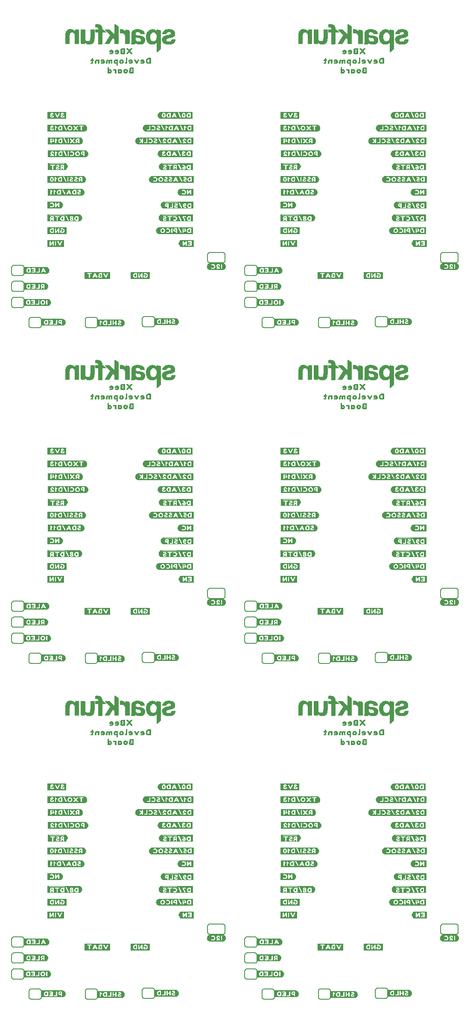
<source format=gbo>
G04 EAGLE Gerber RS-274X export*
G75*
%MOMM*%
%FSLAX34Y34*%
%LPD*%
%INSilkscreen Bottom*%
%IPPOS*%
%AMOC8*
5,1,8,0,0,1.08239X$1,22.5*%
G01*
%ADD10C,0.203200*%

G36*
X835727Y1052367D02*
X835727Y1052367D01*
X835725Y1052370D01*
X835729Y1052372D01*
X835829Y1052972D01*
X835826Y1052977D01*
X835829Y1052980D01*
X835829Y1065880D01*
X835793Y1065927D01*
X835790Y1065925D01*
X835788Y1065929D01*
X835188Y1066029D01*
X835183Y1066026D01*
X835180Y1066029D01*
X726680Y1066029D01*
X726675Y1066026D01*
X726672Y1066029D01*
X726072Y1065929D01*
X726069Y1065925D01*
X726066Y1065927D01*
X725366Y1065727D01*
X725365Y1065726D01*
X725364Y1065727D01*
X724765Y1065527D01*
X724066Y1065327D01*
X724058Y1065316D01*
X724049Y1065318D01*
X723551Y1064920D01*
X722953Y1064521D01*
X722952Y1064518D01*
X722949Y1064518D01*
X722449Y1064118D01*
X722448Y1064114D01*
X722445Y1064115D01*
X721945Y1063615D01*
X721945Y1063611D01*
X721942Y1063611D01*
X721542Y1063111D01*
X721541Y1063107D01*
X721539Y1063107D01*
X721139Y1062507D01*
X721140Y1062498D01*
X721133Y1062496D01*
X720934Y1061898D01*
X720635Y1061199D01*
X720636Y1061196D01*
X720633Y1061196D01*
X720433Y1060596D01*
X720435Y1060589D01*
X720431Y1060587D01*
X720331Y1059887D01*
X720334Y1059882D01*
X720331Y1059880D01*
X720331Y1058580D01*
X720334Y1058576D01*
X720331Y1058573D01*
X720431Y1057873D01*
X720435Y1057869D01*
X720433Y1057866D01*
X720633Y1057166D01*
X720634Y1057165D01*
X720633Y1057164D01*
X720833Y1056564D01*
X720838Y1056561D01*
X720836Y1056558D01*
X721136Y1055958D01*
X721140Y1055956D01*
X721139Y1055953D01*
X721539Y1055353D01*
X721542Y1055352D01*
X721542Y1055349D01*
X722342Y1054349D01*
X722346Y1054348D01*
X722345Y1054345D01*
X722845Y1053845D01*
X722852Y1053844D01*
X722853Y1053839D01*
X723453Y1053439D01*
X723457Y1053439D01*
X723458Y1053436D01*
X724658Y1052836D01*
X724663Y1052837D01*
X724664Y1052833D01*
X725264Y1052633D01*
X725266Y1052634D01*
X725266Y1052633D01*
X725966Y1052433D01*
X725970Y1052434D01*
X725972Y1052431D01*
X726572Y1052331D01*
X726577Y1052334D01*
X726580Y1052331D01*
X835680Y1052331D01*
X835727Y1052367D01*
G37*
G36*
X373447Y1052367D02*
X373447Y1052367D01*
X373445Y1052370D01*
X373449Y1052372D01*
X373549Y1052972D01*
X373546Y1052977D01*
X373549Y1052980D01*
X373549Y1065880D01*
X373513Y1065927D01*
X373510Y1065925D01*
X373508Y1065929D01*
X372908Y1066029D01*
X372903Y1066026D01*
X372900Y1066029D01*
X264400Y1066029D01*
X264395Y1066026D01*
X264392Y1066029D01*
X263792Y1065929D01*
X263789Y1065925D01*
X263786Y1065927D01*
X263086Y1065727D01*
X263085Y1065726D01*
X263084Y1065727D01*
X262485Y1065527D01*
X261786Y1065327D01*
X261778Y1065316D01*
X261769Y1065318D01*
X261271Y1064920D01*
X260673Y1064521D01*
X260672Y1064518D01*
X260669Y1064518D01*
X260169Y1064118D01*
X260168Y1064114D01*
X260165Y1064115D01*
X259665Y1063615D01*
X259665Y1063611D01*
X259662Y1063611D01*
X259262Y1063111D01*
X259261Y1063107D01*
X259259Y1063107D01*
X258859Y1062507D01*
X258860Y1062498D01*
X258853Y1062496D01*
X258654Y1061898D01*
X258355Y1061199D01*
X258356Y1061196D01*
X258353Y1061196D01*
X258153Y1060596D01*
X258155Y1060589D01*
X258151Y1060587D01*
X258051Y1059887D01*
X258054Y1059882D01*
X258051Y1059880D01*
X258051Y1058580D01*
X258054Y1058576D01*
X258051Y1058573D01*
X258151Y1057873D01*
X258155Y1057869D01*
X258153Y1057866D01*
X258353Y1057166D01*
X258354Y1057165D01*
X258353Y1057164D01*
X258553Y1056564D01*
X258558Y1056561D01*
X258556Y1056558D01*
X258856Y1055958D01*
X258860Y1055956D01*
X258859Y1055953D01*
X259259Y1055353D01*
X259262Y1055352D01*
X259262Y1055349D01*
X260062Y1054349D01*
X260066Y1054348D01*
X260065Y1054345D01*
X260565Y1053845D01*
X260572Y1053844D01*
X260573Y1053839D01*
X261173Y1053439D01*
X261177Y1053439D01*
X261178Y1053436D01*
X262378Y1052836D01*
X262383Y1052837D01*
X262384Y1052833D01*
X262984Y1052633D01*
X262986Y1052634D01*
X262986Y1052633D01*
X263686Y1052433D01*
X263690Y1052434D01*
X263692Y1052431D01*
X264292Y1052331D01*
X264297Y1052334D01*
X264300Y1052331D01*
X373400Y1052331D01*
X373447Y1052367D01*
G37*
G36*
X373447Y386887D02*
X373447Y386887D01*
X373445Y386890D01*
X373449Y386892D01*
X373549Y387492D01*
X373546Y387497D01*
X373549Y387500D01*
X373549Y400400D01*
X373513Y400447D01*
X373510Y400445D01*
X373508Y400449D01*
X372908Y400549D01*
X372903Y400546D01*
X372900Y400549D01*
X264400Y400549D01*
X264395Y400546D01*
X264392Y400549D01*
X263792Y400449D01*
X263789Y400445D01*
X263786Y400447D01*
X263086Y400247D01*
X263085Y400246D01*
X263084Y400247D01*
X262485Y400047D01*
X261786Y399847D01*
X261778Y399836D01*
X261769Y399838D01*
X261271Y399440D01*
X260673Y399041D01*
X260672Y399038D01*
X260669Y399038D01*
X260169Y398638D01*
X260168Y398634D01*
X260165Y398635D01*
X259665Y398135D01*
X259665Y398131D01*
X259662Y398131D01*
X259262Y397631D01*
X259261Y397627D01*
X259259Y397627D01*
X258859Y397027D01*
X258860Y397018D01*
X258853Y397016D01*
X258654Y396418D01*
X258355Y395719D01*
X258356Y395716D01*
X258353Y395716D01*
X258153Y395116D01*
X258155Y395109D01*
X258151Y395107D01*
X258051Y394407D01*
X258054Y394402D01*
X258051Y394400D01*
X258051Y393100D01*
X258054Y393096D01*
X258051Y393093D01*
X258151Y392393D01*
X258155Y392389D01*
X258153Y392386D01*
X258353Y391686D01*
X258354Y391685D01*
X258353Y391684D01*
X258553Y391084D01*
X258558Y391081D01*
X258556Y391078D01*
X258856Y390478D01*
X258860Y390476D01*
X258859Y390473D01*
X259259Y389873D01*
X259262Y389872D01*
X259262Y389869D01*
X260062Y388869D01*
X260066Y388868D01*
X260065Y388865D01*
X260565Y388365D01*
X260572Y388364D01*
X260573Y388359D01*
X261173Y387959D01*
X261177Y387959D01*
X261178Y387956D01*
X262378Y387356D01*
X262383Y387357D01*
X262384Y387353D01*
X262984Y387153D01*
X262986Y387154D01*
X262986Y387153D01*
X263686Y386953D01*
X263690Y386954D01*
X263692Y386951D01*
X264292Y386851D01*
X264297Y386854D01*
X264300Y386851D01*
X373400Y386851D01*
X373447Y386887D01*
G37*
G36*
X835727Y386887D02*
X835727Y386887D01*
X835725Y386890D01*
X835729Y386892D01*
X835829Y387492D01*
X835826Y387497D01*
X835829Y387500D01*
X835829Y400400D01*
X835793Y400447D01*
X835790Y400445D01*
X835788Y400449D01*
X835188Y400549D01*
X835183Y400546D01*
X835180Y400549D01*
X726680Y400549D01*
X726675Y400546D01*
X726672Y400549D01*
X726072Y400449D01*
X726069Y400445D01*
X726066Y400447D01*
X725366Y400247D01*
X725365Y400246D01*
X725364Y400247D01*
X724765Y400047D01*
X724066Y399847D01*
X724058Y399836D01*
X724049Y399838D01*
X723551Y399440D01*
X722953Y399041D01*
X722952Y399038D01*
X722949Y399038D01*
X722449Y398638D01*
X722448Y398634D01*
X722445Y398635D01*
X721945Y398135D01*
X721945Y398131D01*
X721942Y398131D01*
X721542Y397631D01*
X721541Y397627D01*
X721539Y397627D01*
X721139Y397027D01*
X721140Y397018D01*
X721133Y397016D01*
X720934Y396418D01*
X720635Y395719D01*
X720636Y395716D01*
X720633Y395716D01*
X720433Y395116D01*
X720435Y395109D01*
X720431Y395107D01*
X720331Y394407D01*
X720334Y394402D01*
X720331Y394400D01*
X720331Y393100D01*
X720334Y393096D01*
X720331Y393093D01*
X720431Y392393D01*
X720435Y392389D01*
X720433Y392386D01*
X720633Y391686D01*
X720634Y391685D01*
X720633Y391684D01*
X720833Y391084D01*
X720838Y391081D01*
X720836Y391078D01*
X721136Y390478D01*
X721140Y390476D01*
X721139Y390473D01*
X721539Y389873D01*
X721542Y389872D01*
X721542Y389869D01*
X722342Y388869D01*
X722346Y388868D01*
X722345Y388865D01*
X722845Y388365D01*
X722852Y388364D01*
X722853Y388359D01*
X723453Y387959D01*
X723457Y387959D01*
X723458Y387956D01*
X724658Y387356D01*
X724663Y387357D01*
X724664Y387353D01*
X725264Y387153D01*
X725266Y387154D01*
X725266Y387153D01*
X725966Y386953D01*
X725970Y386954D01*
X725972Y386951D01*
X726572Y386851D01*
X726577Y386854D01*
X726580Y386851D01*
X835680Y386851D01*
X835727Y386887D01*
G37*
G36*
X835727Y1717847D02*
X835727Y1717847D01*
X835725Y1717850D01*
X835729Y1717852D01*
X835829Y1718452D01*
X835826Y1718457D01*
X835829Y1718460D01*
X835829Y1731360D01*
X835793Y1731407D01*
X835790Y1731405D01*
X835788Y1731409D01*
X835188Y1731509D01*
X835183Y1731506D01*
X835180Y1731509D01*
X726680Y1731509D01*
X726675Y1731506D01*
X726672Y1731509D01*
X726072Y1731409D01*
X726069Y1731405D01*
X726066Y1731407D01*
X725366Y1731207D01*
X725365Y1731206D01*
X725364Y1731207D01*
X724765Y1731007D01*
X724066Y1730807D01*
X724058Y1730796D01*
X724049Y1730798D01*
X723551Y1730400D01*
X722953Y1730001D01*
X722952Y1729998D01*
X722949Y1729998D01*
X722449Y1729598D01*
X722448Y1729594D01*
X722445Y1729595D01*
X721945Y1729095D01*
X721945Y1729091D01*
X721942Y1729091D01*
X721542Y1728591D01*
X721541Y1728587D01*
X721539Y1728587D01*
X721139Y1727987D01*
X721140Y1727978D01*
X721133Y1727976D01*
X720934Y1727378D01*
X720635Y1726679D01*
X720636Y1726676D01*
X720633Y1726676D01*
X720433Y1726076D01*
X720435Y1726069D01*
X720431Y1726067D01*
X720331Y1725367D01*
X720334Y1725362D01*
X720331Y1725360D01*
X720331Y1724060D01*
X720334Y1724056D01*
X720331Y1724053D01*
X720431Y1723353D01*
X720435Y1723349D01*
X720433Y1723346D01*
X720633Y1722646D01*
X720634Y1722645D01*
X720633Y1722644D01*
X720833Y1722044D01*
X720838Y1722041D01*
X720836Y1722038D01*
X721136Y1721438D01*
X721140Y1721436D01*
X721139Y1721433D01*
X721539Y1720833D01*
X721542Y1720832D01*
X721542Y1720829D01*
X722342Y1719829D01*
X722346Y1719828D01*
X722345Y1719825D01*
X722845Y1719325D01*
X722852Y1719324D01*
X722853Y1719319D01*
X723453Y1718919D01*
X723457Y1718919D01*
X723458Y1718916D01*
X724658Y1718316D01*
X724663Y1718317D01*
X724664Y1718313D01*
X725264Y1718113D01*
X725266Y1718114D01*
X725266Y1718113D01*
X725966Y1717913D01*
X725970Y1717914D01*
X725972Y1717911D01*
X726572Y1717811D01*
X726577Y1717814D01*
X726580Y1717811D01*
X835680Y1717811D01*
X835727Y1717847D01*
G37*
G36*
X373447Y1717847D02*
X373447Y1717847D01*
X373445Y1717850D01*
X373449Y1717852D01*
X373549Y1718452D01*
X373546Y1718457D01*
X373549Y1718460D01*
X373549Y1731360D01*
X373513Y1731407D01*
X373510Y1731405D01*
X373508Y1731409D01*
X372908Y1731509D01*
X372903Y1731506D01*
X372900Y1731509D01*
X264400Y1731509D01*
X264395Y1731506D01*
X264392Y1731509D01*
X263792Y1731409D01*
X263789Y1731405D01*
X263786Y1731407D01*
X263086Y1731207D01*
X263085Y1731206D01*
X263084Y1731207D01*
X262485Y1731007D01*
X261786Y1730807D01*
X261778Y1730796D01*
X261769Y1730798D01*
X261271Y1730400D01*
X260673Y1730001D01*
X260672Y1729998D01*
X260669Y1729998D01*
X260169Y1729598D01*
X260168Y1729594D01*
X260165Y1729595D01*
X259665Y1729095D01*
X259665Y1729091D01*
X259662Y1729091D01*
X259262Y1728591D01*
X259261Y1728587D01*
X259259Y1728587D01*
X258859Y1727987D01*
X258860Y1727978D01*
X258853Y1727976D01*
X258654Y1727378D01*
X258355Y1726679D01*
X258356Y1726676D01*
X258353Y1726676D01*
X258153Y1726076D01*
X258155Y1726069D01*
X258151Y1726067D01*
X258051Y1725367D01*
X258054Y1725362D01*
X258051Y1725360D01*
X258051Y1724060D01*
X258054Y1724056D01*
X258051Y1724053D01*
X258151Y1723353D01*
X258155Y1723349D01*
X258153Y1723346D01*
X258353Y1722646D01*
X258354Y1722645D01*
X258353Y1722644D01*
X258553Y1722044D01*
X258558Y1722041D01*
X258556Y1722038D01*
X258856Y1721438D01*
X258860Y1721436D01*
X258859Y1721433D01*
X259259Y1720833D01*
X259262Y1720832D01*
X259262Y1720829D01*
X260062Y1719829D01*
X260066Y1719828D01*
X260065Y1719825D01*
X260565Y1719325D01*
X260572Y1719324D01*
X260573Y1719319D01*
X261173Y1718919D01*
X261177Y1718919D01*
X261178Y1718916D01*
X262378Y1718316D01*
X262383Y1718317D01*
X262384Y1718313D01*
X262984Y1718113D01*
X262986Y1718114D01*
X262986Y1718113D01*
X263686Y1717913D01*
X263690Y1717914D01*
X263692Y1717911D01*
X264292Y1717811D01*
X264297Y1717814D01*
X264300Y1717811D01*
X373400Y1717811D01*
X373447Y1717847D01*
G37*
G36*
X835411Y1743219D02*
X835411Y1743219D01*
X835418Y1743214D01*
X835918Y1743414D01*
X835933Y1743438D01*
X835940Y1743444D01*
X835938Y1743447D01*
X835943Y1743455D01*
X835949Y1743460D01*
X835949Y1756360D01*
X835941Y1756371D01*
X835946Y1756378D01*
X835746Y1756878D01*
X835705Y1756903D01*
X835700Y1756909D01*
X742400Y1756909D01*
X742396Y1756906D01*
X742393Y1756909D01*
X741697Y1756809D01*
X741000Y1756809D01*
X740993Y1756804D01*
X740989Y1756804D01*
X740984Y1756807D01*
X740385Y1756607D01*
X739686Y1756407D01*
X739682Y1756402D01*
X739678Y1756404D01*
X739078Y1756104D01*
X739076Y1756100D01*
X739073Y1756101D01*
X738473Y1755701D01*
X738472Y1755698D01*
X738469Y1755698D01*
X737469Y1754898D01*
X737468Y1754894D01*
X737465Y1754895D01*
X736965Y1754395D01*
X736964Y1754388D01*
X736959Y1754387D01*
X736559Y1753787D01*
X736559Y1753786D01*
X736558Y1753785D01*
X736258Y1753285D01*
X736258Y1753280D01*
X736255Y1753279D01*
X735955Y1752579D01*
X735956Y1752576D01*
X735953Y1752576D01*
X735753Y1751976D01*
X735754Y1751974D01*
X735753Y1751974D01*
X735715Y1751843D01*
X735701Y1751794D01*
X735659Y1751646D01*
X735617Y1751498D01*
X735603Y1751449D01*
X735561Y1751301D01*
X735553Y1751274D01*
X735554Y1751270D01*
X735551Y1751268D01*
X735451Y1750668D01*
X735454Y1750663D01*
X735451Y1750660D01*
X735451Y1749960D01*
X735454Y1749956D01*
X735451Y1749953D01*
X735651Y1748553D01*
X735656Y1748548D01*
X735653Y1748544D01*
X736053Y1747344D01*
X736058Y1747341D01*
X736056Y1747338D01*
X736356Y1746738D01*
X736360Y1746736D01*
X736359Y1746733D01*
X736759Y1746133D01*
X736762Y1746132D01*
X736762Y1746129D01*
X737162Y1745629D01*
X737166Y1745628D01*
X737165Y1745625D01*
X738165Y1744625D01*
X738169Y1744625D01*
X738169Y1744622D01*
X738669Y1744222D01*
X738677Y1744221D01*
X738678Y1744216D01*
X739878Y1743616D01*
X739885Y1743617D01*
X739886Y1743613D01*
X740586Y1743413D01*
X740591Y1743415D01*
X740593Y1743411D01*
X741292Y1743311D01*
X741892Y1743211D01*
X741897Y1743214D01*
X741900Y1743211D01*
X835400Y1743211D01*
X835411Y1743219D01*
G37*
G36*
X373131Y1077739D02*
X373131Y1077739D01*
X373138Y1077734D01*
X373638Y1077934D01*
X373653Y1077958D01*
X373660Y1077964D01*
X373658Y1077967D01*
X373663Y1077975D01*
X373669Y1077980D01*
X373669Y1090880D01*
X373661Y1090891D01*
X373666Y1090898D01*
X373466Y1091398D01*
X373425Y1091423D01*
X373420Y1091429D01*
X280120Y1091429D01*
X280116Y1091426D01*
X280113Y1091429D01*
X279417Y1091329D01*
X278720Y1091329D01*
X278713Y1091324D01*
X278709Y1091324D01*
X278704Y1091327D01*
X278105Y1091127D01*
X277406Y1090927D01*
X277402Y1090922D01*
X277398Y1090924D01*
X276798Y1090624D01*
X276796Y1090620D01*
X276793Y1090621D01*
X276193Y1090221D01*
X276192Y1090218D01*
X276189Y1090218D01*
X275189Y1089418D01*
X275188Y1089414D01*
X275185Y1089415D01*
X274685Y1088915D01*
X274684Y1088908D01*
X274679Y1088907D01*
X274279Y1088307D01*
X274279Y1088306D01*
X274278Y1088305D01*
X273978Y1087805D01*
X273978Y1087800D01*
X273975Y1087799D01*
X273675Y1087099D01*
X273676Y1087096D01*
X273673Y1087096D01*
X273473Y1086496D01*
X273474Y1086494D01*
X273473Y1086494D01*
X273435Y1086363D01*
X273421Y1086314D01*
X273379Y1086166D01*
X273337Y1086018D01*
X273323Y1085969D01*
X273281Y1085821D01*
X273273Y1085794D01*
X273274Y1085790D01*
X273271Y1085788D01*
X273171Y1085188D01*
X273174Y1085183D01*
X273171Y1085180D01*
X273171Y1084480D01*
X273174Y1084476D01*
X273171Y1084473D01*
X273371Y1083073D01*
X273376Y1083068D01*
X273373Y1083064D01*
X273773Y1081864D01*
X273778Y1081861D01*
X273776Y1081858D01*
X274076Y1081258D01*
X274080Y1081256D01*
X274079Y1081253D01*
X274479Y1080653D01*
X274482Y1080652D01*
X274482Y1080649D01*
X274882Y1080149D01*
X274886Y1080148D01*
X274885Y1080145D01*
X275885Y1079145D01*
X275889Y1079145D01*
X275889Y1079142D01*
X276389Y1078742D01*
X276397Y1078741D01*
X276398Y1078736D01*
X277598Y1078136D01*
X277605Y1078137D01*
X277606Y1078133D01*
X278306Y1077933D01*
X278311Y1077935D01*
X278313Y1077931D01*
X279012Y1077831D01*
X279612Y1077731D01*
X279617Y1077734D01*
X279620Y1077731D01*
X373120Y1077731D01*
X373131Y1077739D01*
G37*
G36*
X835411Y1077739D02*
X835411Y1077739D01*
X835418Y1077734D01*
X835918Y1077934D01*
X835933Y1077958D01*
X835940Y1077964D01*
X835938Y1077967D01*
X835943Y1077975D01*
X835949Y1077980D01*
X835949Y1090880D01*
X835941Y1090891D01*
X835946Y1090898D01*
X835746Y1091398D01*
X835705Y1091423D01*
X835700Y1091429D01*
X742400Y1091429D01*
X742396Y1091426D01*
X742393Y1091429D01*
X741697Y1091329D01*
X741000Y1091329D01*
X740993Y1091324D01*
X740989Y1091324D01*
X740984Y1091327D01*
X740385Y1091127D01*
X739686Y1090927D01*
X739682Y1090922D01*
X739678Y1090924D01*
X739078Y1090624D01*
X739076Y1090620D01*
X739073Y1090621D01*
X738473Y1090221D01*
X738472Y1090218D01*
X738469Y1090218D01*
X737469Y1089418D01*
X737468Y1089414D01*
X737465Y1089415D01*
X736965Y1088915D01*
X736964Y1088908D01*
X736959Y1088907D01*
X736559Y1088307D01*
X736559Y1088306D01*
X736558Y1088305D01*
X736258Y1087805D01*
X736258Y1087800D01*
X736255Y1087799D01*
X735955Y1087099D01*
X735956Y1087096D01*
X735953Y1087096D01*
X735753Y1086496D01*
X735754Y1086494D01*
X735753Y1086494D01*
X735715Y1086363D01*
X735701Y1086314D01*
X735659Y1086166D01*
X735617Y1086018D01*
X735603Y1085969D01*
X735561Y1085821D01*
X735553Y1085794D01*
X735554Y1085790D01*
X735551Y1085788D01*
X735451Y1085188D01*
X735454Y1085183D01*
X735451Y1085180D01*
X735451Y1084480D01*
X735454Y1084476D01*
X735451Y1084473D01*
X735651Y1083073D01*
X735656Y1083068D01*
X735653Y1083064D01*
X736053Y1081864D01*
X736058Y1081861D01*
X736056Y1081858D01*
X736356Y1081258D01*
X736360Y1081256D01*
X736359Y1081253D01*
X736759Y1080653D01*
X736762Y1080652D01*
X736762Y1080649D01*
X737162Y1080149D01*
X737166Y1080148D01*
X737165Y1080145D01*
X738165Y1079145D01*
X738169Y1079145D01*
X738169Y1079142D01*
X738669Y1078742D01*
X738677Y1078741D01*
X738678Y1078736D01*
X739878Y1078136D01*
X739885Y1078137D01*
X739886Y1078133D01*
X740586Y1077933D01*
X740591Y1077935D01*
X740593Y1077931D01*
X741292Y1077831D01*
X741892Y1077731D01*
X741897Y1077734D01*
X741900Y1077731D01*
X835400Y1077731D01*
X835411Y1077739D01*
G37*
G36*
X835411Y412259D02*
X835411Y412259D01*
X835418Y412254D01*
X835918Y412454D01*
X835933Y412478D01*
X835940Y412484D01*
X835938Y412487D01*
X835943Y412495D01*
X835949Y412500D01*
X835949Y425400D01*
X835941Y425411D01*
X835946Y425418D01*
X835746Y425918D01*
X835705Y425943D01*
X835700Y425949D01*
X742400Y425949D01*
X742396Y425946D01*
X742393Y425949D01*
X741697Y425849D01*
X741000Y425849D01*
X740993Y425844D01*
X740989Y425844D01*
X740984Y425847D01*
X740385Y425647D01*
X739686Y425447D01*
X739682Y425442D01*
X739678Y425444D01*
X739078Y425144D01*
X739076Y425140D01*
X739073Y425141D01*
X738473Y424741D01*
X738472Y424738D01*
X738469Y424738D01*
X737469Y423938D01*
X737468Y423934D01*
X737465Y423935D01*
X736965Y423435D01*
X736964Y423428D01*
X736959Y423427D01*
X736559Y422827D01*
X736559Y422826D01*
X736558Y422825D01*
X736258Y422325D01*
X736258Y422320D01*
X736255Y422319D01*
X735955Y421619D01*
X735956Y421616D01*
X735953Y421616D01*
X735753Y421016D01*
X735754Y421014D01*
X735753Y421014D01*
X735715Y420883D01*
X735701Y420834D01*
X735659Y420686D01*
X735617Y420538D01*
X735603Y420489D01*
X735561Y420341D01*
X735553Y420314D01*
X735554Y420310D01*
X735551Y420308D01*
X735451Y419708D01*
X735454Y419703D01*
X735451Y419700D01*
X735451Y419000D01*
X735454Y418996D01*
X735451Y418993D01*
X735651Y417593D01*
X735656Y417588D01*
X735653Y417584D01*
X736053Y416384D01*
X736058Y416381D01*
X736056Y416378D01*
X736356Y415778D01*
X736360Y415776D01*
X736359Y415773D01*
X736759Y415173D01*
X736762Y415172D01*
X736762Y415169D01*
X737162Y414669D01*
X737166Y414668D01*
X737165Y414665D01*
X738165Y413665D01*
X738169Y413665D01*
X738169Y413662D01*
X738669Y413262D01*
X738677Y413261D01*
X738678Y413256D01*
X739878Y412656D01*
X739885Y412657D01*
X739886Y412653D01*
X740586Y412453D01*
X740591Y412455D01*
X740593Y412451D01*
X741292Y412351D01*
X741892Y412251D01*
X741897Y412254D01*
X741900Y412251D01*
X835400Y412251D01*
X835411Y412259D01*
G37*
G36*
X373131Y412259D02*
X373131Y412259D01*
X373138Y412254D01*
X373638Y412454D01*
X373653Y412478D01*
X373660Y412484D01*
X373658Y412487D01*
X373663Y412495D01*
X373669Y412500D01*
X373669Y425400D01*
X373661Y425411D01*
X373666Y425418D01*
X373466Y425918D01*
X373425Y425943D01*
X373420Y425949D01*
X280120Y425949D01*
X280116Y425946D01*
X280113Y425949D01*
X279417Y425849D01*
X278720Y425849D01*
X278713Y425844D01*
X278709Y425844D01*
X278704Y425847D01*
X278105Y425647D01*
X277406Y425447D01*
X277402Y425442D01*
X277398Y425444D01*
X276798Y425144D01*
X276796Y425140D01*
X276793Y425141D01*
X276193Y424741D01*
X276192Y424738D01*
X276189Y424738D01*
X275189Y423938D01*
X275188Y423934D01*
X275185Y423935D01*
X274685Y423435D01*
X274684Y423428D01*
X274679Y423427D01*
X274279Y422827D01*
X274279Y422826D01*
X274278Y422825D01*
X273978Y422325D01*
X273978Y422320D01*
X273975Y422319D01*
X273675Y421619D01*
X273676Y421616D01*
X273673Y421616D01*
X273473Y421016D01*
X273474Y421014D01*
X273473Y421014D01*
X273435Y420883D01*
X273421Y420834D01*
X273379Y420686D01*
X273337Y420538D01*
X273323Y420489D01*
X273281Y420341D01*
X273273Y420314D01*
X273274Y420310D01*
X273271Y420308D01*
X273171Y419708D01*
X273174Y419703D01*
X273171Y419700D01*
X273171Y419000D01*
X273174Y418996D01*
X273171Y418993D01*
X273371Y417593D01*
X273376Y417588D01*
X273373Y417584D01*
X273773Y416384D01*
X273778Y416381D01*
X273776Y416378D01*
X274076Y415778D01*
X274080Y415776D01*
X274079Y415773D01*
X274479Y415173D01*
X274482Y415172D01*
X274482Y415169D01*
X274882Y414669D01*
X274886Y414668D01*
X274885Y414665D01*
X275885Y413665D01*
X275889Y413665D01*
X275889Y413662D01*
X276389Y413262D01*
X276397Y413261D01*
X276398Y413256D01*
X277598Y412656D01*
X277605Y412657D01*
X277606Y412653D01*
X278306Y412453D01*
X278311Y412455D01*
X278313Y412451D01*
X279012Y412351D01*
X279612Y412251D01*
X279617Y412254D01*
X279620Y412251D01*
X373120Y412251D01*
X373131Y412259D01*
G37*
G36*
X373131Y1743219D02*
X373131Y1743219D01*
X373138Y1743214D01*
X373638Y1743414D01*
X373653Y1743438D01*
X373660Y1743444D01*
X373658Y1743447D01*
X373663Y1743455D01*
X373669Y1743460D01*
X373669Y1756360D01*
X373661Y1756371D01*
X373666Y1756378D01*
X373466Y1756878D01*
X373425Y1756903D01*
X373420Y1756909D01*
X280120Y1756909D01*
X280116Y1756906D01*
X280113Y1756909D01*
X279417Y1756809D01*
X278720Y1756809D01*
X278713Y1756804D01*
X278709Y1756804D01*
X278704Y1756807D01*
X278105Y1756607D01*
X277406Y1756407D01*
X277402Y1756402D01*
X277398Y1756404D01*
X276798Y1756104D01*
X276796Y1756100D01*
X276793Y1756101D01*
X276193Y1755701D01*
X276192Y1755698D01*
X276189Y1755698D01*
X275189Y1754898D01*
X275188Y1754894D01*
X275185Y1754895D01*
X274685Y1754395D01*
X274684Y1754388D01*
X274679Y1754387D01*
X274279Y1753787D01*
X274279Y1753786D01*
X274278Y1753785D01*
X273978Y1753285D01*
X273978Y1753280D01*
X273975Y1753279D01*
X273675Y1752579D01*
X273676Y1752576D01*
X273673Y1752576D01*
X273473Y1751976D01*
X273474Y1751974D01*
X273473Y1751974D01*
X273435Y1751843D01*
X273421Y1751794D01*
X273379Y1751646D01*
X273337Y1751498D01*
X273323Y1751449D01*
X273281Y1751301D01*
X273273Y1751274D01*
X273274Y1751270D01*
X273271Y1751268D01*
X273171Y1750668D01*
X273174Y1750663D01*
X273171Y1750660D01*
X273171Y1749960D01*
X273174Y1749956D01*
X273171Y1749953D01*
X273371Y1748553D01*
X273376Y1748548D01*
X273373Y1748544D01*
X273773Y1747344D01*
X273778Y1747341D01*
X273776Y1747338D01*
X274076Y1746738D01*
X274080Y1746736D01*
X274079Y1746733D01*
X274479Y1746133D01*
X274482Y1746132D01*
X274482Y1746129D01*
X274882Y1745629D01*
X274886Y1745628D01*
X274885Y1745625D01*
X275885Y1744625D01*
X275889Y1744625D01*
X275889Y1744622D01*
X276389Y1744222D01*
X276397Y1744221D01*
X276398Y1744216D01*
X277598Y1743616D01*
X277605Y1743617D01*
X277606Y1743613D01*
X278306Y1743413D01*
X278311Y1743415D01*
X278313Y1743411D01*
X279012Y1743311D01*
X279612Y1743211D01*
X279617Y1743214D01*
X279620Y1743211D01*
X373120Y1743211D01*
X373131Y1743219D01*
G37*
G36*
X835976Y1641630D02*
X835976Y1641630D01*
X835989Y1641630D01*
X836289Y1642030D01*
X836289Y1642038D01*
X836293Y1642041D01*
X836289Y1642045D01*
X836289Y1642052D01*
X836299Y1642060D01*
X836299Y1654860D01*
X836286Y1654878D01*
X836289Y1654890D01*
X835989Y1655290D01*
X835958Y1655299D01*
X835950Y1655309D01*
X832950Y1655309D01*
X832914Y1655282D01*
X832905Y1655279D01*
X832893Y1655252D01*
X832879Y1655300D01*
X832861Y1655294D01*
X832850Y1655309D01*
X754250Y1655309D01*
X754245Y1655306D01*
X754242Y1655309D01*
X753642Y1655209D01*
X752943Y1655109D01*
X752940Y1655105D01*
X752938Y1655105D01*
X752937Y1655105D01*
X752934Y1655107D01*
X752334Y1654907D01*
X752333Y1654904D01*
X752331Y1654905D01*
X751631Y1654605D01*
X751629Y1654603D01*
X751628Y1654604D01*
X751028Y1654304D01*
X751025Y1654297D01*
X751019Y1654298D01*
X750019Y1653498D01*
X750018Y1653494D01*
X750015Y1653495D01*
X749515Y1652995D01*
X749515Y1652991D01*
X749512Y1652991D01*
X749112Y1652491D01*
X749111Y1652487D01*
X749109Y1652487D01*
X748709Y1651887D01*
X748709Y1651883D01*
X748706Y1651882D01*
X748106Y1650682D01*
X748107Y1650675D01*
X748103Y1650674D01*
X748078Y1650588D01*
X748036Y1650440D01*
X748022Y1650391D01*
X747980Y1650243D01*
X747937Y1650095D01*
X747923Y1650046D01*
X747903Y1649974D01*
X747905Y1649969D01*
X747901Y1649967D01*
X747801Y1649267D01*
X747804Y1649262D01*
X747801Y1649260D01*
X747801Y1647960D01*
X747804Y1647956D01*
X747801Y1647953D01*
X747901Y1647253D01*
X747902Y1647252D01*
X747901Y1647252D01*
X748001Y1646652D01*
X748005Y1646649D01*
X748003Y1646646D01*
X748203Y1645946D01*
X748208Y1645942D01*
X748206Y1645938D01*
X748506Y1645338D01*
X748510Y1645336D01*
X748509Y1645333D01*
X748909Y1644733D01*
X748912Y1644732D01*
X748912Y1644729D01*
X749712Y1643729D01*
X749716Y1643728D01*
X749715Y1643725D01*
X750215Y1643225D01*
X750222Y1643224D01*
X750223Y1643219D01*
X750821Y1642820D01*
X751319Y1642422D01*
X751327Y1642421D01*
X751328Y1642416D01*
X751928Y1642116D01*
X751935Y1642117D01*
X751936Y1642113D01*
X752636Y1641913D01*
X752640Y1641914D01*
X752642Y1641911D01*
X753242Y1641811D01*
X753243Y1641812D01*
X753243Y1641811D01*
X754643Y1641611D01*
X754648Y1641614D01*
X754650Y1641611D01*
X835950Y1641611D01*
X835976Y1641630D01*
G37*
G36*
X373696Y1641630D02*
X373696Y1641630D01*
X373709Y1641630D01*
X374009Y1642030D01*
X374009Y1642038D01*
X374013Y1642041D01*
X374009Y1642045D01*
X374009Y1642052D01*
X374019Y1642060D01*
X374019Y1654860D01*
X374006Y1654878D01*
X374009Y1654890D01*
X373709Y1655290D01*
X373678Y1655299D01*
X373670Y1655309D01*
X370670Y1655309D01*
X370634Y1655282D01*
X370625Y1655279D01*
X370613Y1655252D01*
X370599Y1655300D01*
X370581Y1655294D01*
X370570Y1655309D01*
X291970Y1655309D01*
X291965Y1655306D01*
X291962Y1655309D01*
X291362Y1655209D01*
X290663Y1655109D01*
X290660Y1655105D01*
X290658Y1655105D01*
X290657Y1655105D01*
X290654Y1655107D01*
X290054Y1654907D01*
X290053Y1654904D01*
X290051Y1654905D01*
X289351Y1654605D01*
X289349Y1654603D01*
X289348Y1654604D01*
X288748Y1654304D01*
X288745Y1654297D01*
X288739Y1654298D01*
X287739Y1653498D01*
X287738Y1653494D01*
X287735Y1653495D01*
X287235Y1652995D01*
X287235Y1652991D01*
X287232Y1652991D01*
X286832Y1652491D01*
X286831Y1652487D01*
X286829Y1652487D01*
X286429Y1651887D01*
X286429Y1651883D01*
X286426Y1651882D01*
X285826Y1650682D01*
X285827Y1650675D01*
X285823Y1650674D01*
X285798Y1650588D01*
X285756Y1650440D01*
X285742Y1650391D01*
X285700Y1650243D01*
X285657Y1650095D01*
X285643Y1650046D01*
X285623Y1649974D01*
X285625Y1649969D01*
X285621Y1649967D01*
X285521Y1649267D01*
X285524Y1649262D01*
X285521Y1649260D01*
X285521Y1647960D01*
X285524Y1647956D01*
X285521Y1647953D01*
X285621Y1647253D01*
X285622Y1647252D01*
X285621Y1647252D01*
X285721Y1646652D01*
X285725Y1646649D01*
X285723Y1646646D01*
X285923Y1645946D01*
X285928Y1645942D01*
X285926Y1645938D01*
X286226Y1645338D01*
X286230Y1645336D01*
X286229Y1645333D01*
X286629Y1644733D01*
X286632Y1644732D01*
X286632Y1644729D01*
X287432Y1643729D01*
X287436Y1643728D01*
X287435Y1643725D01*
X287935Y1643225D01*
X287942Y1643224D01*
X287943Y1643219D01*
X288541Y1642820D01*
X289039Y1642422D01*
X289047Y1642421D01*
X289048Y1642416D01*
X289648Y1642116D01*
X289655Y1642117D01*
X289656Y1642113D01*
X290356Y1641913D01*
X290360Y1641914D01*
X290362Y1641911D01*
X290962Y1641811D01*
X290963Y1641812D01*
X290963Y1641811D01*
X292363Y1641611D01*
X292368Y1641614D01*
X292370Y1641611D01*
X373670Y1641611D01*
X373696Y1641630D01*
G37*
G36*
X373696Y310670D02*
X373696Y310670D01*
X373709Y310670D01*
X374009Y311070D01*
X374009Y311078D01*
X374013Y311081D01*
X374009Y311085D01*
X374009Y311092D01*
X374019Y311100D01*
X374019Y323900D01*
X374006Y323918D01*
X374009Y323930D01*
X373709Y324330D01*
X373678Y324339D01*
X373670Y324349D01*
X370670Y324349D01*
X370634Y324322D01*
X370625Y324319D01*
X370613Y324292D01*
X370599Y324340D01*
X370581Y324334D01*
X370570Y324349D01*
X291970Y324349D01*
X291965Y324346D01*
X291962Y324349D01*
X291362Y324249D01*
X290663Y324149D01*
X290660Y324145D01*
X290658Y324145D01*
X290657Y324145D01*
X290654Y324147D01*
X290054Y323947D01*
X290053Y323944D01*
X290051Y323945D01*
X289351Y323645D01*
X289349Y323643D01*
X289348Y323644D01*
X288748Y323344D01*
X288745Y323337D01*
X288739Y323338D01*
X287739Y322538D01*
X287738Y322534D01*
X287735Y322535D01*
X287235Y322035D01*
X287235Y322031D01*
X287232Y322031D01*
X286832Y321531D01*
X286831Y321527D01*
X286829Y321527D01*
X286429Y320927D01*
X286429Y320923D01*
X286426Y320922D01*
X285826Y319722D01*
X285827Y319715D01*
X285823Y319714D01*
X285784Y319578D01*
X285742Y319431D01*
X285728Y319381D01*
X285686Y319234D01*
X285643Y319086D01*
X285629Y319037D01*
X285623Y319014D01*
X285625Y319009D01*
X285621Y319007D01*
X285521Y318307D01*
X285524Y318302D01*
X285521Y318300D01*
X285521Y317000D01*
X285524Y316996D01*
X285521Y316993D01*
X285621Y316293D01*
X285622Y316292D01*
X285621Y316292D01*
X285721Y315692D01*
X285725Y315689D01*
X285723Y315686D01*
X285923Y314986D01*
X285928Y314982D01*
X285926Y314978D01*
X286226Y314378D01*
X286230Y314376D01*
X286229Y314373D01*
X286629Y313773D01*
X286632Y313772D01*
X286632Y313769D01*
X287432Y312769D01*
X287436Y312768D01*
X287435Y312765D01*
X287935Y312265D01*
X287942Y312264D01*
X287943Y312259D01*
X288541Y311860D01*
X289039Y311462D01*
X289047Y311461D01*
X289048Y311456D01*
X289648Y311156D01*
X289655Y311157D01*
X289656Y311153D01*
X290356Y310953D01*
X290360Y310954D01*
X290362Y310951D01*
X290962Y310851D01*
X290963Y310852D01*
X290963Y310851D01*
X292363Y310651D01*
X292368Y310654D01*
X292370Y310651D01*
X373670Y310651D01*
X373696Y310670D01*
G37*
G36*
X835976Y310670D02*
X835976Y310670D01*
X835989Y310670D01*
X836289Y311070D01*
X836289Y311078D01*
X836293Y311081D01*
X836289Y311085D01*
X836289Y311092D01*
X836299Y311100D01*
X836299Y323900D01*
X836286Y323918D01*
X836289Y323930D01*
X835989Y324330D01*
X835958Y324339D01*
X835950Y324349D01*
X832950Y324349D01*
X832914Y324322D01*
X832905Y324319D01*
X832893Y324292D01*
X832879Y324340D01*
X832861Y324334D01*
X832850Y324349D01*
X754250Y324349D01*
X754245Y324346D01*
X754242Y324349D01*
X753642Y324249D01*
X752943Y324149D01*
X752940Y324145D01*
X752938Y324145D01*
X752937Y324145D01*
X752934Y324147D01*
X752334Y323947D01*
X752333Y323944D01*
X752331Y323945D01*
X751631Y323645D01*
X751629Y323643D01*
X751628Y323644D01*
X751028Y323344D01*
X751025Y323337D01*
X751019Y323338D01*
X750019Y322538D01*
X750018Y322534D01*
X750015Y322535D01*
X749515Y322035D01*
X749515Y322031D01*
X749512Y322031D01*
X749112Y321531D01*
X749111Y321527D01*
X749109Y321527D01*
X748709Y320927D01*
X748709Y320923D01*
X748706Y320922D01*
X748106Y319722D01*
X748107Y319715D01*
X748103Y319714D01*
X748064Y319578D01*
X748022Y319431D01*
X748008Y319381D01*
X747966Y319234D01*
X747923Y319086D01*
X747909Y319037D01*
X747903Y319014D01*
X747905Y319009D01*
X747901Y319007D01*
X747801Y318307D01*
X747804Y318302D01*
X747801Y318300D01*
X747801Y317000D01*
X747804Y316996D01*
X747801Y316993D01*
X747901Y316293D01*
X747902Y316292D01*
X747901Y316292D01*
X748001Y315692D01*
X748005Y315689D01*
X748003Y315686D01*
X748203Y314986D01*
X748208Y314982D01*
X748206Y314978D01*
X748506Y314378D01*
X748510Y314376D01*
X748509Y314373D01*
X748909Y313773D01*
X748912Y313772D01*
X748912Y313769D01*
X749712Y312769D01*
X749716Y312768D01*
X749715Y312765D01*
X750215Y312265D01*
X750222Y312264D01*
X750223Y312259D01*
X750821Y311860D01*
X751319Y311462D01*
X751327Y311461D01*
X751328Y311456D01*
X751928Y311156D01*
X751935Y311157D01*
X751936Y311153D01*
X752636Y310953D01*
X752640Y310954D01*
X752642Y310951D01*
X753242Y310851D01*
X753243Y310852D01*
X753243Y310851D01*
X754643Y310651D01*
X754648Y310654D01*
X754650Y310651D01*
X835950Y310651D01*
X835976Y310670D01*
G37*
G36*
X835976Y976150D02*
X835976Y976150D01*
X835989Y976150D01*
X836289Y976550D01*
X836289Y976558D01*
X836293Y976561D01*
X836289Y976565D01*
X836289Y976572D01*
X836299Y976580D01*
X836299Y989380D01*
X836286Y989398D01*
X836289Y989410D01*
X835989Y989810D01*
X835958Y989819D01*
X835950Y989829D01*
X832950Y989829D01*
X832914Y989802D01*
X832905Y989799D01*
X832893Y989772D01*
X832879Y989820D01*
X832861Y989814D01*
X832850Y989829D01*
X754250Y989829D01*
X754245Y989826D01*
X754242Y989829D01*
X753642Y989729D01*
X752943Y989629D01*
X752940Y989625D01*
X752938Y989625D01*
X752937Y989625D01*
X752934Y989627D01*
X752334Y989427D01*
X752333Y989424D01*
X752331Y989425D01*
X751631Y989125D01*
X751629Y989123D01*
X751628Y989124D01*
X751028Y988824D01*
X751025Y988817D01*
X751019Y988818D01*
X750019Y988018D01*
X750018Y988014D01*
X750015Y988015D01*
X749515Y987515D01*
X749515Y987511D01*
X749512Y987511D01*
X749112Y987011D01*
X749111Y987007D01*
X749109Y987007D01*
X748709Y986407D01*
X748709Y986403D01*
X748706Y986402D01*
X748106Y985202D01*
X748107Y985195D01*
X748103Y985194D01*
X748064Y985058D01*
X748022Y984911D01*
X748008Y984861D01*
X747966Y984714D01*
X747923Y984566D01*
X747909Y984517D01*
X747903Y984494D01*
X747905Y984489D01*
X747901Y984487D01*
X747801Y983787D01*
X747804Y983782D01*
X747801Y983780D01*
X747801Y982480D01*
X747804Y982476D01*
X747801Y982473D01*
X747901Y981773D01*
X747902Y981772D01*
X747901Y981772D01*
X748001Y981172D01*
X748005Y981169D01*
X748003Y981166D01*
X748203Y980466D01*
X748208Y980462D01*
X748206Y980458D01*
X748506Y979858D01*
X748510Y979856D01*
X748509Y979853D01*
X748909Y979253D01*
X748912Y979252D01*
X748912Y979249D01*
X749712Y978249D01*
X749716Y978248D01*
X749715Y978245D01*
X750215Y977745D01*
X750222Y977744D01*
X750223Y977739D01*
X750821Y977340D01*
X751319Y976942D01*
X751327Y976941D01*
X751328Y976936D01*
X751928Y976636D01*
X751935Y976637D01*
X751936Y976633D01*
X752636Y976433D01*
X752640Y976434D01*
X752642Y976431D01*
X753242Y976331D01*
X753243Y976332D01*
X753243Y976331D01*
X754643Y976131D01*
X754648Y976134D01*
X754650Y976131D01*
X835950Y976131D01*
X835976Y976150D01*
G37*
G36*
X373696Y976150D02*
X373696Y976150D01*
X373709Y976150D01*
X374009Y976550D01*
X374009Y976558D01*
X374013Y976561D01*
X374009Y976565D01*
X374009Y976572D01*
X374019Y976580D01*
X374019Y989380D01*
X374006Y989398D01*
X374009Y989410D01*
X373709Y989810D01*
X373678Y989819D01*
X373670Y989829D01*
X370670Y989829D01*
X370634Y989802D01*
X370625Y989799D01*
X370613Y989772D01*
X370599Y989820D01*
X370581Y989814D01*
X370570Y989829D01*
X291970Y989829D01*
X291965Y989826D01*
X291962Y989829D01*
X291362Y989729D01*
X290663Y989629D01*
X290660Y989625D01*
X290658Y989625D01*
X290657Y989625D01*
X290654Y989627D01*
X290054Y989427D01*
X290053Y989424D01*
X290051Y989425D01*
X289351Y989125D01*
X289349Y989123D01*
X289348Y989124D01*
X288748Y988824D01*
X288745Y988817D01*
X288739Y988818D01*
X287739Y988018D01*
X287738Y988014D01*
X287735Y988015D01*
X287235Y987515D01*
X287235Y987511D01*
X287232Y987511D01*
X286832Y987011D01*
X286831Y987007D01*
X286829Y987007D01*
X286429Y986407D01*
X286429Y986403D01*
X286426Y986402D01*
X285826Y985202D01*
X285827Y985195D01*
X285823Y985194D01*
X285784Y985058D01*
X285742Y984911D01*
X285728Y984861D01*
X285686Y984714D01*
X285643Y984566D01*
X285629Y984517D01*
X285623Y984494D01*
X285625Y984489D01*
X285621Y984487D01*
X285521Y983787D01*
X285524Y983782D01*
X285521Y983780D01*
X285521Y982480D01*
X285524Y982476D01*
X285521Y982473D01*
X285621Y981773D01*
X285622Y981772D01*
X285621Y981772D01*
X285721Y981172D01*
X285725Y981169D01*
X285723Y981166D01*
X285923Y980466D01*
X285928Y980462D01*
X285926Y980458D01*
X286226Y979858D01*
X286230Y979856D01*
X286229Y979853D01*
X286629Y979253D01*
X286632Y979252D01*
X286632Y979249D01*
X287432Y978249D01*
X287436Y978248D01*
X287435Y978245D01*
X287935Y977745D01*
X287942Y977744D01*
X287943Y977739D01*
X288541Y977340D01*
X289039Y976942D01*
X289047Y976941D01*
X289048Y976936D01*
X289648Y976636D01*
X289655Y976637D01*
X289656Y976633D01*
X290356Y976433D01*
X290360Y976434D01*
X290362Y976431D01*
X290962Y976331D01*
X290963Y976332D01*
X290963Y976331D01*
X292363Y976131D01*
X292368Y976134D01*
X292370Y976131D01*
X373670Y976131D01*
X373696Y976150D01*
G37*
G36*
X621074Y361454D02*
X621074Y361454D01*
X621077Y361451D01*
X621777Y361551D01*
X621782Y361556D01*
X621786Y361553D01*
X622385Y361753D01*
X623084Y361953D01*
X623088Y361958D01*
X623092Y361956D01*
X624292Y362556D01*
X624295Y362563D01*
X624301Y362562D01*
X624801Y362962D01*
X624802Y362966D01*
X624805Y362965D01*
X625805Y363965D01*
X625805Y363969D01*
X625808Y363969D01*
X626208Y364469D01*
X626209Y364477D01*
X626214Y364478D01*
X627114Y366278D01*
X627112Y366289D01*
X627119Y366293D01*
X627219Y366993D01*
X627319Y367692D01*
X627419Y368292D01*
X627413Y368302D01*
X627419Y368307D01*
X627219Y369707D01*
X627214Y369712D01*
X627217Y369716D01*
X627017Y370315D01*
X626817Y371014D01*
X626812Y371018D01*
X626814Y371022D01*
X626514Y371622D01*
X626511Y371623D01*
X626512Y371625D01*
X626212Y372125D01*
X626207Y372127D01*
X626208Y372132D01*
X625708Y372731D01*
X625308Y373231D01*
X625301Y373233D01*
X625301Y373238D01*
X624801Y373638D01*
X624797Y373639D01*
X624797Y373641D01*
X624197Y374041D01*
X624193Y374041D01*
X624192Y374044D01*
X622992Y374644D01*
X622987Y374643D01*
X622986Y374647D01*
X622386Y374847D01*
X622384Y374846D01*
X622384Y374847D01*
X621684Y375047D01*
X621679Y375046D01*
X621677Y375049D01*
X620977Y375149D01*
X620972Y375146D01*
X620970Y375149D01*
X547370Y375149D01*
X547361Y375142D01*
X547352Y375136D01*
X547340Y375139D01*
X546940Y374839D01*
X546935Y374820D01*
X546923Y374811D01*
X546927Y374805D01*
X546921Y374800D01*
X546921Y362000D01*
X546932Y361985D01*
X546928Y361975D01*
X547228Y361475D01*
X547262Y361461D01*
X547270Y361451D01*
X621070Y361451D01*
X621074Y361454D01*
G37*
G36*
X158794Y1692414D02*
X158794Y1692414D01*
X158797Y1692411D01*
X159497Y1692511D01*
X159502Y1692516D01*
X159506Y1692513D01*
X160105Y1692713D01*
X160804Y1692913D01*
X160808Y1692918D01*
X160812Y1692916D01*
X162012Y1693516D01*
X162015Y1693523D01*
X162021Y1693522D01*
X162521Y1693922D01*
X162522Y1693926D01*
X162525Y1693925D01*
X163525Y1694925D01*
X163525Y1694929D01*
X163528Y1694929D01*
X163928Y1695429D01*
X163929Y1695437D01*
X163934Y1695438D01*
X164834Y1697238D01*
X164832Y1697249D01*
X164839Y1697253D01*
X164939Y1697953D01*
X165039Y1698652D01*
X165139Y1699252D01*
X165133Y1699262D01*
X165139Y1699267D01*
X164939Y1700667D01*
X164934Y1700672D01*
X164937Y1700676D01*
X164737Y1701275D01*
X164537Y1701974D01*
X164532Y1701978D01*
X164534Y1701982D01*
X164234Y1702582D01*
X164231Y1702583D01*
X164232Y1702585D01*
X163932Y1703085D01*
X163927Y1703087D01*
X163928Y1703092D01*
X163428Y1703691D01*
X163028Y1704191D01*
X163021Y1704193D01*
X163021Y1704198D01*
X162521Y1704598D01*
X162517Y1704599D01*
X162517Y1704601D01*
X161917Y1705001D01*
X161913Y1705001D01*
X161912Y1705004D01*
X160712Y1705604D01*
X160707Y1705603D01*
X160706Y1705607D01*
X160106Y1705807D01*
X160104Y1705806D01*
X160104Y1705807D01*
X159404Y1706007D01*
X159399Y1706006D01*
X159397Y1706009D01*
X158697Y1706109D01*
X158692Y1706106D01*
X158690Y1706109D01*
X85090Y1706109D01*
X85081Y1706102D01*
X85072Y1706096D01*
X85060Y1706099D01*
X84660Y1705799D01*
X84655Y1705780D01*
X84643Y1705771D01*
X84647Y1705765D01*
X84641Y1705760D01*
X84641Y1692960D01*
X84652Y1692945D01*
X84648Y1692935D01*
X84948Y1692435D01*
X84982Y1692421D01*
X84990Y1692411D01*
X158790Y1692411D01*
X158794Y1692414D01*
G37*
G36*
X158794Y361454D02*
X158794Y361454D01*
X158797Y361451D01*
X159497Y361551D01*
X159502Y361556D01*
X159506Y361553D01*
X160105Y361753D01*
X160804Y361953D01*
X160808Y361958D01*
X160812Y361956D01*
X162012Y362556D01*
X162015Y362563D01*
X162021Y362562D01*
X162521Y362962D01*
X162522Y362966D01*
X162525Y362965D01*
X163525Y363965D01*
X163525Y363969D01*
X163528Y363969D01*
X163928Y364469D01*
X163929Y364477D01*
X163934Y364478D01*
X164834Y366278D01*
X164832Y366289D01*
X164839Y366293D01*
X164939Y366993D01*
X165039Y367692D01*
X165139Y368292D01*
X165133Y368302D01*
X165139Y368307D01*
X164939Y369707D01*
X164934Y369712D01*
X164937Y369716D01*
X164737Y370315D01*
X164537Y371014D01*
X164532Y371018D01*
X164534Y371022D01*
X164234Y371622D01*
X164231Y371623D01*
X164232Y371625D01*
X163932Y372125D01*
X163927Y372127D01*
X163928Y372132D01*
X163428Y372731D01*
X163028Y373231D01*
X163021Y373233D01*
X163021Y373238D01*
X162521Y373638D01*
X162517Y373639D01*
X162517Y373641D01*
X161917Y374041D01*
X161913Y374041D01*
X161912Y374044D01*
X160712Y374644D01*
X160707Y374643D01*
X160706Y374647D01*
X160106Y374847D01*
X160104Y374846D01*
X160104Y374847D01*
X159404Y375047D01*
X159399Y375046D01*
X159397Y375049D01*
X158697Y375149D01*
X158692Y375146D01*
X158690Y375149D01*
X85090Y375149D01*
X85081Y375142D01*
X85072Y375136D01*
X85060Y375139D01*
X84660Y374839D01*
X84655Y374820D01*
X84643Y374811D01*
X84647Y374805D01*
X84641Y374800D01*
X84641Y362000D01*
X84652Y361985D01*
X84648Y361975D01*
X84948Y361475D01*
X84982Y361461D01*
X84990Y361451D01*
X158790Y361451D01*
X158794Y361454D01*
G37*
G36*
X621074Y1026934D02*
X621074Y1026934D01*
X621077Y1026931D01*
X621777Y1027031D01*
X621782Y1027036D01*
X621786Y1027033D01*
X622385Y1027233D01*
X623084Y1027433D01*
X623088Y1027438D01*
X623092Y1027436D01*
X624292Y1028036D01*
X624295Y1028043D01*
X624301Y1028042D01*
X624801Y1028442D01*
X624802Y1028446D01*
X624805Y1028445D01*
X625805Y1029445D01*
X625805Y1029449D01*
X625808Y1029449D01*
X626208Y1029949D01*
X626209Y1029957D01*
X626214Y1029958D01*
X627114Y1031758D01*
X627112Y1031769D01*
X627119Y1031773D01*
X627219Y1032473D01*
X627319Y1033172D01*
X627419Y1033772D01*
X627413Y1033782D01*
X627419Y1033787D01*
X627219Y1035187D01*
X627214Y1035192D01*
X627217Y1035196D01*
X627017Y1035795D01*
X626817Y1036494D01*
X626812Y1036498D01*
X626814Y1036502D01*
X626514Y1037102D01*
X626511Y1037103D01*
X626512Y1037105D01*
X626212Y1037605D01*
X626207Y1037607D01*
X626208Y1037612D01*
X625708Y1038211D01*
X625308Y1038711D01*
X625301Y1038713D01*
X625301Y1038718D01*
X624801Y1039118D01*
X624797Y1039119D01*
X624797Y1039121D01*
X624197Y1039521D01*
X624193Y1039521D01*
X624192Y1039524D01*
X622992Y1040124D01*
X622987Y1040123D01*
X622986Y1040127D01*
X622386Y1040327D01*
X622384Y1040326D01*
X622384Y1040327D01*
X621684Y1040527D01*
X621679Y1040526D01*
X621677Y1040529D01*
X620977Y1040629D01*
X620972Y1040626D01*
X620970Y1040629D01*
X547370Y1040629D01*
X547361Y1040622D01*
X547352Y1040616D01*
X547340Y1040619D01*
X546940Y1040319D01*
X546935Y1040300D01*
X546923Y1040291D01*
X546927Y1040285D01*
X546921Y1040280D01*
X546921Y1027480D01*
X546932Y1027465D01*
X546928Y1027455D01*
X547228Y1026955D01*
X547262Y1026941D01*
X547270Y1026931D01*
X621070Y1026931D01*
X621074Y1026934D01*
G37*
G36*
X158794Y1026934D02*
X158794Y1026934D01*
X158797Y1026931D01*
X159497Y1027031D01*
X159502Y1027036D01*
X159506Y1027033D01*
X160105Y1027233D01*
X160804Y1027433D01*
X160808Y1027438D01*
X160812Y1027436D01*
X162012Y1028036D01*
X162015Y1028043D01*
X162021Y1028042D01*
X162521Y1028442D01*
X162522Y1028446D01*
X162525Y1028445D01*
X163525Y1029445D01*
X163525Y1029449D01*
X163528Y1029449D01*
X163928Y1029949D01*
X163929Y1029957D01*
X163934Y1029958D01*
X164834Y1031758D01*
X164832Y1031769D01*
X164839Y1031773D01*
X164939Y1032473D01*
X165039Y1033172D01*
X165139Y1033772D01*
X165133Y1033782D01*
X165139Y1033787D01*
X164939Y1035187D01*
X164934Y1035192D01*
X164937Y1035196D01*
X164737Y1035795D01*
X164537Y1036494D01*
X164532Y1036498D01*
X164534Y1036502D01*
X164234Y1037102D01*
X164231Y1037103D01*
X164232Y1037105D01*
X163932Y1037605D01*
X163927Y1037607D01*
X163928Y1037612D01*
X163428Y1038211D01*
X163028Y1038711D01*
X163021Y1038713D01*
X163021Y1038718D01*
X162521Y1039118D01*
X162517Y1039119D01*
X162517Y1039121D01*
X161917Y1039521D01*
X161913Y1039521D01*
X161912Y1039524D01*
X160712Y1040124D01*
X160707Y1040123D01*
X160706Y1040127D01*
X160106Y1040327D01*
X160104Y1040326D01*
X160104Y1040327D01*
X159404Y1040527D01*
X159399Y1040526D01*
X159397Y1040529D01*
X158697Y1040629D01*
X158692Y1040626D01*
X158690Y1040629D01*
X85090Y1040629D01*
X85081Y1040622D01*
X85072Y1040616D01*
X85060Y1040619D01*
X84660Y1040319D01*
X84655Y1040300D01*
X84643Y1040291D01*
X84647Y1040285D01*
X84641Y1040280D01*
X84641Y1027480D01*
X84652Y1027465D01*
X84648Y1027455D01*
X84948Y1026955D01*
X84982Y1026941D01*
X84990Y1026931D01*
X158790Y1026931D01*
X158794Y1026934D01*
G37*
G36*
X621074Y1692414D02*
X621074Y1692414D01*
X621077Y1692411D01*
X621777Y1692511D01*
X621782Y1692516D01*
X621786Y1692513D01*
X622385Y1692713D01*
X623084Y1692913D01*
X623088Y1692918D01*
X623092Y1692916D01*
X624292Y1693516D01*
X624295Y1693523D01*
X624301Y1693522D01*
X624801Y1693922D01*
X624802Y1693926D01*
X624805Y1693925D01*
X625805Y1694925D01*
X625805Y1694929D01*
X625808Y1694929D01*
X626208Y1695429D01*
X626209Y1695437D01*
X626214Y1695438D01*
X627114Y1697238D01*
X627112Y1697249D01*
X627119Y1697253D01*
X627219Y1697953D01*
X627319Y1698652D01*
X627419Y1699252D01*
X627413Y1699262D01*
X627419Y1699267D01*
X627219Y1700667D01*
X627214Y1700672D01*
X627217Y1700676D01*
X627017Y1701275D01*
X626817Y1701974D01*
X626812Y1701978D01*
X626814Y1701982D01*
X626514Y1702582D01*
X626511Y1702583D01*
X626512Y1702585D01*
X626212Y1703085D01*
X626207Y1703087D01*
X626208Y1703092D01*
X625708Y1703691D01*
X625308Y1704191D01*
X625301Y1704193D01*
X625301Y1704198D01*
X624801Y1704598D01*
X624797Y1704599D01*
X624797Y1704601D01*
X624197Y1705001D01*
X624193Y1705001D01*
X624192Y1705004D01*
X622992Y1705604D01*
X622987Y1705603D01*
X622986Y1705607D01*
X622386Y1705807D01*
X622384Y1705806D01*
X622384Y1705807D01*
X621684Y1706007D01*
X621679Y1706006D01*
X621677Y1706009D01*
X620977Y1706109D01*
X620972Y1706106D01*
X620970Y1706109D01*
X547370Y1706109D01*
X547361Y1706102D01*
X547352Y1706096D01*
X547340Y1706099D01*
X546940Y1705799D01*
X546935Y1705780D01*
X546923Y1705771D01*
X546927Y1705765D01*
X546921Y1705760D01*
X546921Y1692960D01*
X546932Y1692945D01*
X546928Y1692935D01*
X547228Y1692435D01*
X547262Y1692421D01*
X547270Y1692411D01*
X621070Y1692411D01*
X621074Y1692414D01*
G37*
G36*
X156024Y1743214D02*
X156024Y1743214D01*
X156027Y1743211D01*
X158127Y1743511D01*
X158132Y1743516D01*
X158136Y1743513D01*
X158736Y1743713D01*
X158739Y1743718D01*
X158742Y1743716D01*
X159342Y1744016D01*
X159344Y1744020D01*
X159347Y1744019D01*
X159947Y1744419D01*
X159948Y1744422D01*
X159951Y1744422D01*
X160951Y1745222D01*
X160952Y1745226D01*
X160955Y1745225D01*
X161455Y1745725D01*
X161456Y1745732D01*
X161461Y1745733D01*
X161861Y1746333D01*
X161861Y1746337D01*
X161864Y1746338D01*
X162464Y1747538D01*
X162463Y1747543D01*
X162467Y1747544D01*
X162667Y1748144D01*
X162666Y1748146D01*
X162667Y1748146D01*
X162703Y1748270D01*
X162717Y1748319D01*
X162759Y1748467D01*
X162801Y1748615D01*
X162815Y1748664D01*
X162857Y1748812D01*
X162858Y1748812D01*
X162857Y1748812D01*
X162867Y1748846D01*
X162866Y1748851D01*
X162869Y1748853D01*
X162969Y1749553D01*
X162966Y1749558D01*
X162969Y1749560D01*
X162969Y1750160D01*
X162966Y1750164D01*
X162969Y1750167D01*
X162769Y1751567D01*
X162764Y1751572D01*
X162767Y1751576D01*
X162567Y1752175D01*
X162367Y1752874D01*
X162362Y1752878D01*
X162364Y1752882D01*
X162064Y1753482D01*
X162057Y1753485D01*
X162058Y1753491D01*
X161660Y1753989D01*
X161261Y1754587D01*
X161254Y1754590D01*
X161255Y1754595D01*
X160755Y1755095D01*
X160751Y1755095D01*
X160751Y1755098D01*
X159751Y1755898D01*
X159743Y1755899D01*
X159742Y1755904D01*
X159142Y1756204D01*
X159140Y1756204D01*
X159139Y1756205D01*
X158439Y1756505D01*
X158436Y1756505D01*
X158436Y1756507D01*
X157836Y1756707D01*
X157831Y1756705D01*
X157829Y1756705D01*
X157827Y1756709D01*
X157128Y1756809D01*
X156528Y1756909D01*
X156523Y1756906D01*
X156520Y1756909D01*
X84320Y1756909D01*
X84273Y1756873D01*
X84276Y1756869D01*
X84273Y1756866D01*
X84275Y1756863D01*
X84271Y1756860D01*
X84271Y1743360D01*
X84307Y1743313D01*
X84311Y1743316D01*
X84313Y1743311D01*
X85013Y1743211D01*
X85018Y1743214D01*
X85020Y1743211D01*
X156020Y1743211D01*
X156024Y1743214D01*
G37*
G36*
X618304Y1077734D02*
X618304Y1077734D01*
X618307Y1077731D01*
X620407Y1078031D01*
X620412Y1078036D01*
X620416Y1078033D01*
X621016Y1078233D01*
X621019Y1078238D01*
X621022Y1078236D01*
X621622Y1078536D01*
X621624Y1078540D01*
X621627Y1078539D01*
X622227Y1078939D01*
X622228Y1078942D01*
X622231Y1078942D01*
X623231Y1079742D01*
X623232Y1079746D01*
X623235Y1079745D01*
X623735Y1080245D01*
X623736Y1080252D01*
X623741Y1080253D01*
X624141Y1080853D01*
X624141Y1080857D01*
X624144Y1080858D01*
X624744Y1082058D01*
X624743Y1082063D01*
X624747Y1082064D01*
X624947Y1082664D01*
X624946Y1082666D01*
X624947Y1082666D01*
X624983Y1082790D01*
X624997Y1082839D01*
X625039Y1082987D01*
X625081Y1083135D01*
X625095Y1083184D01*
X625137Y1083332D01*
X625138Y1083332D01*
X625137Y1083332D01*
X625147Y1083366D01*
X625146Y1083371D01*
X625149Y1083373D01*
X625249Y1084073D01*
X625246Y1084078D01*
X625249Y1084080D01*
X625249Y1084680D01*
X625246Y1084684D01*
X625249Y1084687D01*
X625049Y1086087D01*
X625044Y1086092D01*
X625047Y1086096D01*
X624847Y1086695D01*
X624647Y1087394D01*
X624642Y1087398D01*
X624644Y1087402D01*
X624344Y1088002D01*
X624337Y1088005D01*
X624338Y1088011D01*
X623940Y1088509D01*
X623541Y1089107D01*
X623534Y1089110D01*
X623535Y1089115D01*
X623035Y1089615D01*
X623031Y1089615D01*
X623031Y1089618D01*
X622031Y1090418D01*
X622023Y1090419D01*
X622022Y1090424D01*
X621422Y1090724D01*
X621420Y1090724D01*
X621419Y1090725D01*
X620719Y1091025D01*
X620716Y1091025D01*
X620716Y1091027D01*
X620116Y1091227D01*
X620111Y1091225D01*
X620109Y1091225D01*
X620107Y1091229D01*
X619408Y1091329D01*
X618808Y1091429D01*
X618803Y1091426D01*
X618800Y1091429D01*
X546600Y1091429D01*
X546553Y1091393D01*
X546556Y1091389D01*
X546553Y1091386D01*
X546555Y1091383D01*
X546551Y1091380D01*
X546551Y1077880D01*
X546587Y1077833D01*
X546591Y1077836D01*
X546593Y1077831D01*
X547293Y1077731D01*
X547298Y1077734D01*
X547300Y1077731D01*
X618300Y1077731D01*
X618304Y1077734D01*
G37*
G36*
X618304Y1743214D02*
X618304Y1743214D01*
X618307Y1743211D01*
X620407Y1743511D01*
X620412Y1743516D01*
X620416Y1743513D01*
X621016Y1743713D01*
X621019Y1743718D01*
X621022Y1743716D01*
X621622Y1744016D01*
X621624Y1744020D01*
X621627Y1744019D01*
X622227Y1744419D01*
X622228Y1744422D01*
X622231Y1744422D01*
X623231Y1745222D01*
X623232Y1745226D01*
X623235Y1745225D01*
X623735Y1745725D01*
X623736Y1745732D01*
X623741Y1745733D01*
X624141Y1746333D01*
X624141Y1746337D01*
X624144Y1746338D01*
X624744Y1747538D01*
X624743Y1747543D01*
X624747Y1747544D01*
X624947Y1748144D01*
X624946Y1748146D01*
X624947Y1748146D01*
X624983Y1748270D01*
X624997Y1748319D01*
X625039Y1748467D01*
X625081Y1748615D01*
X625095Y1748664D01*
X625137Y1748812D01*
X625138Y1748812D01*
X625137Y1748812D01*
X625147Y1748846D01*
X625146Y1748851D01*
X625149Y1748853D01*
X625249Y1749553D01*
X625246Y1749558D01*
X625249Y1749560D01*
X625249Y1750160D01*
X625246Y1750164D01*
X625249Y1750167D01*
X625049Y1751567D01*
X625044Y1751572D01*
X625047Y1751576D01*
X624847Y1752175D01*
X624647Y1752874D01*
X624642Y1752878D01*
X624644Y1752882D01*
X624344Y1753482D01*
X624337Y1753485D01*
X624338Y1753491D01*
X623940Y1753989D01*
X623541Y1754587D01*
X623534Y1754590D01*
X623535Y1754595D01*
X623035Y1755095D01*
X623031Y1755095D01*
X623031Y1755098D01*
X622031Y1755898D01*
X622023Y1755899D01*
X622022Y1755904D01*
X621422Y1756204D01*
X621420Y1756204D01*
X621419Y1756205D01*
X620719Y1756505D01*
X620716Y1756505D01*
X620716Y1756507D01*
X620116Y1756707D01*
X620111Y1756705D01*
X620109Y1756705D01*
X620107Y1756709D01*
X619408Y1756809D01*
X618808Y1756909D01*
X618803Y1756906D01*
X618800Y1756909D01*
X546600Y1756909D01*
X546553Y1756873D01*
X546556Y1756869D01*
X546553Y1756866D01*
X546555Y1756863D01*
X546551Y1756860D01*
X546551Y1743360D01*
X546587Y1743313D01*
X546591Y1743316D01*
X546593Y1743311D01*
X547293Y1743211D01*
X547298Y1743214D01*
X547300Y1743211D01*
X618300Y1743211D01*
X618304Y1743214D01*
G37*
G36*
X156024Y1077734D02*
X156024Y1077734D01*
X156027Y1077731D01*
X158127Y1078031D01*
X158132Y1078036D01*
X158136Y1078033D01*
X158736Y1078233D01*
X158739Y1078238D01*
X158742Y1078236D01*
X159342Y1078536D01*
X159344Y1078540D01*
X159347Y1078539D01*
X159947Y1078939D01*
X159948Y1078942D01*
X159951Y1078942D01*
X160951Y1079742D01*
X160952Y1079746D01*
X160955Y1079745D01*
X161455Y1080245D01*
X161456Y1080252D01*
X161461Y1080253D01*
X161861Y1080853D01*
X161861Y1080857D01*
X161864Y1080858D01*
X162464Y1082058D01*
X162463Y1082063D01*
X162467Y1082064D01*
X162667Y1082664D01*
X162666Y1082666D01*
X162667Y1082666D01*
X162703Y1082790D01*
X162717Y1082839D01*
X162759Y1082987D01*
X162801Y1083135D01*
X162815Y1083184D01*
X162857Y1083332D01*
X162858Y1083332D01*
X162857Y1083332D01*
X162867Y1083366D01*
X162866Y1083371D01*
X162869Y1083373D01*
X162969Y1084073D01*
X162966Y1084078D01*
X162969Y1084080D01*
X162969Y1084680D01*
X162966Y1084684D01*
X162969Y1084687D01*
X162769Y1086087D01*
X162764Y1086092D01*
X162767Y1086096D01*
X162567Y1086695D01*
X162367Y1087394D01*
X162362Y1087398D01*
X162364Y1087402D01*
X162064Y1088002D01*
X162057Y1088005D01*
X162058Y1088011D01*
X161660Y1088509D01*
X161261Y1089107D01*
X161254Y1089110D01*
X161255Y1089115D01*
X160755Y1089615D01*
X160751Y1089615D01*
X160751Y1089618D01*
X159751Y1090418D01*
X159743Y1090419D01*
X159742Y1090424D01*
X159142Y1090724D01*
X159140Y1090724D01*
X159139Y1090725D01*
X158439Y1091025D01*
X158436Y1091025D01*
X158436Y1091027D01*
X157836Y1091227D01*
X157831Y1091225D01*
X157829Y1091225D01*
X157827Y1091229D01*
X157128Y1091329D01*
X156528Y1091429D01*
X156523Y1091426D01*
X156520Y1091429D01*
X84320Y1091429D01*
X84273Y1091393D01*
X84276Y1091389D01*
X84273Y1091386D01*
X84275Y1091383D01*
X84271Y1091380D01*
X84271Y1077880D01*
X84307Y1077833D01*
X84311Y1077836D01*
X84313Y1077831D01*
X85013Y1077731D01*
X85018Y1077734D01*
X85020Y1077731D01*
X156020Y1077731D01*
X156024Y1077734D01*
G37*
G36*
X618304Y412254D02*
X618304Y412254D01*
X618307Y412251D01*
X620407Y412551D01*
X620412Y412556D01*
X620416Y412553D01*
X621016Y412753D01*
X621019Y412758D01*
X621022Y412756D01*
X621622Y413056D01*
X621624Y413060D01*
X621627Y413059D01*
X622227Y413459D01*
X622228Y413462D01*
X622231Y413462D01*
X623231Y414262D01*
X623232Y414266D01*
X623235Y414265D01*
X623735Y414765D01*
X623736Y414772D01*
X623741Y414773D01*
X624141Y415373D01*
X624141Y415377D01*
X624144Y415378D01*
X624744Y416578D01*
X624743Y416583D01*
X624747Y416584D01*
X624947Y417184D01*
X624946Y417186D01*
X624947Y417186D01*
X624983Y417310D01*
X624997Y417359D01*
X625039Y417507D01*
X625081Y417655D01*
X625095Y417704D01*
X625137Y417852D01*
X625138Y417852D01*
X625137Y417852D01*
X625147Y417886D01*
X625146Y417891D01*
X625149Y417893D01*
X625249Y418593D01*
X625246Y418598D01*
X625249Y418600D01*
X625249Y419200D01*
X625246Y419204D01*
X625249Y419207D01*
X625049Y420607D01*
X625044Y420612D01*
X625047Y420616D01*
X624847Y421215D01*
X624647Y421914D01*
X624642Y421918D01*
X624644Y421922D01*
X624344Y422522D01*
X624337Y422525D01*
X624338Y422531D01*
X623940Y423029D01*
X623541Y423627D01*
X623534Y423630D01*
X623535Y423635D01*
X623035Y424135D01*
X623031Y424135D01*
X623031Y424138D01*
X622031Y424938D01*
X622023Y424939D01*
X622022Y424944D01*
X621422Y425244D01*
X621420Y425244D01*
X621419Y425245D01*
X620719Y425545D01*
X620716Y425545D01*
X620716Y425547D01*
X620116Y425747D01*
X620111Y425745D01*
X620109Y425745D01*
X620107Y425749D01*
X619408Y425849D01*
X618808Y425949D01*
X618803Y425946D01*
X618800Y425949D01*
X546600Y425949D01*
X546553Y425913D01*
X546556Y425909D01*
X546553Y425906D01*
X546555Y425903D01*
X546551Y425900D01*
X546551Y412400D01*
X546587Y412353D01*
X546591Y412356D01*
X546593Y412351D01*
X547293Y412251D01*
X547298Y412254D01*
X547300Y412251D01*
X618300Y412251D01*
X618304Y412254D01*
G37*
G36*
X156024Y412254D02*
X156024Y412254D01*
X156027Y412251D01*
X158127Y412551D01*
X158132Y412556D01*
X158136Y412553D01*
X158736Y412753D01*
X158739Y412758D01*
X158742Y412756D01*
X159342Y413056D01*
X159344Y413060D01*
X159347Y413059D01*
X159947Y413459D01*
X159948Y413462D01*
X159951Y413462D01*
X160951Y414262D01*
X160952Y414266D01*
X160955Y414265D01*
X161455Y414765D01*
X161456Y414772D01*
X161461Y414773D01*
X161861Y415373D01*
X161861Y415377D01*
X161864Y415378D01*
X162464Y416578D01*
X162463Y416583D01*
X162467Y416584D01*
X162667Y417184D01*
X162666Y417186D01*
X162667Y417186D01*
X162703Y417310D01*
X162717Y417359D01*
X162759Y417507D01*
X162801Y417655D01*
X162815Y417704D01*
X162857Y417852D01*
X162858Y417852D01*
X162857Y417852D01*
X162867Y417886D01*
X162866Y417891D01*
X162869Y417893D01*
X162969Y418593D01*
X162966Y418598D01*
X162969Y418600D01*
X162969Y419200D01*
X162966Y419204D01*
X162969Y419207D01*
X162769Y420607D01*
X162764Y420612D01*
X162767Y420616D01*
X162567Y421215D01*
X162367Y421914D01*
X162362Y421918D01*
X162364Y421922D01*
X162064Y422522D01*
X162057Y422525D01*
X162058Y422531D01*
X161660Y423029D01*
X161261Y423627D01*
X161254Y423630D01*
X161255Y423635D01*
X160755Y424135D01*
X160751Y424135D01*
X160751Y424138D01*
X159751Y424938D01*
X159743Y424939D01*
X159742Y424944D01*
X159142Y425244D01*
X159140Y425244D01*
X159139Y425245D01*
X158439Y425545D01*
X158436Y425545D01*
X158436Y425547D01*
X157836Y425747D01*
X157831Y425745D01*
X157829Y425745D01*
X157827Y425749D01*
X157128Y425849D01*
X156528Y425949D01*
X156523Y425946D01*
X156520Y425949D01*
X84320Y425949D01*
X84273Y425913D01*
X84276Y425909D01*
X84273Y425906D01*
X84275Y425903D01*
X84271Y425900D01*
X84271Y412400D01*
X84307Y412353D01*
X84311Y412356D01*
X84313Y412351D01*
X85013Y412251D01*
X85018Y412254D01*
X85020Y412251D01*
X156020Y412251D01*
X156024Y412254D01*
G37*
G36*
X616134Y310654D02*
X616134Y310654D01*
X616137Y310651D01*
X617537Y310851D01*
X617538Y310852D01*
X617538Y310851D01*
X618138Y310951D01*
X618145Y310959D01*
X618152Y310956D01*
X619952Y311856D01*
X619956Y311864D01*
X619962Y311862D01*
X620562Y312362D01*
X620562Y312366D01*
X620565Y312365D01*
X621465Y313265D01*
X621466Y313272D01*
X621471Y313273D01*
X621871Y313873D01*
X621871Y313877D01*
X621874Y313878D01*
X622474Y315078D01*
X622473Y315083D01*
X622477Y315084D01*
X622677Y315684D01*
X622675Y315691D01*
X622679Y315693D01*
X622879Y317093D01*
X622876Y317098D01*
X622879Y317100D01*
X622879Y318400D01*
X622873Y318408D01*
X622877Y318414D01*
X622678Y319111D01*
X622579Y319708D01*
X622572Y319714D01*
X622575Y319719D01*
X622275Y320419D01*
X622273Y320421D01*
X622274Y320422D01*
X621974Y321022D01*
X621967Y321025D01*
X621968Y321031D01*
X621168Y322031D01*
X621164Y322032D01*
X621165Y322035D01*
X620165Y323035D01*
X620153Y323036D01*
X620152Y323044D01*
X618352Y323944D01*
X618345Y323943D01*
X618344Y323947D01*
X617644Y324147D01*
X617640Y324146D01*
X617638Y324149D01*
X617038Y324249D01*
X617037Y324248D01*
X617037Y324249D01*
X616337Y324349D01*
X616332Y324346D01*
X616330Y324349D01*
X616130Y324349D01*
X616099Y324325D01*
X616087Y324324D01*
X616071Y324295D01*
X616070Y324296D01*
X616065Y324335D01*
X616043Y324332D01*
X616030Y324349D01*
X547030Y324349D01*
X547025Y324346D01*
X547022Y324349D01*
X546422Y324249D01*
X546385Y324210D01*
X546383Y324208D01*
X546383Y324207D01*
X546381Y324205D01*
X546384Y324203D01*
X546381Y324200D01*
X546381Y310700D01*
X546417Y310653D01*
X546424Y310658D01*
X546430Y310651D01*
X616130Y310651D01*
X616134Y310654D01*
G37*
G36*
X153854Y976134D02*
X153854Y976134D01*
X153857Y976131D01*
X155257Y976331D01*
X155258Y976332D01*
X155258Y976331D01*
X155858Y976431D01*
X155865Y976439D01*
X155872Y976436D01*
X157672Y977336D01*
X157676Y977344D01*
X157682Y977342D01*
X158282Y977842D01*
X158282Y977846D01*
X158285Y977845D01*
X159185Y978745D01*
X159186Y978752D01*
X159191Y978753D01*
X159591Y979353D01*
X159591Y979357D01*
X159594Y979358D01*
X160194Y980558D01*
X160193Y980563D01*
X160197Y980564D01*
X160397Y981164D01*
X160395Y981171D01*
X160399Y981173D01*
X160599Y982573D01*
X160596Y982578D01*
X160599Y982580D01*
X160599Y983880D01*
X160593Y983888D01*
X160597Y983894D01*
X160398Y984591D01*
X160299Y985188D01*
X160292Y985194D01*
X160295Y985199D01*
X159995Y985899D01*
X159993Y985901D01*
X159994Y985902D01*
X159694Y986502D01*
X159687Y986505D01*
X159688Y986511D01*
X158888Y987511D01*
X158884Y987512D01*
X158885Y987515D01*
X157885Y988515D01*
X157873Y988516D01*
X157872Y988524D01*
X156072Y989424D01*
X156065Y989423D01*
X156064Y989427D01*
X155364Y989627D01*
X155360Y989626D01*
X155358Y989629D01*
X154758Y989729D01*
X154757Y989728D01*
X154757Y989729D01*
X154057Y989829D01*
X154052Y989826D01*
X154050Y989829D01*
X153850Y989829D01*
X153819Y989805D01*
X153807Y989804D01*
X153791Y989775D01*
X153790Y989776D01*
X153785Y989815D01*
X153763Y989812D01*
X153750Y989829D01*
X84750Y989829D01*
X84745Y989826D01*
X84742Y989829D01*
X84142Y989729D01*
X84105Y989690D01*
X84103Y989688D01*
X84103Y989687D01*
X84101Y989685D01*
X84104Y989683D01*
X84101Y989680D01*
X84101Y976180D01*
X84137Y976133D01*
X84144Y976138D01*
X84150Y976131D01*
X153850Y976131D01*
X153854Y976134D01*
G37*
G36*
X153854Y310654D02*
X153854Y310654D01*
X153857Y310651D01*
X155257Y310851D01*
X155258Y310852D01*
X155258Y310851D01*
X155858Y310951D01*
X155865Y310959D01*
X155872Y310956D01*
X157672Y311856D01*
X157676Y311864D01*
X157682Y311862D01*
X158282Y312362D01*
X158282Y312366D01*
X158285Y312365D01*
X159185Y313265D01*
X159186Y313272D01*
X159191Y313273D01*
X159591Y313873D01*
X159591Y313877D01*
X159594Y313878D01*
X160194Y315078D01*
X160193Y315083D01*
X160197Y315084D01*
X160397Y315684D01*
X160395Y315691D01*
X160399Y315693D01*
X160599Y317093D01*
X160596Y317098D01*
X160599Y317100D01*
X160599Y318400D01*
X160593Y318408D01*
X160597Y318414D01*
X160398Y319111D01*
X160299Y319708D01*
X160292Y319714D01*
X160295Y319719D01*
X159995Y320419D01*
X159993Y320421D01*
X159994Y320422D01*
X159694Y321022D01*
X159687Y321025D01*
X159688Y321031D01*
X158888Y322031D01*
X158884Y322032D01*
X158885Y322035D01*
X157885Y323035D01*
X157873Y323036D01*
X157872Y323044D01*
X156072Y323944D01*
X156065Y323943D01*
X156064Y323947D01*
X155364Y324147D01*
X155360Y324146D01*
X155358Y324149D01*
X154758Y324249D01*
X154757Y324248D01*
X154757Y324249D01*
X154057Y324349D01*
X154052Y324346D01*
X154050Y324349D01*
X153850Y324349D01*
X153819Y324325D01*
X153807Y324324D01*
X153791Y324295D01*
X153790Y324296D01*
X153785Y324335D01*
X153763Y324332D01*
X153750Y324349D01*
X84750Y324349D01*
X84745Y324346D01*
X84742Y324349D01*
X84142Y324249D01*
X84105Y324210D01*
X84103Y324208D01*
X84103Y324207D01*
X84101Y324205D01*
X84104Y324203D01*
X84101Y324200D01*
X84101Y310700D01*
X84137Y310653D01*
X84144Y310658D01*
X84150Y310651D01*
X153850Y310651D01*
X153854Y310654D01*
G37*
G36*
X616134Y976134D02*
X616134Y976134D01*
X616137Y976131D01*
X617537Y976331D01*
X617538Y976332D01*
X617538Y976331D01*
X618138Y976431D01*
X618145Y976439D01*
X618152Y976436D01*
X619952Y977336D01*
X619956Y977344D01*
X619962Y977342D01*
X620562Y977842D01*
X620562Y977846D01*
X620565Y977845D01*
X621465Y978745D01*
X621466Y978752D01*
X621471Y978753D01*
X621871Y979353D01*
X621871Y979357D01*
X621874Y979358D01*
X622474Y980558D01*
X622473Y980563D01*
X622477Y980564D01*
X622677Y981164D01*
X622675Y981171D01*
X622679Y981173D01*
X622879Y982573D01*
X622876Y982578D01*
X622879Y982580D01*
X622879Y983880D01*
X622873Y983888D01*
X622877Y983894D01*
X622678Y984591D01*
X622579Y985188D01*
X622572Y985194D01*
X622575Y985199D01*
X622275Y985899D01*
X622273Y985901D01*
X622274Y985902D01*
X621974Y986502D01*
X621967Y986505D01*
X621968Y986511D01*
X621168Y987511D01*
X621164Y987512D01*
X621165Y987515D01*
X620165Y988515D01*
X620153Y988516D01*
X620152Y988524D01*
X618352Y989424D01*
X618345Y989423D01*
X618344Y989427D01*
X617644Y989627D01*
X617640Y989626D01*
X617638Y989629D01*
X617038Y989729D01*
X617037Y989728D01*
X617037Y989729D01*
X616337Y989829D01*
X616332Y989826D01*
X616330Y989829D01*
X616130Y989829D01*
X616099Y989805D01*
X616087Y989804D01*
X616071Y989775D01*
X616070Y989776D01*
X616065Y989815D01*
X616043Y989812D01*
X616030Y989829D01*
X547030Y989829D01*
X547025Y989826D01*
X547022Y989829D01*
X546422Y989729D01*
X546385Y989690D01*
X546383Y989688D01*
X546383Y989687D01*
X546381Y989685D01*
X546384Y989683D01*
X546381Y989680D01*
X546381Y976180D01*
X546417Y976133D01*
X546424Y976138D01*
X546430Y976131D01*
X616130Y976131D01*
X616134Y976134D01*
G37*
G36*
X153854Y1641614D02*
X153854Y1641614D01*
X153857Y1641611D01*
X155257Y1641811D01*
X155258Y1641812D01*
X155258Y1641811D01*
X155858Y1641911D01*
X155865Y1641919D01*
X155872Y1641916D01*
X157672Y1642816D01*
X157676Y1642824D01*
X157682Y1642822D01*
X158282Y1643322D01*
X158282Y1643326D01*
X158285Y1643325D01*
X159185Y1644225D01*
X159186Y1644232D01*
X159191Y1644233D01*
X159591Y1644833D01*
X159591Y1644837D01*
X159594Y1644838D01*
X160194Y1646038D01*
X160193Y1646043D01*
X160197Y1646044D01*
X160397Y1646644D01*
X160395Y1646651D01*
X160399Y1646653D01*
X160599Y1648053D01*
X160596Y1648058D01*
X160599Y1648060D01*
X160599Y1649360D01*
X160593Y1649368D01*
X160597Y1649374D01*
X160398Y1650071D01*
X160299Y1650668D01*
X160292Y1650674D01*
X160295Y1650679D01*
X159995Y1651379D01*
X159993Y1651381D01*
X159994Y1651382D01*
X159694Y1651982D01*
X159687Y1651985D01*
X159688Y1651991D01*
X158888Y1652991D01*
X158884Y1652992D01*
X158885Y1652995D01*
X157885Y1653995D01*
X157873Y1653996D01*
X157872Y1654004D01*
X156072Y1654904D01*
X156065Y1654903D01*
X156064Y1654907D01*
X155364Y1655107D01*
X155360Y1655106D01*
X155358Y1655109D01*
X154758Y1655209D01*
X154757Y1655208D01*
X154757Y1655209D01*
X154057Y1655309D01*
X154052Y1655306D01*
X154050Y1655309D01*
X153850Y1655309D01*
X153819Y1655285D01*
X153807Y1655284D01*
X153791Y1655255D01*
X153790Y1655256D01*
X153785Y1655295D01*
X153763Y1655292D01*
X153750Y1655309D01*
X84750Y1655309D01*
X84745Y1655306D01*
X84742Y1655309D01*
X84142Y1655209D01*
X84105Y1655170D01*
X84103Y1655168D01*
X84103Y1655167D01*
X84101Y1655165D01*
X84104Y1655163D01*
X84101Y1655160D01*
X84101Y1641660D01*
X84137Y1641613D01*
X84144Y1641618D01*
X84150Y1641611D01*
X153850Y1641611D01*
X153854Y1641614D01*
G37*
G36*
X616134Y1641614D02*
X616134Y1641614D01*
X616137Y1641611D01*
X617537Y1641811D01*
X617538Y1641812D01*
X617538Y1641811D01*
X618138Y1641911D01*
X618145Y1641919D01*
X618152Y1641916D01*
X619952Y1642816D01*
X619956Y1642824D01*
X619962Y1642822D01*
X620562Y1643322D01*
X620562Y1643326D01*
X620565Y1643325D01*
X621465Y1644225D01*
X621466Y1644232D01*
X621471Y1644233D01*
X621871Y1644833D01*
X621871Y1644837D01*
X621874Y1644838D01*
X622474Y1646038D01*
X622473Y1646043D01*
X622477Y1646044D01*
X622677Y1646644D01*
X622675Y1646651D01*
X622679Y1646653D01*
X622879Y1648053D01*
X622876Y1648058D01*
X622879Y1648060D01*
X622879Y1649360D01*
X622873Y1649368D01*
X622877Y1649374D01*
X622678Y1650071D01*
X622579Y1650668D01*
X622572Y1650674D01*
X622575Y1650679D01*
X622275Y1651379D01*
X622273Y1651381D01*
X622274Y1651382D01*
X621974Y1651982D01*
X621967Y1651985D01*
X621968Y1651991D01*
X621168Y1652991D01*
X621164Y1652992D01*
X621165Y1652995D01*
X620165Y1653995D01*
X620153Y1653996D01*
X620152Y1654004D01*
X618352Y1654904D01*
X618345Y1654903D01*
X618344Y1654907D01*
X617644Y1655107D01*
X617640Y1655106D01*
X617638Y1655109D01*
X617038Y1655209D01*
X617037Y1655208D01*
X617037Y1655209D01*
X616337Y1655309D01*
X616332Y1655306D01*
X616330Y1655309D01*
X616130Y1655309D01*
X616099Y1655285D01*
X616087Y1655284D01*
X616071Y1655255D01*
X616070Y1655256D01*
X616065Y1655295D01*
X616043Y1655292D01*
X616030Y1655309D01*
X547030Y1655309D01*
X547025Y1655306D01*
X547022Y1655309D01*
X546422Y1655209D01*
X546385Y1655170D01*
X546383Y1655168D01*
X546383Y1655167D01*
X546381Y1655165D01*
X546384Y1655163D01*
X546381Y1655160D01*
X546381Y1641660D01*
X546417Y1641613D01*
X546424Y1641618D01*
X546430Y1641611D01*
X616130Y1641611D01*
X616134Y1641614D01*
G37*
G36*
X835147Y209087D02*
X835147Y209087D01*
X835142Y209094D01*
X835149Y209100D01*
X835149Y222600D01*
X835113Y222647D01*
X835109Y222644D01*
X835107Y222649D01*
X834407Y222749D01*
X834402Y222746D01*
X834400Y222749D01*
X768000Y222749D01*
X767995Y222746D01*
X767992Y222749D01*
X767392Y222649D01*
X767389Y222645D01*
X767386Y222647D01*
X766686Y222447D01*
X766685Y222446D01*
X766684Y222447D01*
X766084Y222247D01*
X766083Y222244D01*
X766081Y222245D01*
X765381Y221945D01*
X765378Y221941D01*
X765375Y221942D01*
X764875Y221642D01*
X764874Y221641D01*
X764873Y221641D01*
X764273Y221241D01*
X764272Y221238D01*
X764269Y221238D01*
X763769Y220838D01*
X763768Y220834D01*
X763765Y220835D01*
X763265Y220335D01*
X763264Y220328D01*
X763259Y220327D01*
X762859Y219727D01*
X762859Y219726D01*
X762858Y219725D01*
X762558Y219225D01*
X762558Y219222D01*
X762556Y219222D01*
X762256Y218622D01*
X762256Y218620D01*
X762255Y218619D01*
X761955Y217919D01*
X761957Y217911D01*
X761951Y217908D01*
X761851Y217308D01*
X761852Y217307D01*
X761851Y217307D01*
X761651Y215907D01*
X761656Y215898D01*
X761651Y215893D01*
X761751Y215193D01*
X761752Y215192D01*
X761751Y215192D01*
X761851Y214592D01*
X761951Y213893D01*
X761959Y213885D01*
X761956Y213878D01*
X762856Y212078D01*
X762860Y212076D01*
X762859Y212073D01*
X763259Y211473D01*
X763269Y211469D01*
X763269Y211462D01*
X763767Y211063D01*
X764265Y210565D01*
X764269Y210565D01*
X764269Y210562D01*
X764769Y210162D01*
X764777Y210161D01*
X764778Y210156D01*
X765978Y209556D01*
X765985Y209557D01*
X765986Y209553D01*
X766685Y209353D01*
X767284Y209153D01*
X767291Y209155D01*
X767293Y209151D01*
X767993Y209051D01*
X767998Y209054D01*
X768000Y209051D01*
X835100Y209051D01*
X835147Y209087D01*
G37*
G36*
X835147Y1540047D02*
X835147Y1540047D01*
X835142Y1540054D01*
X835149Y1540060D01*
X835149Y1553560D01*
X835113Y1553607D01*
X835109Y1553604D01*
X835107Y1553609D01*
X834407Y1553709D01*
X834402Y1553706D01*
X834400Y1553709D01*
X768000Y1553709D01*
X767995Y1553706D01*
X767992Y1553709D01*
X767392Y1553609D01*
X767389Y1553605D01*
X767386Y1553607D01*
X766686Y1553407D01*
X766685Y1553406D01*
X766684Y1553407D01*
X766084Y1553207D01*
X766083Y1553204D01*
X766081Y1553205D01*
X765381Y1552905D01*
X765378Y1552901D01*
X765375Y1552902D01*
X764875Y1552602D01*
X764874Y1552601D01*
X764873Y1552601D01*
X764273Y1552201D01*
X764272Y1552198D01*
X764269Y1552198D01*
X763769Y1551798D01*
X763768Y1551794D01*
X763765Y1551795D01*
X763265Y1551295D01*
X763264Y1551288D01*
X763259Y1551287D01*
X762859Y1550687D01*
X762859Y1550686D01*
X762858Y1550685D01*
X762558Y1550185D01*
X762558Y1550182D01*
X762556Y1550182D01*
X762256Y1549582D01*
X762256Y1549580D01*
X762255Y1549579D01*
X761955Y1548879D01*
X761957Y1548871D01*
X761951Y1548868D01*
X761851Y1548268D01*
X761852Y1548267D01*
X761851Y1548267D01*
X761651Y1546867D01*
X761656Y1546858D01*
X761651Y1546853D01*
X761751Y1546153D01*
X761752Y1546152D01*
X761751Y1546152D01*
X761851Y1545552D01*
X761951Y1544853D01*
X761959Y1544845D01*
X761956Y1544838D01*
X762856Y1543038D01*
X762860Y1543036D01*
X762859Y1543033D01*
X763259Y1542433D01*
X763269Y1542429D01*
X763269Y1542422D01*
X763767Y1542023D01*
X764265Y1541525D01*
X764269Y1541525D01*
X764269Y1541522D01*
X764769Y1541122D01*
X764777Y1541121D01*
X764778Y1541116D01*
X765978Y1540516D01*
X765985Y1540517D01*
X765986Y1540513D01*
X766685Y1540313D01*
X767284Y1540113D01*
X767291Y1540115D01*
X767293Y1540111D01*
X767993Y1540011D01*
X767998Y1540014D01*
X768000Y1540011D01*
X835100Y1540011D01*
X835147Y1540047D01*
G37*
G36*
X372867Y1540047D02*
X372867Y1540047D01*
X372862Y1540054D01*
X372869Y1540060D01*
X372869Y1553560D01*
X372833Y1553607D01*
X372829Y1553604D01*
X372827Y1553609D01*
X372127Y1553709D01*
X372122Y1553706D01*
X372120Y1553709D01*
X305720Y1553709D01*
X305715Y1553706D01*
X305712Y1553709D01*
X305112Y1553609D01*
X305109Y1553605D01*
X305106Y1553607D01*
X304406Y1553407D01*
X304405Y1553406D01*
X304404Y1553407D01*
X303804Y1553207D01*
X303803Y1553204D01*
X303801Y1553205D01*
X303101Y1552905D01*
X303098Y1552901D01*
X303095Y1552902D01*
X302595Y1552602D01*
X302594Y1552601D01*
X302593Y1552601D01*
X301993Y1552201D01*
X301992Y1552198D01*
X301989Y1552198D01*
X301489Y1551798D01*
X301488Y1551794D01*
X301485Y1551795D01*
X300985Y1551295D01*
X300984Y1551288D01*
X300979Y1551287D01*
X300579Y1550687D01*
X300579Y1550686D01*
X300578Y1550685D01*
X300278Y1550185D01*
X300278Y1550182D01*
X300276Y1550182D01*
X299976Y1549582D01*
X299976Y1549580D01*
X299975Y1549579D01*
X299675Y1548879D01*
X299677Y1548871D01*
X299671Y1548868D01*
X299571Y1548268D01*
X299572Y1548267D01*
X299571Y1548267D01*
X299371Y1546867D01*
X299376Y1546858D01*
X299371Y1546853D01*
X299471Y1546153D01*
X299472Y1546152D01*
X299471Y1546152D01*
X299571Y1545552D01*
X299671Y1544853D01*
X299679Y1544845D01*
X299676Y1544838D01*
X300576Y1543038D01*
X300580Y1543036D01*
X300579Y1543033D01*
X300979Y1542433D01*
X300989Y1542429D01*
X300989Y1542422D01*
X301487Y1542023D01*
X301985Y1541525D01*
X301989Y1541525D01*
X301989Y1541522D01*
X302489Y1541122D01*
X302497Y1541121D01*
X302498Y1541116D01*
X303698Y1540516D01*
X303705Y1540517D01*
X303706Y1540513D01*
X304405Y1540313D01*
X305004Y1540113D01*
X305011Y1540115D01*
X305013Y1540111D01*
X305713Y1540011D01*
X305718Y1540014D01*
X305720Y1540011D01*
X372820Y1540011D01*
X372867Y1540047D01*
G37*
G36*
X835147Y874567D02*
X835147Y874567D01*
X835142Y874574D01*
X835149Y874580D01*
X835149Y888080D01*
X835113Y888127D01*
X835109Y888124D01*
X835107Y888129D01*
X834407Y888229D01*
X834402Y888226D01*
X834400Y888229D01*
X768000Y888229D01*
X767995Y888226D01*
X767992Y888229D01*
X767392Y888129D01*
X767389Y888125D01*
X767386Y888127D01*
X766686Y887927D01*
X766685Y887926D01*
X766684Y887927D01*
X766084Y887727D01*
X766083Y887724D01*
X766081Y887725D01*
X765381Y887425D01*
X765378Y887421D01*
X765375Y887422D01*
X764875Y887122D01*
X764874Y887121D01*
X764873Y887121D01*
X764273Y886721D01*
X764272Y886718D01*
X764269Y886718D01*
X763769Y886318D01*
X763768Y886314D01*
X763765Y886315D01*
X763265Y885815D01*
X763264Y885808D01*
X763259Y885807D01*
X762859Y885207D01*
X762859Y885206D01*
X762858Y885205D01*
X762558Y884705D01*
X762558Y884702D01*
X762556Y884702D01*
X762256Y884102D01*
X762256Y884100D01*
X762255Y884099D01*
X761955Y883399D01*
X761957Y883391D01*
X761951Y883388D01*
X761851Y882788D01*
X761852Y882787D01*
X761851Y882787D01*
X761651Y881387D01*
X761656Y881378D01*
X761651Y881373D01*
X761751Y880673D01*
X761752Y880672D01*
X761751Y880672D01*
X761851Y880072D01*
X761951Y879373D01*
X761959Y879365D01*
X761956Y879358D01*
X762856Y877558D01*
X762860Y877556D01*
X762859Y877553D01*
X763259Y876953D01*
X763269Y876949D01*
X763269Y876942D01*
X763767Y876543D01*
X764265Y876045D01*
X764269Y876045D01*
X764269Y876042D01*
X764769Y875642D01*
X764777Y875641D01*
X764778Y875636D01*
X765978Y875036D01*
X765985Y875037D01*
X765986Y875033D01*
X766685Y874833D01*
X767284Y874633D01*
X767291Y874635D01*
X767293Y874631D01*
X767993Y874531D01*
X767998Y874534D01*
X768000Y874531D01*
X835100Y874531D01*
X835147Y874567D01*
G37*
G36*
X372867Y874567D02*
X372867Y874567D01*
X372862Y874574D01*
X372869Y874580D01*
X372869Y888080D01*
X372833Y888127D01*
X372829Y888124D01*
X372827Y888129D01*
X372127Y888229D01*
X372122Y888226D01*
X372120Y888229D01*
X305720Y888229D01*
X305715Y888226D01*
X305712Y888229D01*
X305112Y888129D01*
X305109Y888125D01*
X305106Y888127D01*
X304406Y887927D01*
X304405Y887926D01*
X304404Y887927D01*
X303804Y887727D01*
X303803Y887724D01*
X303801Y887725D01*
X303101Y887425D01*
X303098Y887421D01*
X303095Y887422D01*
X302595Y887122D01*
X302594Y887121D01*
X302593Y887121D01*
X301993Y886721D01*
X301992Y886718D01*
X301989Y886718D01*
X301489Y886318D01*
X301488Y886314D01*
X301485Y886315D01*
X300985Y885815D01*
X300984Y885808D01*
X300979Y885807D01*
X300579Y885207D01*
X300579Y885206D01*
X300578Y885205D01*
X300278Y884705D01*
X300278Y884702D01*
X300276Y884702D01*
X299976Y884102D01*
X299976Y884100D01*
X299975Y884099D01*
X299675Y883399D01*
X299677Y883391D01*
X299671Y883388D01*
X299571Y882788D01*
X299572Y882787D01*
X299571Y882787D01*
X299371Y881387D01*
X299376Y881378D01*
X299371Y881373D01*
X299471Y880673D01*
X299472Y880672D01*
X299471Y880672D01*
X299571Y880072D01*
X299671Y879373D01*
X299679Y879365D01*
X299676Y879358D01*
X300576Y877558D01*
X300580Y877556D01*
X300579Y877553D01*
X300979Y876953D01*
X300989Y876949D01*
X300989Y876942D01*
X301487Y876543D01*
X301985Y876045D01*
X301989Y876045D01*
X301989Y876042D01*
X302489Y875642D01*
X302497Y875641D01*
X302498Y875636D01*
X303698Y875036D01*
X303705Y875037D01*
X303706Y875033D01*
X304405Y874833D01*
X305004Y874633D01*
X305011Y874635D01*
X305013Y874631D01*
X305713Y874531D01*
X305718Y874534D01*
X305720Y874531D01*
X372820Y874531D01*
X372867Y874567D01*
G37*
G36*
X372867Y209087D02*
X372867Y209087D01*
X372862Y209094D01*
X372869Y209100D01*
X372869Y222600D01*
X372833Y222647D01*
X372829Y222644D01*
X372827Y222649D01*
X372127Y222749D01*
X372122Y222746D01*
X372120Y222749D01*
X305720Y222749D01*
X305715Y222746D01*
X305712Y222749D01*
X305112Y222649D01*
X305109Y222645D01*
X305106Y222647D01*
X304406Y222447D01*
X304405Y222446D01*
X304404Y222447D01*
X303804Y222247D01*
X303803Y222244D01*
X303801Y222245D01*
X303101Y221945D01*
X303098Y221941D01*
X303095Y221942D01*
X302595Y221642D01*
X302594Y221641D01*
X302593Y221641D01*
X301993Y221241D01*
X301992Y221238D01*
X301989Y221238D01*
X301489Y220838D01*
X301488Y220834D01*
X301485Y220835D01*
X300985Y220335D01*
X300984Y220328D01*
X300979Y220327D01*
X300579Y219727D01*
X300579Y219726D01*
X300578Y219725D01*
X300278Y219225D01*
X300278Y219222D01*
X300276Y219222D01*
X299976Y218622D01*
X299976Y218620D01*
X299975Y218619D01*
X299675Y217919D01*
X299677Y217911D01*
X299671Y217908D01*
X299571Y217308D01*
X299572Y217307D01*
X299571Y217307D01*
X299371Y215907D01*
X299376Y215898D01*
X299371Y215893D01*
X299471Y215193D01*
X299472Y215192D01*
X299471Y215192D01*
X299571Y214592D01*
X299671Y213893D01*
X299679Y213885D01*
X299676Y213878D01*
X300576Y212078D01*
X300580Y212076D01*
X300579Y212073D01*
X300979Y211473D01*
X300989Y211469D01*
X300989Y211462D01*
X301487Y211063D01*
X301985Y210565D01*
X301989Y210565D01*
X301989Y210562D01*
X302489Y210162D01*
X302497Y210161D01*
X302498Y210156D01*
X303698Y209556D01*
X303705Y209557D01*
X303706Y209553D01*
X304405Y209353D01*
X305004Y209153D01*
X305011Y209155D01*
X305013Y209151D01*
X305713Y209051D01*
X305718Y209054D01*
X305720Y209051D01*
X372820Y209051D01*
X372867Y209087D01*
G37*
G36*
X151284Y285254D02*
X151284Y285254D01*
X151287Y285251D01*
X151987Y285351D01*
X151992Y285356D01*
X151996Y285353D01*
X152595Y285553D01*
X153294Y285753D01*
X153298Y285758D01*
X153302Y285756D01*
X154502Y286356D01*
X154505Y286363D01*
X154511Y286362D01*
X155011Y286762D01*
X155012Y286766D01*
X155015Y286765D01*
X156015Y287765D01*
X156015Y287769D01*
X156018Y287769D01*
X156418Y288269D01*
X156419Y288277D01*
X156424Y288278D01*
X157024Y289478D01*
X157023Y289483D01*
X157027Y289484D01*
X157227Y290084D01*
X157226Y290086D01*
X157227Y290086D01*
X157235Y290113D01*
X157277Y290261D01*
X157291Y290310D01*
X157333Y290458D01*
X157334Y290458D01*
X157333Y290458D01*
X157376Y290606D01*
X157390Y290655D01*
X157427Y290786D01*
X157426Y290791D01*
X157429Y290793D01*
X157529Y291493D01*
X157526Y291498D01*
X157529Y291500D01*
X157529Y292800D01*
X157526Y292804D01*
X157529Y292807D01*
X157429Y293507D01*
X157424Y293512D01*
X157427Y293516D01*
X157227Y294115D01*
X157027Y294814D01*
X157022Y294818D01*
X157024Y294822D01*
X156724Y295422D01*
X156720Y295424D01*
X156721Y295427D01*
X156321Y296027D01*
X156318Y296028D01*
X156318Y296031D01*
X155918Y296531D01*
X155914Y296532D01*
X155915Y296535D01*
X155415Y297035D01*
X155411Y297035D01*
X155411Y297038D01*
X154411Y297838D01*
X154407Y297839D01*
X154407Y297841D01*
X153807Y298241D01*
X153798Y298240D01*
X153796Y298247D01*
X153196Y298447D01*
X153194Y298446D01*
X153194Y298447D01*
X152495Y298647D01*
X151896Y298847D01*
X151889Y298845D01*
X151887Y298849D01*
X151187Y298949D01*
X151182Y298946D01*
X151180Y298949D01*
X150780Y298949D01*
X150749Y298926D01*
X150737Y298924D01*
X150721Y298895D01*
X150720Y298896D01*
X150715Y298935D01*
X150693Y298932D01*
X150680Y298949D01*
X85080Y298949D01*
X85071Y298942D01*
X85062Y298936D01*
X85050Y298939D01*
X84650Y298639D01*
X84645Y298620D01*
X84633Y298611D01*
X84637Y298605D01*
X84631Y298600D01*
X84631Y285700D01*
X84640Y285687D01*
X84636Y285678D01*
X84836Y285278D01*
X84873Y285260D01*
X84880Y285251D01*
X151280Y285251D01*
X151284Y285254D01*
G37*
G36*
X613564Y1616214D02*
X613564Y1616214D01*
X613567Y1616211D01*
X614267Y1616311D01*
X614272Y1616316D01*
X614276Y1616313D01*
X614875Y1616513D01*
X615574Y1616713D01*
X615578Y1616718D01*
X615582Y1616716D01*
X616782Y1617316D01*
X616785Y1617323D01*
X616791Y1617322D01*
X617291Y1617722D01*
X617292Y1617726D01*
X617295Y1617725D01*
X618295Y1618725D01*
X618295Y1618729D01*
X618298Y1618729D01*
X618698Y1619229D01*
X618699Y1619237D01*
X618704Y1619238D01*
X619304Y1620438D01*
X619303Y1620443D01*
X619307Y1620444D01*
X619507Y1621044D01*
X619506Y1621046D01*
X619507Y1621046D01*
X619515Y1621073D01*
X619557Y1621221D01*
X619571Y1621270D01*
X619613Y1621418D01*
X619614Y1621418D01*
X619613Y1621418D01*
X619656Y1621566D01*
X619670Y1621615D01*
X619707Y1621746D01*
X619706Y1621751D01*
X619709Y1621753D01*
X619809Y1622453D01*
X619806Y1622458D01*
X619809Y1622460D01*
X619809Y1623760D01*
X619806Y1623764D01*
X619809Y1623767D01*
X619709Y1624467D01*
X619704Y1624472D01*
X619707Y1624476D01*
X619507Y1625075D01*
X619307Y1625774D01*
X619302Y1625778D01*
X619304Y1625782D01*
X619004Y1626382D01*
X619000Y1626384D01*
X619001Y1626387D01*
X618601Y1626987D01*
X618598Y1626988D01*
X618598Y1626991D01*
X618198Y1627491D01*
X618194Y1627492D01*
X618195Y1627495D01*
X617695Y1627995D01*
X617691Y1627995D01*
X617691Y1627998D01*
X616691Y1628798D01*
X616687Y1628799D01*
X616687Y1628801D01*
X616087Y1629201D01*
X616078Y1629200D01*
X616076Y1629207D01*
X615476Y1629407D01*
X615474Y1629406D01*
X615474Y1629407D01*
X614775Y1629607D01*
X614176Y1629807D01*
X614169Y1629805D01*
X614167Y1629809D01*
X613467Y1629909D01*
X613462Y1629906D01*
X613460Y1629909D01*
X613060Y1629909D01*
X613029Y1629886D01*
X613017Y1629884D01*
X613001Y1629855D01*
X613000Y1629856D01*
X612995Y1629895D01*
X612973Y1629892D01*
X612960Y1629909D01*
X547360Y1629909D01*
X547351Y1629902D01*
X547342Y1629896D01*
X547330Y1629899D01*
X546930Y1629599D01*
X546925Y1629580D01*
X546913Y1629571D01*
X546917Y1629565D01*
X546911Y1629560D01*
X546911Y1616660D01*
X546920Y1616647D01*
X546916Y1616638D01*
X547116Y1616238D01*
X547153Y1616220D01*
X547160Y1616211D01*
X613560Y1616211D01*
X613564Y1616214D01*
G37*
G36*
X151284Y1616214D02*
X151284Y1616214D01*
X151287Y1616211D01*
X151987Y1616311D01*
X151992Y1616316D01*
X151996Y1616313D01*
X152595Y1616513D01*
X153294Y1616713D01*
X153298Y1616718D01*
X153302Y1616716D01*
X154502Y1617316D01*
X154505Y1617323D01*
X154511Y1617322D01*
X155011Y1617722D01*
X155012Y1617726D01*
X155015Y1617725D01*
X156015Y1618725D01*
X156015Y1618729D01*
X156018Y1618729D01*
X156418Y1619229D01*
X156419Y1619237D01*
X156424Y1619238D01*
X157024Y1620438D01*
X157023Y1620443D01*
X157027Y1620444D01*
X157227Y1621044D01*
X157226Y1621046D01*
X157227Y1621046D01*
X157235Y1621073D01*
X157277Y1621221D01*
X157291Y1621270D01*
X157333Y1621418D01*
X157334Y1621418D01*
X157333Y1621418D01*
X157376Y1621566D01*
X157390Y1621615D01*
X157427Y1621746D01*
X157426Y1621751D01*
X157429Y1621753D01*
X157529Y1622453D01*
X157526Y1622458D01*
X157529Y1622460D01*
X157529Y1623760D01*
X157526Y1623764D01*
X157529Y1623767D01*
X157429Y1624467D01*
X157424Y1624472D01*
X157427Y1624476D01*
X157227Y1625075D01*
X157027Y1625774D01*
X157022Y1625778D01*
X157024Y1625782D01*
X156724Y1626382D01*
X156720Y1626384D01*
X156721Y1626387D01*
X156321Y1626987D01*
X156318Y1626988D01*
X156318Y1626991D01*
X155918Y1627491D01*
X155914Y1627492D01*
X155915Y1627495D01*
X155415Y1627995D01*
X155411Y1627995D01*
X155411Y1627998D01*
X154411Y1628798D01*
X154407Y1628799D01*
X154407Y1628801D01*
X153807Y1629201D01*
X153798Y1629200D01*
X153796Y1629207D01*
X153196Y1629407D01*
X153194Y1629406D01*
X153194Y1629407D01*
X152495Y1629607D01*
X151896Y1629807D01*
X151889Y1629805D01*
X151887Y1629809D01*
X151187Y1629909D01*
X151182Y1629906D01*
X151180Y1629909D01*
X150780Y1629909D01*
X150749Y1629886D01*
X150737Y1629884D01*
X150721Y1629855D01*
X150720Y1629856D01*
X150715Y1629895D01*
X150693Y1629892D01*
X150680Y1629909D01*
X85080Y1629909D01*
X85071Y1629902D01*
X85062Y1629896D01*
X85050Y1629899D01*
X84650Y1629599D01*
X84645Y1629580D01*
X84633Y1629571D01*
X84637Y1629565D01*
X84631Y1629560D01*
X84631Y1616660D01*
X84640Y1616647D01*
X84636Y1616638D01*
X84836Y1616238D01*
X84873Y1616220D01*
X84880Y1616211D01*
X151280Y1616211D01*
X151284Y1616214D01*
G37*
G36*
X613564Y285254D02*
X613564Y285254D01*
X613567Y285251D01*
X614267Y285351D01*
X614272Y285356D01*
X614276Y285353D01*
X614875Y285553D01*
X615574Y285753D01*
X615578Y285758D01*
X615582Y285756D01*
X616782Y286356D01*
X616785Y286363D01*
X616791Y286362D01*
X617291Y286762D01*
X617292Y286766D01*
X617295Y286765D01*
X618295Y287765D01*
X618295Y287769D01*
X618298Y287769D01*
X618698Y288269D01*
X618699Y288277D01*
X618704Y288278D01*
X619304Y289478D01*
X619303Y289483D01*
X619307Y289484D01*
X619507Y290084D01*
X619506Y290086D01*
X619507Y290086D01*
X619515Y290113D01*
X619557Y290261D01*
X619571Y290310D01*
X619613Y290458D01*
X619614Y290458D01*
X619613Y290458D01*
X619656Y290606D01*
X619670Y290655D01*
X619707Y290786D01*
X619706Y290791D01*
X619709Y290793D01*
X619809Y291493D01*
X619806Y291498D01*
X619809Y291500D01*
X619809Y292800D01*
X619806Y292804D01*
X619809Y292807D01*
X619709Y293507D01*
X619704Y293512D01*
X619707Y293516D01*
X619507Y294115D01*
X619307Y294814D01*
X619302Y294818D01*
X619304Y294822D01*
X619004Y295422D01*
X619000Y295424D01*
X619001Y295427D01*
X618601Y296027D01*
X618598Y296028D01*
X618598Y296031D01*
X618198Y296531D01*
X618194Y296532D01*
X618195Y296535D01*
X617695Y297035D01*
X617691Y297035D01*
X617691Y297038D01*
X616691Y297838D01*
X616687Y297839D01*
X616687Y297841D01*
X616087Y298241D01*
X616078Y298240D01*
X616076Y298247D01*
X615476Y298447D01*
X615474Y298446D01*
X615474Y298447D01*
X614775Y298647D01*
X614176Y298847D01*
X614169Y298845D01*
X614167Y298849D01*
X613467Y298949D01*
X613462Y298946D01*
X613460Y298949D01*
X613060Y298949D01*
X613029Y298926D01*
X613017Y298924D01*
X613001Y298895D01*
X613000Y298896D01*
X612995Y298935D01*
X612973Y298932D01*
X612960Y298949D01*
X547360Y298949D01*
X547351Y298942D01*
X547342Y298936D01*
X547330Y298939D01*
X546930Y298639D01*
X546925Y298620D01*
X546913Y298611D01*
X546917Y298605D01*
X546911Y298600D01*
X546911Y285700D01*
X546920Y285687D01*
X546916Y285678D01*
X547116Y285278D01*
X547153Y285260D01*
X547160Y285251D01*
X613560Y285251D01*
X613564Y285254D01*
G37*
G36*
X613564Y950734D02*
X613564Y950734D01*
X613567Y950731D01*
X614267Y950831D01*
X614272Y950836D01*
X614276Y950833D01*
X614875Y951033D01*
X615574Y951233D01*
X615578Y951238D01*
X615582Y951236D01*
X616782Y951836D01*
X616785Y951843D01*
X616791Y951842D01*
X617291Y952242D01*
X617292Y952246D01*
X617295Y952245D01*
X618295Y953245D01*
X618295Y953249D01*
X618298Y953249D01*
X618698Y953749D01*
X618699Y953757D01*
X618704Y953758D01*
X619304Y954958D01*
X619303Y954963D01*
X619307Y954964D01*
X619507Y955564D01*
X619506Y955566D01*
X619507Y955566D01*
X619515Y955593D01*
X619557Y955741D01*
X619571Y955790D01*
X619613Y955938D01*
X619614Y955938D01*
X619613Y955938D01*
X619656Y956086D01*
X619670Y956135D01*
X619707Y956266D01*
X619706Y956271D01*
X619709Y956273D01*
X619809Y956973D01*
X619806Y956978D01*
X619809Y956980D01*
X619809Y958280D01*
X619806Y958284D01*
X619809Y958287D01*
X619709Y958987D01*
X619704Y958992D01*
X619707Y958996D01*
X619507Y959595D01*
X619307Y960294D01*
X619302Y960298D01*
X619304Y960302D01*
X619004Y960902D01*
X619000Y960904D01*
X619001Y960907D01*
X618601Y961507D01*
X618598Y961508D01*
X618598Y961511D01*
X618198Y962011D01*
X618194Y962012D01*
X618195Y962015D01*
X617695Y962515D01*
X617691Y962515D01*
X617691Y962518D01*
X616691Y963318D01*
X616687Y963319D01*
X616687Y963321D01*
X616087Y963721D01*
X616078Y963720D01*
X616076Y963727D01*
X615476Y963927D01*
X615474Y963926D01*
X615474Y963927D01*
X614775Y964127D01*
X614176Y964327D01*
X614169Y964325D01*
X614167Y964329D01*
X613467Y964429D01*
X613462Y964426D01*
X613460Y964429D01*
X613060Y964429D01*
X613029Y964406D01*
X613017Y964404D01*
X613001Y964375D01*
X613000Y964376D01*
X612995Y964415D01*
X612973Y964412D01*
X612960Y964429D01*
X547360Y964429D01*
X547351Y964422D01*
X547342Y964416D01*
X547330Y964419D01*
X546930Y964119D01*
X546925Y964100D01*
X546913Y964091D01*
X546917Y964085D01*
X546911Y964080D01*
X546911Y951180D01*
X546920Y951167D01*
X546916Y951158D01*
X547116Y950758D01*
X547153Y950740D01*
X547160Y950731D01*
X613560Y950731D01*
X613564Y950734D01*
G37*
G36*
X151284Y950734D02*
X151284Y950734D01*
X151287Y950731D01*
X151987Y950831D01*
X151992Y950836D01*
X151996Y950833D01*
X152595Y951033D01*
X153294Y951233D01*
X153298Y951238D01*
X153302Y951236D01*
X154502Y951836D01*
X154505Y951843D01*
X154511Y951842D01*
X155011Y952242D01*
X155012Y952246D01*
X155015Y952245D01*
X156015Y953245D01*
X156015Y953249D01*
X156018Y953249D01*
X156418Y953749D01*
X156419Y953757D01*
X156424Y953758D01*
X157024Y954958D01*
X157023Y954963D01*
X157027Y954964D01*
X157227Y955564D01*
X157226Y955566D01*
X157227Y955566D01*
X157235Y955593D01*
X157277Y955741D01*
X157291Y955790D01*
X157333Y955938D01*
X157334Y955938D01*
X157333Y955938D01*
X157376Y956086D01*
X157390Y956135D01*
X157427Y956266D01*
X157426Y956271D01*
X157429Y956273D01*
X157529Y956973D01*
X157526Y956978D01*
X157529Y956980D01*
X157529Y958280D01*
X157526Y958284D01*
X157529Y958287D01*
X157429Y958987D01*
X157424Y958992D01*
X157427Y958996D01*
X157227Y959595D01*
X157027Y960294D01*
X157022Y960298D01*
X157024Y960302D01*
X156724Y960902D01*
X156720Y960904D01*
X156721Y960907D01*
X156321Y961507D01*
X156318Y961508D01*
X156318Y961511D01*
X155918Y962011D01*
X155914Y962012D01*
X155915Y962015D01*
X155415Y962515D01*
X155411Y962515D01*
X155411Y962518D01*
X154411Y963318D01*
X154407Y963319D01*
X154407Y963321D01*
X153807Y963721D01*
X153798Y963720D01*
X153796Y963727D01*
X153196Y963927D01*
X153194Y963926D01*
X153194Y963927D01*
X152495Y964127D01*
X151896Y964327D01*
X151889Y964325D01*
X151887Y964329D01*
X151187Y964429D01*
X151182Y964426D01*
X151180Y964429D01*
X150780Y964429D01*
X150749Y964406D01*
X150737Y964404D01*
X150721Y964375D01*
X150720Y964376D01*
X150715Y964415D01*
X150693Y964412D01*
X150680Y964429D01*
X85080Y964429D01*
X85071Y964422D01*
X85062Y964416D01*
X85050Y964419D01*
X84650Y964119D01*
X84645Y964100D01*
X84633Y964091D01*
X84637Y964085D01*
X84631Y964080D01*
X84631Y951180D01*
X84640Y951167D01*
X84636Y951158D01*
X84836Y950758D01*
X84873Y950740D01*
X84880Y950731D01*
X151280Y950731D01*
X151284Y950734D01*
G37*
G36*
X610595Y386854D02*
X610595Y386854D01*
X610598Y386851D01*
X611198Y386951D01*
X611201Y386955D01*
X611204Y386953D01*
X612604Y387353D01*
X612608Y387358D01*
X612612Y387356D01*
X613812Y387956D01*
X613815Y387963D01*
X613821Y387962D01*
X614821Y388762D01*
X614822Y388766D01*
X614825Y388765D01*
X615325Y389265D01*
X615326Y389272D01*
X615331Y389273D01*
X615731Y389873D01*
X615731Y389877D01*
X615734Y389878D01*
X616634Y391678D01*
X616632Y391689D01*
X616639Y391693D01*
X616739Y392392D01*
X616839Y392992D01*
X616838Y392993D01*
X616839Y392993D01*
X616939Y393693D01*
X616934Y393702D01*
X616939Y393707D01*
X616839Y394407D01*
X616838Y394408D01*
X616839Y394408D01*
X616739Y395008D01*
X616639Y395707D01*
X616631Y395715D01*
X616634Y395722D01*
X615734Y397522D01*
X615730Y397524D01*
X615731Y397527D01*
X615331Y398127D01*
X615324Y398130D01*
X615325Y398135D01*
X614825Y398635D01*
X614821Y398635D01*
X614821Y398638D01*
X613821Y399438D01*
X613813Y399439D01*
X613812Y399444D01*
X612612Y400044D01*
X612605Y400043D01*
X612604Y400047D01*
X611204Y400447D01*
X611200Y400446D01*
X611198Y400449D01*
X610598Y400549D01*
X610593Y400546D01*
X610590Y400549D01*
X547790Y400549D01*
X547781Y400542D01*
X547778Y400542D01*
X547774Y400539D01*
X547765Y400542D01*
X547265Y400242D01*
X547256Y400221D01*
X547243Y400211D01*
X547247Y400205D01*
X547241Y400200D01*
X547241Y387400D01*
X547252Y387385D01*
X547248Y387375D01*
X547548Y386875D01*
X547582Y386861D01*
X547590Y386851D01*
X610590Y386851D01*
X610595Y386854D01*
G37*
G36*
X148315Y1052334D02*
X148315Y1052334D01*
X148318Y1052331D01*
X148918Y1052431D01*
X148921Y1052435D01*
X148924Y1052433D01*
X150324Y1052833D01*
X150328Y1052838D01*
X150332Y1052836D01*
X151532Y1053436D01*
X151535Y1053443D01*
X151541Y1053442D01*
X152541Y1054242D01*
X152542Y1054246D01*
X152545Y1054245D01*
X153045Y1054745D01*
X153046Y1054752D01*
X153051Y1054753D01*
X153451Y1055353D01*
X153451Y1055357D01*
X153454Y1055358D01*
X154354Y1057158D01*
X154352Y1057169D01*
X154359Y1057173D01*
X154459Y1057872D01*
X154559Y1058472D01*
X154558Y1058473D01*
X154559Y1058473D01*
X154659Y1059173D01*
X154654Y1059182D01*
X154659Y1059187D01*
X154559Y1059887D01*
X154558Y1059888D01*
X154559Y1059888D01*
X154459Y1060488D01*
X154359Y1061187D01*
X154351Y1061195D01*
X154354Y1061202D01*
X153454Y1063002D01*
X153450Y1063004D01*
X153451Y1063007D01*
X153051Y1063607D01*
X153044Y1063610D01*
X153045Y1063615D01*
X152545Y1064115D01*
X152541Y1064115D01*
X152541Y1064118D01*
X151541Y1064918D01*
X151533Y1064919D01*
X151532Y1064924D01*
X150332Y1065524D01*
X150325Y1065523D01*
X150324Y1065527D01*
X148924Y1065927D01*
X148920Y1065926D01*
X148918Y1065929D01*
X148318Y1066029D01*
X148313Y1066026D01*
X148310Y1066029D01*
X85510Y1066029D01*
X85501Y1066022D01*
X85498Y1066022D01*
X85494Y1066019D01*
X85485Y1066022D01*
X84985Y1065722D01*
X84976Y1065701D01*
X84963Y1065691D01*
X84967Y1065685D01*
X84961Y1065680D01*
X84961Y1052880D01*
X84972Y1052865D01*
X84968Y1052855D01*
X85268Y1052355D01*
X85302Y1052341D01*
X85310Y1052331D01*
X148310Y1052331D01*
X148315Y1052334D01*
G37*
G36*
X148315Y386854D02*
X148315Y386854D01*
X148318Y386851D01*
X148918Y386951D01*
X148921Y386955D01*
X148924Y386953D01*
X150324Y387353D01*
X150328Y387358D01*
X150332Y387356D01*
X151532Y387956D01*
X151535Y387963D01*
X151541Y387962D01*
X152541Y388762D01*
X152542Y388766D01*
X152545Y388765D01*
X153045Y389265D01*
X153046Y389272D01*
X153051Y389273D01*
X153451Y389873D01*
X153451Y389877D01*
X153454Y389878D01*
X154354Y391678D01*
X154352Y391689D01*
X154359Y391693D01*
X154459Y392392D01*
X154559Y392992D01*
X154558Y392993D01*
X154559Y392993D01*
X154659Y393693D01*
X154654Y393702D01*
X154659Y393707D01*
X154559Y394407D01*
X154558Y394408D01*
X154559Y394408D01*
X154459Y395008D01*
X154359Y395707D01*
X154351Y395715D01*
X154354Y395722D01*
X153454Y397522D01*
X153450Y397524D01*
X153451Y397527D01*
X153051Y398127D01*
X153044Y398130D01*
X153045Y398135D01*
X152545Y398635D01*
X152541Y398635D01*
X152541Y398638D01*
X151541Y399438D01*
X151533Y399439D01*
X151532Y399444D01*
X150332Y400044D01*
X150325Y400043D01*
X150324Y400047D01*
X148924Y400447D01*
X148920Y400446D01*
X148918Y400449D01*
X148318Y400549D01*
X148313Y400546D01*
X148310Y400549D01*
X85510Y400549D01*
X85501Y400542D01*
X85498Y400542D01*
X85494Y400539D01*
X85485Y400542D01*
X84985Y400242D01*
X84976Y400221D01*
X84963Y400211D01*
X84967Y400205D01*
X84961Y400200D01*
X84961Y387400D01*
X84972Y387385D01*
X84968Y387375D01*
X85268Y386875D01*
X85302Y386861D01*
X85310Y386851D01*
X148310Y386851D01*
X148315Y386854D01*
G37*
G36*
X148315Y1717814D02*
X148315Y1717814D01*
X148318Y1717811D01*
X148918Y1717911D01*
X148921Y1717915D01*
X148924Y1717913D01*
X150324Y1718313D01*
X150328Y1718318D01*
X150332Y1718316D01*
X151532Y1718916D01*
X151535Y1718923D01*
X151541Y1718922D01*
X152541Y1719722D01*
X152542Y1719726D01*
X152545Y1719725D01*
X153045Y1720225D01*
X153046Y1720232D01*
X153051Y1720233D01*
X153451Y1720833D01*
X153451Y1720837D01*
X153454Y1720838D01*
X154354Y1722638D01*
X154352Y1722649D01*
X154359Y1722653D01*
X154459Y1723352D01*
X154559Y1723952D01*
X154558Y1723953D01*
X154559Y1723953D01*
X154659Y1724653D01*
X154654Y1724662D01*
X154659Y1724667D01*
X154559Y1725367D01*
X154558Y1725368D01*
X154559Y1725368D01*
X154459Y1725968D01*
X154359Y1726667D01*
X154351Y1726675D01*
X154354Y1726682D01*
X153454Y1728482D01*
X153450Y1728484D01*
X153451Y1728487D01*
X153051Y1729087D01*
X153044Y1729090D01*
X153045Y1729095D01*
X152545Y1729595D01*
X152541Y1729595D01*
X152541Y1729598D01*
X151541Y1730398D01*
X151533Y1730399D01*
X151532Y1730404D01*
X150332Y1731004D01*
X150325Y1731003D01*
X150324Y1731007D01*
X148924Y1731407D01*
X148920Y1731406D01*
X148918Y1731409D01*
X148318Y1731509D01*
X148313Y1731506D01*
X148310Y1731509D01*
X85510Y1731509D01*
X85501Y1731502D01*
X85498Y1731502D01*
X85494Y1731499D01*
X85485Y1731502D01*
X84985Y1731202D01*
X84976Y1731181D01*
X84963Y1731171D01*
X84967Y1731165D01*
X84961Y1731160D01*
X84961Y1718360D01*
X84972Y1718345D01*
X84968Y1718335D01*
X85268Y1717835D01*
X85302Y1717821D01*
X85310Y1717811D01*
X148310Y1717811D01*
X148315Y1717814D01*
G37*
G36*
X610595Y1052334D02*
X610595Y1052334D01*
X610598Y1052331D01*
X611198Y1052431D01*
X611201Y1052435D01*
X611204Y1052433D01*
X612604Y1052833D01*
X612608Y1052838D01*
X612612Y1052836D01*
X613812Y1053436D01*
X613815Y1053443D01*
X613821Y1053442D01*
X614821Y1054242D01*
X614822Y1054246D01*
X614825Y1054245D01*
X615325Y1054745D01*
X615326Y1054752D01*
X615331Y1054753D01*
X615731Y1055353D01*
X615731Y1055357D01*
X615734Y1055358D01*
X616634Y1057158D01*
X616632Y1057169D01*
X616639Y1057173D01*
X616739Y1057872D01*
X616839Y1058472D01*
X616838Y1058473D01*
X616839Y1058473D01*
X616939Y1059173D01*
X616934Y1059182D01*
X616939Y1059187D01*
X616839Y1059887D01*
X616838Y1059888D01*
X616839Y1059888D01*
X616739Y1060488D01*
X616639Y1061187D01*
X616631Y1061195D01*
X616634Y1061202D01*
X615734Y1063002D01*
X615730Y1063004D01*
X615731Y1063007D01*
X615331Y1063607D01*
X615324Y1063610D01*
X615325Y1063615D01*
X614825Y1064115D01*
X614821Y1064115D01*
X614821Y1064118D01*
X613821Y1064918D01*
X613813Y1064919D01*
X613812Y1064924D01*
X612612Y1065524D01*
X612605Y1065523D01*
X612604Y1065527D01*
X611204Y1065927D01*
X611200Y1065926D01*
X611198Y1065929D01*
X610598Y1066029D01*
X610593Y1066026D01*
X610590Y1066029D01*
X547790Y1066029D01*
X547781Y1066022D01*
X547778Y1066022D01*
X547774Y1066019D01*
X547765Y1066022D01*
X547265Y1065722D01*
X547256Y1065701D01*
X547243Y1065691D01*
X547247Y1065685D01*
X547241Y1065680D01*
X547241Y1052880D01*
X547252Y1052865D01*
X547248Y1052855D01*
X547548Y1052355D01*
X547582Y1052341D01*
X547590Y1052331D01*
X610590Y1052331D01*
X610595Y1052334D01*
G37*
G36*
X610595Y1717814D02*
X610595Y1717814D01*
X610598Y1717811D01*
X611198Y1717911D01*
X611201Y1717915D01*
X611204Y1717913D01*
X612604Y1718313D01*
X612608Y1718318D01*
X612612Y1718316D01*
X613812Y1718916D01*
X613815Y1718923D01*
X613821Y1718922D01*
X614821Y1719722D01*
X614822Y1719726D01*
X614825Y1719725D01*
X615325Y1720225D01*
X615326Y1720232D01*
X615331Y1720233D01*
X615731Y1720833D01*
X615731Y1720837D01*
X615734Y1720838D01*
X616634Y1722638D01*
X616632Y1722649D01*
X616639Y1722653D01*
X616739Y1723352D01*
X616839Y1723952D01*
X616838Y1723953D01*
X616839Y1723953D01*
X616939Y1724653D01*
X616934Y1724662D01*
X616939Y1724667D01*
X616839Y1725367D01*
X616838Y1725368D01*
X616839Y1725368D01*
X616739Y1725968D01*
X616639Y1726667D01*
X616631Y1726675D01*
X616634Y1726682D01*
X615734Y1728482D01*
X615730Y1728484D01*
X615731Y1728487D01*
X615331Y1729087D01*
X615324Y1729090D01*
X615325Y1729095D01*
X614825Y1729595D01*
X614821Y1729595D01*
X614821Y1729598D01*
X613821Y1730398D01*
X613813Y1730399D01*
X613812Y1730404D01*
X612612Y1731004D01*
X612605Y1731003D01*
X612604Y1731007D01*
X611204Y1731407D01*
X611200Y1731406D01*
X611198Y1731409D01*
X610598Y1731509D01*
X610593Y1731506D01*
X610590Y1731509D01*
X547790Y1731509D01*
X547781Y1731502D01*
X547778Y1731502D01*
X547774Y1731499D01*
X547765Y1731502D01*
X547265Y1731202D01*
X547256Y1731181D01*
X547243Y1731171D01*
X547247Y1731165D01*
X547241Y1731160D01*
X547241Y1718360D01*
X547252Y1718345D01*
X547248Y1718335D01*
X547548Y1717835D01*
X547582Y1717821D01*
X547590Y1717811D01*
X610590Y1717811D01*
X610595Y1717814D01*
G37*
G36*
X834317Y437687D02*
X834317Y437687D01*
X834315Y437690D01*
X834319Y437692D01*
X834419Y438292D01*
X834416Y438297D01*
X834419Y438300D01*
X834419Y451100D01*
X834387Y451143D01*
X834386Y451147D01*
X833786Y451347D01*
X833775Y451343D01*
X833770Y451349D01*
X771370Y451349D01*
X771366Y451346D01*
X771363Y451349D01*
X770663Y451249D01*
X770658Y451244D01*
X770654Y451247D01*
X770055Y451047D01*
X769356Y450847D01*
X769355Y450846D01*
X769354Y450847D01*
X768754Y450647D01*
X768749Y450639D01*
X768743Y450641D01*
X767543Y449841D01*
X767542Y449838D01*
X767539Y449838D01*
X767039Y449438D01*
X767037Y449431D01*
X767032Y449431D01*
X766633Y448933D01*
X766135Y448435D01*
X766134Y448423D01*
X766126Y448422D01*
X765226Y446622D01*
X765228Y446611D01*
X765221Y446607D01*
X765121Y445907D01*
X765021Y445208D01*
X764921Y444608D01*
X764927Y444598D01*
X764921Y444593D01*
X765021Y443897D01*
X765021Y443200D01*
X765028Y443191D01*
X765023Y443184D01*
X765223Y442585D01*
X765423Y441886D01*
X765428Y441882D01*
X765426Y441878D01*
X765726Y441278D01*
X765730Y441276D01*
X765729Y441273D01*
X766129Y440673D01*
X766132Y440672D01*
X766132Y440669D01*
X766932Y439669D01*
X766936Y439668D01*
X766935Y439665D01*
X767435Y439165D01*
X767442Y439164D01*
X767443Y439159D01*
X768043Y438759D01*
X768047Y438759D01*
X768048Y438756D01*
X769248Y438156D01*
X769253Y438157D01*
X769254Y438153D01*
X769854Y437953D01*
X769856Y437954D01*
X769856Y437953D01*
X770556Y437753D01*
X770561Y437755D01*
X770563Y437751D01*
X771263Y437651D01*
X771268Y437654D01*
X771270Y437651D01*
X834270Y437651D01*
X834317Y437687D01*
G37*
G36*
X372037Y1103167D02*
X372037Y1103167D01*
X372035Y1103170D01*
X372039Y1103172D01*
X372139Y1103772D01*
X372136Y1103777D01*
X372139Y1103780D01*
X372139Y1116580D01*
X372107Y1116623D01*
X372106Y1116627D01*
X371506Y1116827D01*
X371495Y1116823D01*
X371490Y1116829D01*
X309090Y1116829D01*
X309086Y1116826D01*
X309083Y1116829D01*
X308383Y1116729D01*
X308378Y1116724D01*
X308374Y1116727D01*
X307775Y1116527D01*
X307076Y1116327D01*
X307075Y1116326D01*
X307074Y1116327D01*
X306474Y1116127D01*
X306469Y1116119D01*
X306463Y1116121D01*
X305263Y1115321D01*
X305262Y1115318D01*
X305259Y1115318D01*
X304759Y1114918D01*
X304757Y1114911D01*
X304752Y1114911D01*
X304353Y1114413D01*
X303855Y1113915D01*
X303854Y1113903D01*
X303846Y1113902D01*
X302946Y1112102D01*
X302948Y1112091D01*
X302941Y1112087D01*
X302841Y1111387D01*
X302741Y1110688D01*
X302641Y1110088D01*
X302647Y1110078D01*
X302641Y1110073D01*
X302741Y1109377D01*
X302741Y1108680D01*
X302748Y1108671D01*
X302743Y1108664D01*
X302943Y1108065D01*
X303143Y1107366D01*
X303148Y1107362D01*
X303146Y1107358D01*
X303446Y1106758D01*
X303450Y1106756D01*
X303449Y1106753D01*
X303849Y1106153D01*
X303852Y1106152D01*
X303852Y1106149D01*
X304652Y1105149D01*
X304656Y1105148D01*
X304655Y1105145D01*
X305155Y1104645D01*
X305162Y1104644D01*
X305163Y1104639D01*
X305763Y1104239D01*
X305767Y1104239D01*
X305768Y1104236D01*
X306968Y1103636D01*
X306973Y1103637D01*
X306974Y1103633D01*
X307574Y1103433D01*
X307576Y1103434D01*
X307576Y1103433D01*
X308276Y1103233D01*
X308281Y1103235D01*
X308283Y1103231D01*
X308983Y1103131D01*
X308988Y1103134D01*
X308990Y1103131D01*
X371990Y1103131D01*
X372037Y1103167D01*
G37*
G36*
X834317Y1103167D02*
X834317Y1103167D01*
X834315Y1103170D01*
X834319Y1103172D01*
X834419Y1103772D01*
X834416Y1103777D01*
X834419Y1103780D01*
X834419Y1116580D01*
X834387Y1116623D01*
X834386Y1116627D01*
X833786Y1116827D01*
X833775Y1116823D01*
X833770Y1116829D01*
X771370Y1116829D01*
X771366Y1116826D01*
X771363Y1116829D01*
X770663Y1116729D01*
X770658Y1116724D01*
X770654Y1116727D01*
X770055Y1116527D01*
X769356Y1116327D01*
X769355Y1116326D01*
X769354Y1116327D01*
X768754Y1116127D01*
X768749Y1116119D01*
X768743Y1116121D01*
X767543Y1115321D01*
X767542Y1115318D01*
X767539Y1115318D01*
X767039Y1114918D01*
X767037Y1114911D01*
X767032Y1114911D01*
X766633Y1114413D01*
X766135Y1113915D01*
X766134Y1113903D01*
X766126Y1113902D01*
X765226Y1112102D01*
X765228Y1112091D01*
X765221Y1112087D01*
X765121Y1111387D01*
X765021Y1110688D01*
X764921Y1110088D01*
X764927Y1110078D01*
X764921Y1110073D01*
X765021Y1109377D01*
X765021Y1108680D01*
X765028Y1108671D01*
X765023Y1108664D01*
X765223Y1108065D01*
X765423Y1107366D01*
X765428Y1107362D01*
X765426Y1107358D01*
X765726Y1106758D01*
X765730Y1106756D01*
X765729Y1106753D01*
X766129Y1106153D01*
X766132Y1106152D01*
X766132Y1106149D01*
X766932Y1105149D01*
X766936Y1105148D01*
X766935Y1105145D01*
X767435Y1104645D01*
X767442Y1104644D01*
X767443Y1104639D01*
X768043Y1104239D01*
X768047Y1104239D01*
X768048Y1104236D01*
X769248Y1103636D01*
X769253Y1103637D01*
X769254Y1103633D01*
X769854Y1103433D01*
X769856Y1103434D01*
X769856Y1103433D01*
X770556Y1103233D01*
X770561Y1103235D01*
X770563Y1103231D01*
X771263Y1103131D01*
X771268Y1103134D01*
X771270Y1103131D01*
X834270Y1103131D01*
X834317Y1103167D01*
G37*
G36*
X834317Y1768647D02*
X834317Y1768647D01*
X834315Y1768650D01*
X834319Y1768652D01*
X834419Y1769252D01*
X834416Y1769257D01*
X834419Y1769260D01*
X834419Y1782060D01*
X834387Y1782103D01*
X834386Y1782107D01*
X833786Y1782307D01*
X833775Y1782303D01*
X833770Y1782309D01*
X771370Y1782309D01*
X771366Y1782306D01*
X771363Y1782309D01*
X770663Y1782209D01*
X770658Y1782204D01*
X770654Y1782207D01*
X770055Y1782007D01*
X769356Y1781807D01*
X769355Y1781806D01*
X769354Y1781807D01*
X768754Y1781607D01*
X768749Y1781599D01*
X768743Y1781601D01*
X767543Y1780801D01*
X767542Y1780798D01*
X767539Y1780798D01*
X767039Y1780398D01*
X767037Y1780391D01*
X767032Y1780391D01*
X766633Y1779893D01*
X766135Y1779395D01*
X766134Y1779383D01*
X766126Y1779382D01*
X765226Y1777582D01*
X765228Y1777571D01*
X765221Y1777567D01*
X765121Y1776867D01*
X765021Y1776168D01*
X764921Y1775568D01*
X764927Y1775558D01*
X764921Y1775553D01*
X765021Y1774857D01*
X765021Y1774160D01*
X765028Y1774151D01*
X765023Y1774144D01*
X765223Y1773545D01*
X765423Y1772846D01*
X765428Y1772842D01*
X765426Y1772838D01*
X765726Y1772238D01*
X765730Y1772236D01*
X765729Y1772233D01*
X766129Y1771633D01*
X766132Y1771632D01*
X766132Y1771629D01*
X766932Y1770629D01*
X766936Y1770628D01*
X766935Y1770625D01*
X767435Y1770125D01*
X767442Y1770124D01*
X767443Y1770119D01*
X768043Y1769719D01*
X768047Y1769719D01*
X768048Y1769716D01*
X769248Y1769116D01*
X769253Y1769117D01*
X769254Y1769113D01*
X769854Y1768913D01*
X769856Y1768914D01*
X769856Y1768913D01*
X770556Y1768713D01*
X770561Y1768715D01*
X770563Y1768711D01*
X771263Y1768611D01*
X771268Y1768614D01*
X771270Y1768611D01*
X834270Y1768611D01*
X834317Y1768647D01*
G37*
G36*
X372037Y1768647D02*
X372037Y1768647D01*
X372035Y1768650D01*
X372039Y1768652D01*
X372139Y1769252D01*
X372136Y1769257D01*
X372139Y1769260D01*
X372139Y1782060D01*
X372107Y1782103D01*
X372106Y1782107D01*
X371506Y1782307D01*
X371495Y1782303D01*
X371490Y1782309D01*
X309090Y1782309D01*
X309086Y1782306D01*
X309083Y1782309D01*
X308383Y1782209D01*
X308378Y1782204D01*
X308374Y1782207D01*
X307775Y1782007D01*
X307076Y1781807D01*
X307075Y1781806D01*
X307074Y1781807D01*
X306474Y1781607D01*
X306469Y1781599D01*
X306463Y1781601D01*
X305263Y1780801D01*
X305262Y1780798D01*
X305259Y1780798D01*
X304759Y1780398D01*
X304757Y1780391D01*
X304752Y1780391D01*
X304353Y1779893D01*
X303855Y1779395D01*
X303854Y1779383D01*
X303846Y1779382D01*
X302946Y1777582D01*
X302948Y1777571D01*
X302941Y1777567D01*
X302841Y1776867D01*
X302741Y1776168D01*
X302641Y1775568D01*
X302647Y1775558D01*
X302641Y1775553D01*
X302741Y1774857D01*
X302741Y1774160D01*
X302748Y1774151D01*
X302743Y1774144D01*
X302943Y1773545D01*
X303143Y1772846D01*
X303148Y1772842D01*
X303146Y1772838D01*
X303446Y1772238D01*
X303450Y1772236D01*
X303449Y1772233D01*
X303849Y1771633D01*
X303852Y1771632D01*
X303852Y1771629D01*
X304652Y1770629D01*
X304656Y1770628D01*
X304655Y1770625D01*
X305155Y1770125D01*
X305162Y1770124D01*
X305163Y1770119D01*
X305763Y1769719D01*
X305767Y1769719D01*
X305768Y1769716D01*
X306968Y1769116D01*
X306973Y1769117D01*
X306974Y1769113D01*
X307574Y1768913D01*
X307576Y1768914D01*
X307576Y1768913D01*
X308276Y1768713D01*
X308281Y1768715D01*
X308283Y1768711D01*
X308983Y1768611D01*
X308988Y1768614D01*
X308990Y1768611D01*
X371990Y1768611D01*
X372037Y1768647D01*
G37*
G36*
X372037Y437687D02*
X372037Y437687D01*
X372035Y437690D01*
X372039Y437692D01*
X372139Y438292D01*
X372136Y438297D01*
X372139Y438300D01*
X372139Y451100D01*
X372107Y451143D01*
X372106Y451147D01*
X371506Y451347D01*
X371495Y451343D01*
X371490Y451349D01*
X309090Y451349D01*
X309086Y451346D01*
X309083Y451349D01*
X308383Y451249D01*
X308378Y451244D01*
X308374Y451247D01*
X307775Y451047D01*
X307076Y450847D01*
X307075Y450846D01*
X307074Y450847D01*
X306474Y450647D01*
X306469Y450639D01*
X306463Y450641D01*
X305263Y449841D01*
X305262Y449838D01*
X305259Y449838D01*
X304759Y449438D01*
X304757Y449431D01*
X304752Y449431D01*
X304353Y448933D01*
X303855Y448435D01*
X303854Y448423D01*
X303846Y448422D01*
X302946Y446622D01*
X302948Y446611D01*
X302941Y446607D01*
X302841Y445907D01*
X302741Y445208D01*
X302641Y444608D01*
X302647Y444598D01*
X302641Y444593D01*
X302741Y443897D01*
X302741Y443200D01*
X302748Y443191D01*
X302743Y443184D01*
X302943Y442585D01*
X303143Y441886D01*
X303148Y441882D01*
X303146Y441878D01*
X303446Y441278D01*
X303450Y441276D01*
X303449Y441273D01*
X303849Y440673D01*
X303852Y440672D01*
X303852Y440669D01*
X304652Y439669D01*
X304656Y439668D01*
X304655Y439665D01*
X305155Y439165D01*
X305162Y439164D01*
X305163Y439159D01*
X305763Y438759D01*
X305767Y438759D01*
X305768Y438756D01*
X306968Y438156D01*
X306973Y438157D01*
X306974Y438153D01*
X307574Y437953D01*
X307576Y437954D01*
X307576Y437953D01*
X308276Y437753D01*
X308281Y437755D01*
X308283Y437751D01*
X308983Y437651D01*
X308988Y437654D01*
X308990Y437651D01*
X371990Y437651D01*
X372037Y437687D01*
G37*
G36*
X371928Y1026960D02*
X371928Y1026960D01*
X371936Y1026962D01*
X372136Y1027462D01*
X372132Y1027475D01*
X372139Y1027480D01*
X372139Y1040380D01*
X372110Y1040418D01*
X372108Y1040426D01*
X371608Y1040626D01*
X371596Y1040622D01*
X371595Y1040622D01*
X371590Y1040629D01*
X309090Y1040629D01*
X309086Y1040626D01*
X309083Y1040629D01*
X308383Y1040529D01*
X308378Y1040524D01*
X308374Y1040527D01*
X307775Y1040327D01*
X307076Y1040127D01*
X307075Y1040126D01*
X307074Y1040127D01*
X306474Y1039927D01*
X306469Y1039919D01*
X306463Y1039921D01*
X305864Y1039522D01*
X305365Y1039222D01*
X305363Y1039217D01*
X305358Y1039218D01*
X304758Y1038718D01*
X304757Y1038711D01*
X304752Y1038711D01*
X303952Y1037711D01*
X303951Y1037707D01*
X303949Y1037707D01*
X303549Y1037107D01*
X303549Y1037103D01*
X303546Y1037102D01*
X303246Y1036502D01*
X303246Y1036499D01*
X303245Y1036499D01*
X303247Y1036497D01*
X303243Y1036496D01*
X303043Y1035896D01*
X303044Y1035894D01*
X303043Y1035894D01*
X303019Y1035809D01*
X302976Y1035661D01*
X302962Y1035612D01*
X302920Y1035464D01*
X302878Y1035317D01*
X302864Y1035267D01*
X302843Y1035194D01*
X302844Y1035190D01*
X302841Y1035188D01*
X302741Y1034588D01*
X302742Y1034587D01*
X302741Y1034587D01*
X302641Y1033887D01*
X302646Y1033878D01*
X302641Y1033873D01*
X302741Y1033177D01*
X302741Y1032480D01*
X302748Y1032471D01*
X302743Y1032464D01*
X302943Y1031865D01*
X303143Y1031166D01*
X303148Y1031162D01*
X303146Y1031158D01*
X303446Y1030558D01*
X303450Y1030556D01*
X303449Y1030553D01*
X303849Y1029953D01*
X303852Y1029952D01*
X303852Y1029949D01*
X304652Y1028949D01*
X304656Y1028948D01*
X304655Y1028945D01*
X305155Y1028445D01*
X305162Y1028444D01*
X305163Y1028439D01*
X305763Y1028039D01*
X305767Y1028039D01*
X305768Y1028036D01*
X306968Y1027436D01*
X306973Y1027437D01*
X306974Y1027433D01*
X307574Y1027233D01*
X307576Y1027234D01*
X307576Y1027233D01*
X308276Y1027033D01*
X308286Y1027036D01*
X308290Y1027031D01*
X308887Y1027031D01*
X309583Y1026931D01*
X309588Y1026934D01*
X309590Y1026931D01*
X371890Y1026931D01*
X371928Y1026960D01*
G37*
G36*
X834208Y1026960D02*
X834208Y1026960D01*
X834216Y1026962D01*
X834416Y1027462D01*
X834412Y1027475D01*
X834419Y1027480D01*
X834419Y1040380D01*
X834390Y1040418D01*
X834388Y1040426D01*
X833888Y1040626D01*
X833876Y1040622D01*
X833875Y1040622D01*
X833870Y1040629D01*
X771370Y1040629D01*
X771366Y1040626D01*
X771363Y1040629D01*
X770663Y1040529D01*
X770658Y1040524D01*
X770654Y1040527D01*
X770055Y1040327D01*
X769356Y1040127D01*
X769355Y1040126D01*
X769354Y1040127D01*
X768754Y1039927D01*
X768749Y1039919D01*
X768743Y1039921D01*
X768144Y1039522D01*
X767645Y1039222D01*
X767643Y1039217D01*
X767638Y1039218D01*
X767038Y1038718D01*
X767037Y1038711D01*
X767032Y1038711D01*
X766232Y1037711D01*
X766231Y1037707D01*
X766229Y1037707D01*
X765829Y1037107D01*
X765829Y1037103D01*
X765826Y1037102D01*
X765526Y1036502D01*
X765526Y1036499D01*
X765525Y1036499D01*
X765527Y1036497D01*
X765523Y1036496D01*
X765323Y1035896D01*
X765324Y1035894D01*
X765323Y1035894D01*
X765299Y1035809D01*
X765256Y1035661D01*
X765242Y1035612D01*
X765200Y1035464D01*
X765158Y1035317D01*
X765144Y1035267D01*
X765123Y1035194D01*
X765124Y1035190D01*
X765121Y1035188D01*
X765021Y1034588D01*
X765022Y1034587D01*
X765021Y1034587D01*
X764921Y1033887D01*
X764926Y1033878D01*
X764921Y1033873D01*
X765021Y1033177D01*
X765021Y1032480D01*
X765028Y1032471D01*
X765023Y1032464D01*
X765223Y1031865D01*
X765423Y1031166D01*
X765428Y1031162D01*
X765426Y1031158D01*
X765726Y1030558D01*
X765730Y1030556D01*
X765729Y1030553D01*
X766129Y1029953D01*
X766132Y1029952D01*
X766132Y1029949D01*
X766932Y1028949D01*
X766936Y1028948D01*
X766935Y1028945D01*
X767435Y1028445D01*
X767442Y1028444D01*
X767443Y1028439D01*
X768043Y1028039D01*
X768047Y1028039D01*
X768048Y1028036D01*
X769248Y1027436D01*
X769253Y1027437D01*
X769254Y1027433D01*
X769854Y1027233D01*
X769856Y1027234D01*
X769856Y1027233D01*
X770556Y1027033D01*
X770566Y1027036D01*
X770570Y1027031D01*
X771167Y1027031D01*
X771863Y1026931D01*
X771868Y1026934D01*
X771870Y1026931D01*
X834170Y1026931D01*
X834208Y1026960D01*
G37*
G36*
X371928Y1692440D02*
X371928Y1692440D01*
X371936Y1692442D01*
X372136Y1692942D01*
X372132Y1692955D01*
X372139Y1692960D01*
X372139Y1705860D01*
X372110Y1705898D01*
X372108Y1705906D01*
X371608Y1706106D01*
X371596Y1706102D01*
X371595Y1706102D01*
X371590Y1706109D01*
X309090Y1706109D01*
X309086Y1706106D01*
X309083Y1706109D01*
X308383Y1706009D01*
X308378Y1706004D01*
X308374Y1706007D01*
X307775Y1705807D01*
X307076Y1705607D01*
X307075Y1705606D01*
X307074Y1705607D01*
X306474Y1705407D01*
X306469Y1705399D01*
X306463Y1705401D01*
X305864Y1705002D01*
X305365Y1704702D01*
X305363Y1704697D01*
X305358Y1704698D01*
X304758Y1704198D01*
X304757Y1704191D01*
X304752Y1704191D01*
X303952Y1703191D01*
X303951Y1703187D01*
X303949Y1703187D01*
X303549Y1702587D01*
X303549Y1702583D01*
X303546Y1702582D01*
X303246Y1701982D01*
X303246Y1701979D01*
X303245Y1701979D01*
X303247Y1701977D01*
X303243Y1701976D01*
X303043Y1701376D01*
X303044Y1701374D01*
X303043Y1701374D01*
X303019Y1701289D01*
X302976Y1701141D01*
X302962Y1701092D01*
X302920Y1700944D01*
X302878Y1700797D01*
X302864Y1700747D01*
X302843Y1700674D01*
X302844Y1700670D01*
X302841Y1700668D01*
X302741Y1700068D01*
X302742Y1700067D01*
X302741Y1700067D01*
X302641Y1699367D01*
X302646Y1699358D01*
X302641Y1699353D01*
X302741Y1698657D01*
X302741Y1697960D01*
X302748Y1697951D01*
X302743Y1697944D01*
X302943Y1697345D01*
X303143Y1696646D01*
X303148Y1696642D01*
X303146Y1696638D01*
X303446Y1696038D01*
X303450Y1696036D01*
X303449Y1696033D01*
X303849Y1695433D01*
X303852Y1695432D01*
X303852Y1695429D01*
X304652Y1694429D01*
X304656Y1694428D01*
X304655Y1694425D01*
X305155Y1693925D01*
X305162Y1693924D01*
X305163Y1693919D01*
X305763Y1693519D01*
X305767Y1693519D01*
X305768Y1693516D01*
X306968Y1692916D01*
X306973Y1692917D01*
X306974Y1692913D01*
X307574Y1692713D01*
X307576Y1692714D01*
X307576Y1692713D01*
X308276Y1692513D01*
X308286Y1692516D01*
X308290Y1692511D01*
X308887Y1692511D01*
X309583Y1692411D01*
X309588Y1692414D01*
X309590Y1692411D01*
X371890Y1692411D01*
X371928Y1692440D01*
G37*
G36*
X834208Y361480D02*
X834208Y361480D01*
X834216Y361482D01*
X834416Y361982D01*
X834412Y361995D01*
X834419Y362000D01*
X834419Y374900D01*
X834390Y374938D01*
X834388Y374946D01*
X833888Y375146D01*
X833876Y375142D01*
X833875Y375142D01*
X833870Y375149D01*
X771370Y375149D01*
X771366Y375146D01*
X771363Y375149D01*
X770663Y375049D01*
X770658Y375044D01*
X770654Y375047D01*
X770055Y374847D01*
X769356Y374647D01*
X769355Y374646D01*
X769354Y374647D01*
X768754Y374447D01*
X768749Y374439D01*
X768743Y374441D01*
X768144Y374042D01*
X767645Y373742D01*
X767643Y373737D01*
X767638Y373738D01*
X767038Y373238D01*
X767037Y373231D01*
X767032Y373231D01*
X766232Y372231D01*
X766231Y372227D01*
X766229Y372227D01*
X765829Y371627D01*
X765829Y371623D01*
X765826Y371622D01*
X765526Y371022D01*
X765526Y371019D01*
X765525Y371019D01*
X765527Y371017D01*
X765523Y371016D01*
X765323Y370416D01*
X765324Y370414D01*
X765323Y370414D01*
X765299Y370329D01*
X765256Y370181D01*
X765242Y370132D01*
X765200Y369984D01*
X765158Y369837D01*
X765144Y369787D01*
X765123Y369714D01*
X765124Y369710D01*
X765121Y369708D01*
X765021Y369108D01*
X765022Y369107D01*
X765021Y369107D01*
X764921Y368407D01*
X764926Y368398D01*
X764921Y368393D01*
X765021Y367697D01*
X765021Y367000D01*
X765028Y366991D01*
X765023Y366984D01*
X765223Y366385D01*
X765423Y365686D01*
X765428Y365682D01*
X765426Y365678D01*
X765726Y365078D01*
X765730Y365076D01*
X765729Y365073D01*
X766129Y364473D01*
X766132Y364472D01*
X766132Y364469D01*
X766932Y363469D01*
X766936Y363468D01*
X766935Y363465D01*
X767435Y362965D01*
X767442Y362964D01*
X767443Y362959D01*
X768043Y362559D01*
X768047Y362559D01*
X768048Y362556D01*
X769248Y361956D01*
X769253Y361957D01*
X769254Y361953D01*
X769854Y361753D01*
X769856Y361754D01*
X769856Y361753D01*
X770556Y361553D01*
X770566Y361556D01*
X770570Y361551D01*
X771167Y361551D01*
X771863Y361451D01*
X771868Y361454D01*
X771870Y361451D01*
X834170Y361451D01*
X834208Y361480D01*
G37*
G36*
X834208Y1692440D02*
X834208Y1692440D01*
X834216Y1692442D01*
X834416Y1692942D01*
X834412Y1692955D01*
X834419Y1692960D01*
X834419Y1705860D01*
X834390Y1705898D01*
X834388Y1705906D01*
X833888Y1706106D01*
X833876Y1706102D01*
X833875Y1706102D01*
X833870Y1706109D01*
X771370Y1706109D01*
X771366Y1706106D01*
X771363Y1706109D01*
X770663Y1706009D01*
X770658Y1706004D01*
X770654Y1706007D01*
X770055Y1705807D01*
X769356Y1705607D01*
X769355Y1705606D01*
X769354Y1705607D01*
X768754Y1705407D01*
X768749Y1705399D01*
X768743Y1705401D01*
X768144Y1705002D01*
X767645Y1704702D01*
X767643Y1704697D01*
X767638Y1704698D01*
X767038Y1704198D01*
X767037Y1704191D01*
X767032Y1704191D01*
X766232Y1703191D01*
X766231Y1703187D01*
X766229Y1703187D01*
X765829Y1702587D01*
X765829Y1702583D01*
X765826Y1702582D01*
X765526Y1701982D01*
X765526Y1701979D01*
X765525Y1701979D01*
X765527Y1701977D01*
X765523Y1701976D01*
X765323Y1701376D01*
X765324Y1701374D01*
X765323Y1701374D01*
X765299Y1701289D01*
X765256Y1701141D01*
X765242Y1701092D01*
X765200Y1700944D01*
X765158Y1700797D01*
X765144Y1700747D01*
X765123Y1700674D01*
X765124Y1700670D01*
X765121Y1700668D01*
X765021Y1700068D01*
X765022Y1700067D01*
X765021Y1700067D01*
X764921Y1699367D01*
X764926Y1699358D01*
X764921Y1699353D01*
X765021Y1698657D01*
X765021Y1697960D01*
X765028Y1697951D01*
X765023Y1697944D01*
X765223Y1697345D01*
X765423Y1696646D01*
X765428Y1696642D01*
X765426Y1696638D01*
X765726Y1696038D01*
X765730Y1696036D01*
X765729Y1696033D01*
X766129Y1695433D01*
X766132Y1695432D01*
X766132Y1695429D01*
X766932Y1694429D01*
X766936Y1694428D01*
X766935Y1694425D01*
X767435Y1693925D01*
X767442Y1693924D01*
X767443Y1693919D01*
X768043Y1693519D01*
X768047Y1693519D01*
X768048Y1693516D01*
X769248Y1692916D01*
X769253Y1692917D01*
X769254Y1692913D01*
X769854Y1692713D01*
X769856Y1692714D01*
X769856Y1692713D01*
X770556Y1692513D01*
X770566Y1692516D01*
X770570Y1692511D01*
X771167Y1692511D01*
X771863Y1692411D01*
X771868Y1692414D01*
X771870Y1692411D01*
X834170Y1692411D01*
X834208Y1692440D01*
G37*
G36*
X371928Y361480D02*
X371928Y361480D01*
X371936Y361482D01*
X372136Y361982D01*
X372132Y361995D01*
X372139Y362000D01*
X372139Y374900D01*
X372110Y374938D01*
X372108Y374946D01*
X371608Y375146D01*
X371596Y375142D01*
X371595Y375142D01*
X371590Y375149D01*
X309090Y375149D01*
X309086Y375146D01*
X309083Y375149D01*
X308383Y375049D01*
X308378Y375044D01*
X308374Y375047D01*
X307775Y374847D01*
X307076Y374647D01*
X307075Y374646D01*
X307074Y374647D01*
X306474Y374447D01*
X306469Y374439D01*
X306463Y374441D01*
X305864Y374042D01*
X305365Y373742D01*
X305363Y373737D01*
X305358Y373738D01*
X304758Y373238D01*
X304757Y373231D01*
X304752Y373231D01*
X303952Y372231D01*
X303951Y372227D01*
X303949Y372227D01*
X303549Y371627D01*
X303549Y371623D01*
X303546Y371622D01*
X303246Y371022D01*
X303246Y371019D01*
X303245Y371019D01*
X303247Y371017D01*
X303243Y371016D01*
X303043Y370416D01*
X303044Y370414D01*
X303043Y370414D01*
X303019Y370329D01*
X302976Y370181D01*
X302962Y370132D01*
X302920Y369984D01*
X302878Y369837D01*
X302864Y369787D01*
X302843Y369714D01*
X302844Y369710D01*
X302841Y369708D01*
X302741Y369108D01*
X302742Y369107D01*
X302741Y369107D01*
X302641Y368407D01*
X302646Y368398D01*
X302641Y368393D01*
X302741Y367697D01*
X302741Y367000D01*
X302748Y366991D01*
X302743Y366984D01*
X302943Y366385D01*
X303143Y365686D01*
X303148Y365682D01*
X303146Y365678D01*
X303446Y365078D01*
X303450Y365076D01*
X303449Y365073D01*
X303849Y364473D01*
X303852Y364472D01*
X303852Y364469D01*
X304652Y363469D01*
X304656Y363468D01*
X304655Y363465D01*
X305155Y362965D01*
X305162Y362964D01*
X305163Y362959D01*
X305763Y362559D01*
X305767Y362559D01*
X305768Y362556D01*
X306968Y361956D01*
X306973Y361957D01*
X306974Y361953D01*
X307574Y361753D01*
X307576Y361754D01*
X307576Y361753D01*
X308276Y361553D01*
X308286Y361556D01*
X308290Y361551D01*
X308887Y361551D01*
X309583Y361451D01*
X309588Y361454D01*
X309590Y361451D01*
X371890Y361451D01*
X371928Y361480D01*
G37*
G36*
X146150Y234458D02*
X146150Y234458D01*
X146162Y234456D01*
X146164Y234469D01*
X146185Y234485D01*
X146205Y234465D01*
X146238Y234461D01*
X146248Y234451D01*
X146848Y234551D01*
X147547Y234651D01*
X147548Y234652D01*
X147548Y234651D01*
X148148Y234751D01*
X148154Y234758D01*
X148159Y234755D01*
X148859Y235055D01*
X148861Y235057D01*
X148862Y235056D01*
X150062Y235656D01*
X150067Y235666D01*
X150075Y235665D01*
X150573Y236163D01*
X151071Y236562D01*
X151073Y236569D01*
X151078Y236569D01*
X151478Y237069D01*
X151479Y237073D01*
X151481Y237073D01*
X152281Y238273D01*
X152281Y238278D01*
X152282Y238279D01*
X152280Y238281D01*
X152280Y238282D01*
X152287Y238284D01*
X152687Y239484D01*
X152686Y239486D01*
X152687Y239486D01*
X152722Y239609D01*
X152736Y239658D01*
X152779Y239806D01*
X152821Y239953D01*
X152835Y240003D01*
X152877Y240150D01*
X152887Y240186D01*
X152886Y240191D01*
X152889Y240193D01*
X152989Y240893D01*
X152986Y240898D01*
X152989Y240900D01*
X152989Y241500D01*
X152986Y241504D01*
X152989Y241507D01*
X152789Y242907D01*
X152784Y242912D01*
X152787Y242916D01*
X152587Y243516D01*
X152584Y243517D01*
X152585Y243519D01*
X152285Y244219D01*
X152283Y244221D01*
X152284Y244222D01*
X151984Y244822D01*
X151977Y244825D01*
X151978Y244831D01*
X151580Y245329D01*
X151181Y245927D01*
X151171Y245931D01*
X151171Y245938D01*
X150673Y246337D01*
X150175Y246835D01*
X150163Y246836D01*
X150162Y246844D01*
X148362Y247744D01*
X148357Y247743D01*
X148356Y247747D01*
X147756Y247947D01*
X147751Y247945D01*
X147749Y247945D01*
X147747Y247949D01*
X146347Y248149D01*
X146342Y248146D01*
X146340Y248149D01*
X84440Y248149D01*
X84414Y248130D01*
X84401Y248130D01*
X84101Y247730D01*
X84101Y247718D01*
X84093Y247712D01*
X84098Y247705D01*
X84091Y247700D01*
X84091Y234800D01*
X84110Y234774D01*
X84110Y234761D01*
X84510Y234461D01*
X84532Y234461D01*
X84540Y234451D01*
X146140Y234451D01*
X146150Y234458D01*
G37*
G36*
X608430Y234458D02*
X608430Y234458D01*
X608442Y234456D01*
X608444Y234469D01*
X608465Y234485D01*
X608485Y234465D01*
X608518Y234461D01*
X608528Y234451D01*
X609128Y234551D01*
X609827Y234651D01*
X609828Y234652D01*
X609828Y234651D01*
X610428Y234751D01*
X610434Y234758D01*
X610439Y234755D01*
X611139Y235055D01*
X611141Y235057D01*
X611142Y235056D01*
X612342Y235656D01*
X612347Y235666D01*
X612355Y235665D01*
X612853Y236163D01*
X613351Y236562D01*
X613353Y236569D01*
X613358Y236569D01*
X613758Y237069D01*
X613759Y237073D01*
X613761Y237073D01*
X614561Y238273D01*
X614561Y238278D01*
X614562Y238279D01*
X614560Y238281D01*
X614560Y238282D01*
X614567Y238284D01*
X614967Y239484D01*
X614966Y239486D01*
X614967Y239486D01*
X615002Y239609D01*
X615016Y239658D01*
X615059Y239806D01*
X615101Y239953D01*
X615115Y240003D01*
X615157Y240150D01*
X615167Y240186D01*
X615166Y240191D01*
X615169Y240193D01*
X615269Y240893D01*
X615266Y240898D01*
X615269Y240900D01*
X615269Y241500D01*
X615266Y241504D01*
X615269Y241507D01*
X615069Y242907D01*
X615064Y242912D01*
X615067Y242916D01*
X614867Y243516D01*
X614864Y243517D01*
X614865Y243519D01*
X614565Y244219D01*
X614563Y244221D01*
X614564Y244222D01*
X614264Y244822D01*
X614257Y244825D01*
X614258Y244831D01*
X613860Y245329D01*
X613461Y245927D01*
X613451Y245931D01*
X613451Y245938D01*
X612953Y246337D01*
X612455Y246835D01*
X612443Y246836D01*
X612442Y246844D01*
X610642Y247744D01*
X610637Y247743D01*
X610636Y247747D01*
X610036Y247947D01*
X610031Y247945D01*
X610029Y247945D01*
X610027Y247949D01*
X608627Y248149D01*
X608622Y248146D01*
X608620Y248149D01*
X546720Y248149D01*
X546694Y248130D01*
X546681Y248130D01*
X546381Y247730D01*
X546381Y247718D01*
X546373Y247712D01*
X546378Y247705D01*
X546371Y247700D01*
X546371Y234800D01*
X546390Y234774D01*
X546390Y234761D01*
X546790Y234461D01*
X546812Y234461D01*
X546820Y234451D01*
X608420Y234451D01*
X608430Y234458D01*
G37*
G36*
X146150Y899938D02*
X146150Y899938D01*
X146162Y899936D01*
X146164Y899949D01*
X146185Y899965D01*
X146205Y899945D01*
X146238Y899941D01*
X146248Y899931D01*
X146848Y900031D01*
X147547Y900131D01*
X147548Y900132D01*
X147548Y900131D01*
X148148Y900231D01*
X148154Y900238D01*
X148159Y900235D01*
X148859Y900535D01*
X148861Y900537D01*
X148862Y900536D01*
X150062Y901136D01*
X150067Y901146D01*
X150075Y901145D01*
X150573Y901643D01*
X151071Y902042D01*
X151073Y902049D01*
X151078Y902049D01*
X151478Y902549D01*
X151479Y902553D01*
X151481Y902553D01*
X152281Y903753D01*
X152281Y903758D01*
X152282Y903759D01*
X152280Y903761D01*
X152280Y903762D01*
X152287Y903764D01*
X152687Y904964D01*
X152686Y904966D01*
X152687Y904966D01*
X152708Y905039D01*
X152722Y905089D01*
X152764Y905236D01*
X152765Y905236D01*
X152764Y905236D01*
X152807Y905384D01*
X152821Y905433D01*
X152863Y905581D01*
X152887Y905666D01*
X152886Y905671D01*
X152889Y905673D01*
X152989Y906373D01*
X152986Y906378D01*
X152989Y906380D01*
X152989Y906980D01*
X152986Y906984D01*
X152989Y906987D01*
X152789Y908387D01*
X152784Y908392D01*
X152787Y908396D01*
X152587Y908996D01*
X152584Y908997D01*
X152585Y908999D01*
X152285Y909699D01*
X152283Y909701D01*
X152284Y909702D01*
X151984Y910302D01*
X151977Y910305D01*
X151978Y910311D01*
X151580Y910809D01*
X151181Y911407D01*
X151171Y911411D01*
X151171Y911418D01*
X150673Y911817D01*
X150175Y912315D01*
X150163Y912316D01*
X150162Y912324D01*
X148362Y913224D01*
X148357Y913223D01*
X148356Y913227D01*
X147756Y913427D01*
X147751Y913425D01*
X147749Y913425D01*
X147747Y913429D01*
X146347Y913629D01*
X146342Y913626D01*
X146340Y913629D01*
X84440Y913629D01*
X84414Y913610D01*
X84401Y913610D01*
X84101Y913210D01*
X84101Y913198D01*
X84093Y913192D01*
X84098Y913185D01*
X84091Y913180D01*
X84091Y900280D01*
X84110Y900254D01*
X84110Y900241D01*
X84510Y899941D01*
X84532Y899941D01*
X84540Y899931D01*
X146140Y899931D01*
X146150Y899938D01*
G37*
G36*
X608430Y899938D02*
X608430Y899938D01*
X608442Y899936D01*
X608444Y899949D01*
X608465Y899965D01*
X608485Y899945D01*
X608518Y899941D01*
X608528Y899931D01*
X609128Y900031D01*
X609827Y900131D01*
X609828Y900132D01*
X609828Y900131D01*
X610428Y900231D01*
X610434Y900238D01*
X610439Y900235D01*
X611139Y900535D01*
X611141Y900537D01*
X611142Y900536D01*
X612342Y901136D01*
X612347Y901146D01*
X612355Y901145D01*
X612853Y901643D01*
X613351Y902042D01*
X613353Y902049D01*
X613358Y902049D01*
X613758Y902549D01*
X613759Y902553D01*
X613761Y902553D01*
X614561Y903753D01*
X614561Y903758D01*
X614562Y903759D01*
X614560Y903761D01*
X614560Y903762D01*
X614567Y903764D01*
X614967Y904964D01*
X614966Y904966D01*
X614967Y904966D01*
X614988Y905039D01*
X615002Y905089D01*
X615044Y905236D01*
X615045Y905236D01*
X615044Y905236D01*
X615087Y905384D01*
X615101Y905433D01*
X615143Y905581D01*
X615167Y905666D01*
X615166Y905671D01*
X615169Y905673D01*
X615269Y906373D01*
X615266Y906378D01*
X615269Y906380D01*
X615269Y906980D01*
X615266Y906984D01*
X615269Y906987D01*
X615069Y908387D01*
X615064Y908392D01*
X615067Y908396D01*
X614867Y908996D01*
X614864Y908997D01*
X614865Y908999D01*
X614565Y909699D01*
X614563Y909701D01*
X614564Y909702D01*
X614264Y910302D01*
X614257Y910305D01*
X614258Y910311D01*
X613860Y910809D01*
X613461Y911407D01*
X613451Y911411D01*
X613451Y911418D01*
X612953Y911817D01*
X612455Y912315D01*
X612443Y912316D01*
X612442Y912324D01*
X610642Y913224D01*
X610637Y913223D01*
X610636Y913227D01*
X610036Y913427D01*
X610031Y913425D01*
X610029Y913425D01*
X610027Y913429D01*
X608627Y913629D01*
X608622Y913626D01*
X608620Y913629D01*
X546720Y913629D01*
X546694Y913610D01*
X546681Y913610D01*
X546381Y913210D01*
X546381Y913198D01*
X546373Y913192D01*
X546378Y913185D01*
X546371Y913180D01*
X546371Y900280D01*
X546390Y900254D01*
X546390Y900241D01*
X546790Y899941D01*
X546812Y899941D01*
X546820Y899931D01*
X608420Y899931D01*
X608430Y899938D01*
G37*
G36*
X146150Y1565418D02*
X146150Y1565418D01*
X146162Y1565416D01*
X146164Y1565429D01*
X146185Y1565445D01*
X146205Y1565425D01*
X146238Y1565421D01*
X146248Y1565411D01*
X146848Y1565511D01*
X147547Y1565611D01*
X147548Y1565612D01*
X147548Y1565611D01*
X148148Y1565711D01*
X148154Y1565718D01*
X148159Y1565715D01*
X148859Y1566015D01*
X148861Y1566017D01*
X148862Y1566016D01*
X150062Y1566616D01*
X150067Y1566626D01*
X150075Y1566625D01*
X150573Y1567123D01*
X151071Y1567522D01*
X151073Y1567529D01*
X151078Y1567529D01*
X151478Y1568029D01*
X151479Y1568033D01*
X151481Y1568033D01*
X152281Y1569233D01*
X152281Y1569238D01*
X152282Y1569239D01*
X152280Y1569241D01*
X152280Y1569242D01*
X152287Y1569244D01*
X152687Y1570444D01*
X152686Y1570446D01*
X152687Y1570446D01*
X152708Y1570519D01*
X152722Y1570569D01*
X152764Y1570716D01*
X152765Y1570716D01*
X152764Y1570716D01*
X152807Y1570864D01*
X152821Y1570913D01*
X152863Y1571061D01*
X152887Y1571146D01*
X152886Y1571151D01*
X152889Y1571153D01*
X152989Y1571853D01*
X152986Y1571858D01*
X152989Y1571860D01*
X152989Y1572460D01*
X152986Y1572464D01*
X152989Y1572467D01*
X152789Y1573867D01*
X152784Y1573872D01*
X152787Y1573876D01*
X152587Y1574476D01*
X152584Y1574477D01*
X152585Y1574479D01*
X152285Y1575179D01*
X152283Y1575181D01*
X152284Y1575182D01*
X151984Y1575782D01*
X151977Y1575785D01*
X151978Y1575791D01*
X151580Y1576289D01*
X151181Y1576887D01*
X151171Y1576891D01*
X151171Y1576898D01*
X150673Y1577297D01*
X150175Y1577795D01*
X150163Y1577796D01*
X150162Y1577804D01*
X148362Y1578704D01*
X148357Y1578703D01*
X148356Y1578707D01*
X147756Y1578907D01*
X147751Y1578905D01*
X147749Y1578905D01*
X147747Y1578909D01*
X146347Y1579109D01*
X146342Y1579106D01*
X146340Y1579109D01*
X84440Y1579109D01*
X84414Y1579090D01*
X84401Y1579090D01*
X84101Y1578690D01*
X84101Y1578678D01*
X84093Y1578672D01*
X84098Y1578665D01*
X84091Y1578660D01*
X84091Y1565760D01*
X84110Y1565734D01*
X84110Y1565721D01*
X84510Y1565421D01*
X84532Y1565421D01*
X84540Y1565411D01*
X146140Y1565411D01*
X146150Y1565418D01*
G37*
G36*
X608430Y1565418D02*
X608430Y1565418D01*
X608442Y1565416D01*
X608444Y1565429D01*
X608465Y1565445D01*
X608485Y1565425D01*
X608518Y1565421D01*
X608528Y1565411D01*
X609128Y1565511D01*
X609827Y1565611D01*
X609828Y1565612D01*
X609828Y1565611D01*
X610428Y1565711D01*
X610434Y1565718D01*
X610439Y1565715D01*
X611139Y1566015D01*
X611141Y1566017D01*
X611142Y1566016D01*
X612342Y1566616D01*
X612347Y1566626D01*
X612355Y1566625D01*
X612853Y1567123D01*
X613351Y1567522D01*
X613353Y1567529D01*
X613358Y1567529D01*
X613758Y1568029D01*
X613759Y1568033D01*
X613761Y1568033D01*
X614561Y1569233D01*
X614561Y1569238D01*
X614562Y1569239D01*
X614560Y1569241D01*
X614560Y1569242D01*
X614567Y1569244D01*
X614967Y1570444D01*
X614966Y1570446D01*
X614967Y1570446D01*
X614988Y1570519D01*
X615002Y1570569D01*
X615044Y1570716D01*
X615045Y1570716D01*
X615044Y1570716D01*
X615087Y1570864D01*
X615101Y1570913D01*
X615143Y1571061D01*
X615167Y1571146D01*
X615166Y1571151D01*
X615169Y1571153D01*
X615269Y1571853D01*
X615266Y1571858D01*
X615269Y1571860D01*
X615269Y1572460D01*
X615266Y1572464D01*
X615269Y1572467D01*
X615069Y1573867D01*
X615064Y1573872D01*
X615067Y1573876D01*
X614867Y1574476D01*
X614864Y1574477D01*
X614865Y1574479D01*
X614565Y1575179D01*
X614563Y1575181D01*
X614564Y1575182D01*
X614264Y1575782D01*
X614257Y1575785D01*
X614258Y1575791D01*
X613860Y1576289D01*
X613461Y1576887D01*
X613451Y1576891D01*
X613451Y1576898D01*
X612953Y1577297D01*
X612455Y1577795D01*
X612443Y1577796D01*
X612442Y1577804D01*
X610642Y1578704D01*
X610637Y1578703D01*
X610636Y1578707D01*
X610036Y1578907D01*
X610031Y1578905D01*
X610029Y1578905D01*
X610027Y1578909D01*
X608627Y1579109D01*
X608622Y1579106D01*
X608620Y1579109D01*
X546720Y1579109D01*
X546694Y1579090D01*
X546681Y1579090D01*
X546381Y1578690D01*
X546381Y1578678D01*
X546373Y1578672D01*
X546378Y1578665D01*
X546371Y1578660D01*
X546371Y1565760D01*
X546390Y1565734D01*
X546390Y1565721D01*
X546790Y1565421D01*
X546812Y1565421D01*
X546820Y1565411D01*
X608420Y1565411D01*
X608430Y1565418D01*
G37*
G36*
X372378Y234464D02*
X372378Y234464D01*
X372390Y234461D01*
X372790Y234761D01*
X372794Y234777D01*
X372801Y234782D01*
X372797Y234788D01*
X372799Y234792D01*
X372809Y234800D01*
X372809Y247700D01*
X372796Y247718D01*
X372799Y247730D01*
X372499Y248130D01*
X372468Y248139D01*
X372460Y248149D01*
X311060Y248149D01*
X311055Y248146D01*
X311052Y248149D01*
X310452Y248049D01*
X309753Y247949D01*
X309750Y247945D01*
X309749Y247945D01*
X309746Y247947D01*
X309046Y247747D01*
X309042Y247742D01*
X309038Y247744D01*
X307838Y247144D01*
X307835Y247137D01*
X307829Y247138D01*
X307331Y246740D01*
X306733Y246341D01*
X306729Y246331D01*
X306722Y246331D01*
X306323Y245833D01*
X305825Y245335D01*
X305824Y245323D01*
X305816Y245322D01*
X304916Y243522D01*
X304917Y243515D01*
X304913Y243514D01*
X304888Y243428D01*
X304846Y243280D01*
X304832Y243231D01*
X304790Y243083D01*
X304747Y242935D01*
X304733Y242886D01*
X304713Y242814D01*
X304714Y242810D01*
X304711Y242808D01*
X304611Y242208D01*
X304612Y242207D01*
X304611Y242207D01*
X304511Y241507D01*
X304516Y241498D01*
X304511Y241493D01*
X304611Y240797D01*
X304611Y240200D01*
X304617Y240192D01*
X304613Y240186D01*
X305013Y238786D01*
X305018Y238782D01*
X305016Y238778D01*
X305616Y237578D01*
X305623Y237575D01*
X305622Y237569D01*
X306022Y237069D01*
X306026Y237068D01*
X306025Y237065D01*
X306523Y236567D01*
X306922Y236069D01*
X306932Y236067D01*
X306933Y236059D01*
X307533Y235659D01*
X307537Y235659D01*
X307538Y235656D01*
X309338Y234756D01*
X309349Y234758D01*
X309353Y234751D01*
X310052Y234651D01*
X310652Y234551D01*
X310653Y234552D01*
X310653Y234551D01*
X311353Y234451D01*
X311358Y234454D01*
X311360Y234451D01*
X372360Y234451D01*
X372378Y234464D01*
G37*
G36*
X834658Y234464D02*
X834658Y234464D01*
X834670Y234461D01*
X835070Y234761D01*
X835074Y234777D01*
X835081Y234782D01*
X835077Y234788D01*
X835079Y234792D01*
X835089Y234800D01*
X835089Y247700D01*
X835076Y247718D01*
X835079Y247730D01*
X834779Y248130D01*
X834748Y248139D01*
X834740Y248149D01*
X773340Y248149D01*
X773335Y248146D01*
X773332Y248149D01*
X772732Y248049D01*
X772033Y247949D01*
X772030Y247945D01*
X772029Y247945D01*
X772026Y247947D01*
X771326Y247747D01*
X771322Y247742D01*
X771318Y247744D01*
X770118Y247144D01*
X770115Y247137D01*
X770109Y247138D01*
X769611Y246740D01*
X769013Y246341D01*
X769009Y246331D01*
X769002Y246331D01*
X768603Y245833D01*
X768105Y245335D01*
X768104Y245323D01*
X768096Y245322D01*
X767196Y243522D01*
X767197Y243515D01*
X767193Y243514D01*
X767168Y243428D01*
X767126Y243280D01*
X767112Y243231D01*
X767070Y243083D01*
X767027Y242935D01*
X767013Y242886D01*
X766993Y242814D01*
X766994Y242810D01*
X766991Y242808D01*
X766891Y242208D01*
X766892Y242207D01*
X766891Y242207D01*
X766791Y241507D01*
X766796Y241498D01*
X766791Y241493D01*
X766891Y240797D01*
X766891Y240200D01*
X766897Y240192D01*
X766893Y240186D01*
X767293Y238786D01*
X767298Y238782D01*
X767296Y238778D01*
X767896Y237578D01*
X767903Y237575D01*
X767902Y237569D01*
X768302Y237069D01*
X768306Y237068D01*
X768305Y237065D01*
X768803Y236567D01*
X769202Y236069D01*
X769212Y236067D01*
X769213Y236059D01*
X769813Y235659D01*
X769817Y235659D01*
X769818Y235656D01*
X771618Y234756D01*
X771629Y234758D01*
X771633Y234751D01*
X772332Y234651D01*
X772932Y234551D01*
X772933Y234552D01*
X772933Y234551D01*
X773633Y234451D01*
X773638Y234454D01*
X773640Y234451D01*
X834640Y234451D01*
X834658Y234464D01*
G37*
G36*
X372378Y899944D02*
X372378Y899944D01*
X372390Y899941D01*
X372790Y900241D01*
X372794Y900257D01*
X372801Y900262D01*
X372797Y900268D01*
X372799Y900272D01*
X372809Y900280D01*
X372809Y913180D01*
X372796Y913198D01*
X372799Y913210D01*
X372499Y913610D01*
X372468Y913619D01*
X372460Y913629D01*
X311060Y913629D01*
X311055Y913626D01*
X311052Y913629D01*
X310452Y913529D01*
X309753Y913429D01*
X309750Y913425D01*
X309749Y913425D01*
X309746Y913427D01*
X309046Y913227D01*
X309042Y913222D01*
X309038Y913224D01*
X307838Y912624D01*
X307835Y912617D01*
X307829Y912618D01*
X307331Y912220D01*
X306733Y911821D01*
X306729Y911811D01*
X306722Y911811D01*
X306323Y911313D01*
X305825Y910815D01*
X305824Y910803D01*
X305816Y910802D01*
X304916Y909002D01*
X304917Y908995D01*
X304913Y908994D01*
X304874Y908858D01*
X304832Y908711D01*
X304818Y908661D01*
X304776Y908514D01*
X304733Y908366D01*
X304719Y908317D01*
X304713Y908294D01*
X304714Y908290D01*
X304711Y908288D01*
X304611Y907688D01*
X304612Y907687D01*
X304611Y907687D01*
X304511Y906987D01*
X304516Y906978D01*
X304511Y906973D01*
X304611Y906277D01*
X304611Y905680D01*
X304617Y905672D01*
X304613Y905666D01*
X305013Y904266D01*
X305018Y904262D01*
X305016Y904258D01*
X305616Y903058D01*
X305623Y903055D01*
X305622Y903049D01*
X306022Y902549D01*
X306026Y902548D01*
X306025Y902545D01*
X306523Y902047D01*
X306922Y901549D01*
X306932Y901547D01*
X306933Y901539D01*
X307533Y901139D01*
X307537Y901139D01*
X307538Y901136D01*
X309338Y900236D01*
X309349Y900238D01*
X309353Y900231D01*
X310052Y900131D01*
X310652Y900031D01*
X310653Y900032D01*
X310653Y900031D01*
X311353Y899931D01*
X311358Y899934D01*
X311360Y899931D01*
X372360Y899931D01*
X372378Y899944D01*
G37*
G36*
X834658Y899944D02*
X834658Y899944D01*
X834670Y899941D01*
X835070Y900241D01*
X835074Y900257D01*
X835081Y900262D01*
X835077Y900268D01*
X835079Y900272D01*
X835089Y900280D01*
X835089Y913180D01*
X835076Y913198D01*
X835079Y913210D01*
X834779Y913610D01*
X834748Y913619D01*
X834740Y913629D01*
X773340Y913629D01*
X773335Y913626D01*
X773332Y913629D01*
X772732Y913529D01*
X772033Y913429D01*
X772030Y913425D01*
X772029Y913425D01*
X772026Y913427D01*
X771326Y913227D01*
X771322Y913222D01*
X771318Y913224D01*
X770118Y912624D01*
X770115Y912617D01*
X770109Y912618D01*
X769611Y912220D01*
X769013Y911821D01*
X769009Y911811D01*
X769002Y911811D01*
X768603Y911313D01*
X768105Y910815D01*
X768104Y910803D01*
X768096Y910802D01*
X767196Y909002D01*
X767197Y908995D01*
X767193Y908994D01*
X767154Y908858D01*
X767112Y908711D01*
X767098Y908661D01*
X767056Y908514D01*
X767013Y908366D01*
X766999Y908317D01*
X766993Y908294D01*
X766994Y908290D01*
X766991Y908288D01*
X766891Y907688D01*
X766892Y907687D01*
X766891Y907687D01*
X766791Y906987D01*
X766796Y906978D01*
X766791Y906973D01*
X766891Y906277D01*
X766891Y905680D01*
X766897Y905672D01*
X766893Y905666D01*
X767293Y904266D01*
X767298Y904262D01*
X767296Y904258D01*
X767896Y903058D01*
X767903Y903055D01*
X767902Y903049D01*
X768302Y902549D01*
X768306Y902548D01*
X768305Y902545D01*
X768803Y902047D01*
X769202Y901549D01*
X769212Y901547D01*
X769213Y901539D01*
X769813Y901139D01*
X769817Y901139D01*
X769818Y901136D01*
X771618Y900236D01*
X771629Y900238D01*
X771633Y900231D01*
X772332Y900131D01*
X772932Y900031D01*
X772933Y900032D01*
X772933Y900031D01*
X773633Y899931D01*
X773638Y899934D01*
X773640Y899931D01*
X834640Y899931D01*
X834658Y899944D01*
G37*
G36*
X372378Y1565424D02*
X372378Y1565424D01*
X372390Y1565421D01*
X372790Y1565721D01*
X372794Y1565737D01*
X372801Y1565742D01*
X372797Y1565748D01*
X372799Y1565752D01*
X372809Y1565760D01*
X372809Y1578660D01*
X372796Y1578678D01*
X372799Y1578690D01*
X372499Y1579090D01*
X372468Y1579099D01*
X372460Y1579109D01*
X311060Y1579109D01*
X311055Y1579106D01*
X311052Y1579109D01*
X310452Y1579009D01*
X309753Y1578909D01*
X309750Y1578905D01*
X309749Y1578905D01*
X309746Y1578907D01*
X309046Y1578707D01*
X309042Y1578702D01*
X309038Y1578704D01*
X307838Y1578104D01*
X307835Y1578097D01*
X307829Y1578098D01*
X307331Y1577700D01*
X306733Y1577301D01*
X306729Y1577291D01*
X306722Y1577291D01*
X306323Y1576793D01*
X305825Y1576295D01*
X305824Y1576283D01*
X305816Y1576282D01*
X304916Y1574482D01*
X304917Y1574475D01*
X304913Y1574474D01*
X304874Y1574338D01*
X304832Y1574191D01*
X304818Y1574141D01*
X304776Y1573994D01*
X304733Y1573846D01*
X304719Y1573797D01*
X304713Y1573774D01*
X304714Y1573770D01*
X304711Y1573768D01*
X304611Y1573168D01*
X304612Y1573167D01*
X304611Y1573167D01*
X304511Y1572467D01*
X304516Y1572458D01*
X304511Y1572453D01*
X304611Y1571757D01*
X304611Y1571160D01*
X304617Y1571152D01*
X304613Y1571146D01*
X305013Y1569746D01*
X305018Y1569742D01*
X305016Y1569738D01*
X305616Y1568538D01*
X305623Y1568535D01*
X305622Y1568529D01*
X306022Y1568029D01*
X306026Y1568028D01*
X306025Y1568025D01*
X306523Y1567527D01*
X306922Y1567029D01*
X306932Y1567027D01*
X306933Y1567019D01*
X307533Y1566619D01*
X307537Y1566619D01*
X307538Y1566616D01*
X309338Y1565716D01*
X309349Y1565718D01*
X309353Y1565711D01*
X310052Y1565611D01*
X310652Y1565511D01*
X310653Y1565512D01*
X310653Y1565511D01*
X311353Y1565411D01*
X311358Y1565414D01*
X311360Y1565411D01*
X372360Y1565411D01*
X372378Y1565424D01*
G37*
G36*
X834658Y1565424D02*
X834658Y1565424D01*
X834670Y1565421D01*
X835070Y1565721D01*
X835074Y1565737D01*
X835081Y1565742D01*
X835077Y1565748D01*
X835079Y1565752D01*
X835089Y1565760D01*
X835089Y1578660D01*
X835076Y1578678D01*
X835079Y1578690D01*
X834779Y1579090D01*
X834748Y1579099D01*
X834740Y1579109D01*
X773340Y1579109D01*
X773335Y1579106D01*
X773332Y1579109D01*
X772732Y1579009D01*
X772033Y1578909D01*
X772030Y1578905D01*
X772029Y1578905D01*
X772026Y1578907D01*
X771326Y1578707D01*
X771322Y1578702D01*
X771318Y1578704D01*
X770118Y1578104D01*
X770115Y1578097D01*
X770109Y1578098D01*
X769611Y1577700D01*
X769013Y1577301D01*
X769009Y1577291D01*
X769002Y1577291D01*
X768603Y1576793D01*
X768105Y1576295D01*
X768104Y1576283D01*
X768096Y1576282D01*
X767196Y1574482D01*
X767197Y1574475D01*
X767193Y1574474D01*
X767154Y1574338D01*
X767112Y1574191D01*
X767098Y1574141D01*
X767056Y1573994D01*
X767013Y1573846D01*
X766999Y1573797D01*
X766993Y1573774D01*
X766994Y1573770D01*
X766991Y1573768D01*
X766891Y1573168D01*
X766892Y1573167D01*
X766891Y1573167D01*
X766791Y1572467D01*
X766796Y1572458D01*
X766791Y1572453D01*
X766891Y1571757D01*
X766891Y1571160D01*
X766897Y1571152D01*
X766893Y1571146D01*
X767293Y1569746D01*
X767298Y1569742D01*
X767296Y1569738D01*
X767896Y1568538D01*
X767903Y1568535D01*
X767902Y1568529D01*
X768302Y1568029D01*
X768306Y1568028D01*
X768305Y1568025D01*
X768803Y1567527D01*
X769202Y1567029D01*
X769212Y1567027D01*
X769213Y1567019D01*
X769813Y1566619D01*
X769817Y1566619D01*
X769818Y1566616D01*
X771618Y1565716D01*
X771629Y1565718D01*
X771633Y1565711D01*
X772332Y1565611D01*
X772932Y1565511D01*
X772933Y1565512D01*
X772933Y1565511D01*
X773633Y1565411D01*
X773638Y1565414D01*
X773640Y1565411D01*
X834640Y1565411D01*
X834658Y1565424D01*
G37*
G36*
X371771Y336059D02*
X371771Y336059D01*
X371778Y336054D01*
X372278Y336254D01*
X372293Y336278D01*
X372300Y336284D01*
X372298Y336287D01*
X372303Y336295D01*
X372309Y336300D01*
X372309Y349200D01*
X372301Y349211D01*
X372306Y349218D01*
X372106Y349718D01*
X372065Y349743D01*
X372060Y349749D01*
X311960Y349749D01*
X311957Y349747D01*
X311954Y349749D01*
X311953Y349748D01*
X311953Y349749D01*
X311257Y349649D01*
X310660Y349649D01*
X310653Y349644D01*
X310651Y349644D01*
X310646Y349647D01*
X309946Y349447D01*
X309945Y349446D01*
X309944Y349447D01*
X309344Y349247D01*
X309341Y349242D01*
X309338Y349244D01*
X308738Y348944D01*
X308736Y348940D01*
X308733Y348941D01*
X307533Y348141D01*
X307532Y348138D01*
X307529Y348138D01*
X307029Y347738D01*
X307027Y347731D01*
X307022Y347731D01*
X306622Y347231D01*
X306621Y347227D01*
X306619Y347227D01*
X306220Y346629D01*
X305822Y346131D01*
X305821Y346121D01*
X305815Y346119D01*
X305515Y345419D01*
X305516Y345416D01*
X305513Y345416D01*
X305313Y344816D01*
X305315Y344809D01*
X305311Y344807D01*
X305211Y344108D01*
X305111Y343508D01*
X305112Y343507D01*
X305111Y343507D01*
X305011Y342807D01*
X305016Y342798D01*
X305011Y342793D01*
X305111Y342093D01*
X305112Y342092D01*
X305111Y342092D01*
X305211Y341492D01*
X305215Y341489D01*
X305213Y341486D01*
X305413Y340786D01*
X305414Y340785D01*
X305413Y340784D01*
X305613Y340184D01*
X305618Y340181D01*
X305616Y340178D01*
X305916Y339578D01*
X305920Y339576D01*
X305919Y339573D01*
X306319Y338973D01*
X306322Y338972D01*
X306322Y338969D01*
X306722Y338469D01*
X306726Y338468D01*
X306725Y338465D01*
X307725Y337465D01*
X307729Y337465D01*
X307729Y337462D01*
X308229Y337062D01*
X308237Y337061D01*
X308238Y337056D01*
X308838Y336756D01*
X308845Y336757D01*
X308846Y336753D01*
X309542Y336554D01*
X310138Y336256D01*
X310149Y336258D01*
X310153Y336251D01*
X310852Y336151D01*
X311452Y336051D01*
X311457Y336054D01*
X311460Y336051D01*
X371760Y336051D01*
X371771Y336059D01*
G37*
G36*
X834051Y1667019D02*
X834051Y1667019D01*
X834058Y1667014D01*
X834558Y1667214D01*
X834573Y1667238D01*
X834580Y1667244D01*
X834578Y1667247D01*
X834583Y1667255D01*
X834589Y1667260D01*
X834589Y1680160D01*
X834581Y1680171D01*
X834586Y1680178D01*
X834386Y1680678D01*
X834345Y1680703D01*
X834340Y1680709D01*
X774240Y1680709D01*
X774237Y1680707D01*
X774234Y1680709D01*
X774233Y1680708D01*
X774233Y1680709D01*
X773537Y1680609D01*
X772940Y1680609D01*
X772933Y1680604D01*
X772931Y1680604D01*
X772926Y1680607D01*
X772226Y1680407D01*
X772225Y1680406D01*
X772224Y1680407D01*
X771624Y1680207D01*
X771621Y1680202D01*
X771618Y1680204D01*
X771018Y1679904D01*
X771016Y1679900D01*
X771013Y1679901D01*
X769813Y1679101D01*
X769812Y1679098D01*
X769809Y1679098D01*
X769309Y1678698D01*
X769307Y1678691D01*
X769302Y1678691D01*
X768902Y1678191D01*
X768901Y1678187D01*
X768899Y1678187D01*
X768500Y1677589D01*
X768102Y1677091D01*
X768101Y1677081D01*
X768095Y1677079D01*
X767795Y1676379D01*
X767796Y1676376D01*
X767793Y1676376D01*
X767593Y1675776D01*
X767595Y1675769D01*
X767591Y1675767D01*
X767491Y1675068D01*
X767391Y1674468D01*
X767392Y1674467D01*
X767391Y1674467D01*
X767291Y1673767D01*
X767296Y1673758D01*
X767291Y1673753D01*
X767391Y1673053D01*
X767392Y1673052D01*
X767391Y1673052D01*
X767491Y1672452D01*
X767495Y1672449D01*
X767493Y1672446D01*
X767693Y1671746D01*
X767694Y1671745D01*
X767693Y1671744D01*
X767893Y1671144D01*
X767898Y1671141D01*
X767896Y1671138D01*
X768196Y1670538D01*
X768200Y1670536D01*
X768199Y1670533D01*
X768599Y1669933D01*
X768602Y1669932D01*
X768602Y1669929D01*
X769002Y1669429D01*
X769006Y1669428D01*
X769005Y1669425D01*
X770005Y1668425D01*
X770009Y1668425D01*
X770009Y1668422D01*
X770509Y1668022D01*
X770517Y1668021D01*
X770518Y1668016D01*
X771118Y1667716D01*
X771125Y1667717D01*
X771126Y1667713D01*
X771822Y1667514D01*
X772418Y1667216D01*
X772429Y1667218D01*
X772433Y1667211D01*
X773132Y1667111D01*
X773732Y1667011D01*
X773737Y1667014D01*
X773740Y1667011D01*
X834040Y1667011D01*
X834051Y1667019D01*
G37*
G36*
X371771Y1667019D02*
X371771Y1667019D01*
X371778Y1667014D01*
X372278Y1667214D01*
X372293Y1667238D01*
X372300Y1667244D01*
X372298Y1667247D01*
X372303Y1667255D01*
X372309Y1667260D01*
X372309Y1680160D01*
X372301Y1680171D01*
X372306Y1680178D01*
X372106Y1680678D01*
X372065Y1680703D01*
X372060Y1680709D01*
X311960Y1680709D01*
X311957Y1680707D01*
X311954Y1680709D01*
X311953Y1680708D01*
X311953Y1680709D01*
X311257Y1680609D01*
X310660Y1680609D01*
X310653Y1680604D01*
X310651Y1680604D01*
X310646Y1680607D01*
X309946Y1680407D01*
X309945Y1680406D01*
X309944Y1680407D01*
X309344Y1680207D01*
X309341Y1680202D01*
X309338Y1680204D01*
X308738Y1679904D01*
X308736Y1679900D01*
X308733Y1679901D01*
X307533Y1679101D01*
X307532Y1679098D01*
X307529Y1679098D01*
X307029Y1678698D01*
X307027Y1678691D01*
X307022Y1678691D01*
X306622Y1678191D01*
X306621Y1678187D01*
X306619Y1678187D01*
X306220Y1677589D01*
X305822Y1677091D01*
X305821Y1677081D01*
X305815Y1677079D01*
X305515Y1676379D01*
X305516Y1676376D01*
X305513Y1676376D01*
X305313Y1675776D01*
X305315Y1675769D01*
X305311Y1675767D01*
X305211Y1675068D01*
X305111Y1674468D01*
X305112Y1674467D01*
X305111Y1674467D01*
X305011Y1673767D01*
X305016Y1673758D01*
X305011Y1673753D01*
X305111Y1673053D01*
X305112Y1673052D01*
X305111Y1673052D01*
X305211Y1672452D01*
X305215Y1672449D01*
X305213Y1672446D01*
X305413Y1671746D01*
X305414Y1671745D01*
X305413Y1671744D01*
X305613Y1671144D01*
X305618Y1671141D01*
X305616Y1671138D01*
X305916Y1670538D01*
X305920Y1670536D01*
X305919Y1670533D01*
X306319Y1669933D01*
X306322Y1669932D01*
X306322Y1669929D01*
X306722Y1669429D01*
X306726Y1669428D01*
X306725Y1669425D01*
X307725Y1668425D01*
X307729Y1668425D01*
X307729Y1668422D01*
X308229Y1668022D01*
X308237Y1668021D01*
X308238Y1668016D01*
X308838Y1667716D01*
X308845Y1667717D01*
X308846Y1667713D01*
X309542Y1667514D01*
X310138Y1667216D01*
X310149Y1667218D01*
X310153Y1667211D01*
X310852Y1667111D01*
X311452Y1667011D01*
X311457Y1667014D01*
X311460Y1667011D01*
X371760Y1667011D01*
X371771Y1667019D01*
G37*
G36*
X834051Y336059D02*
X834051Y336059D01*
X834058Y336054D01*
X834558Y336254D01*
X834573Y336278D01*
X834580Y336284D01*
X834578Y336287D01*
X834583Y336295D01*
X834589Y336300D01*
X834589Y349200D01*
X834581Y349211D01*
X834586Y349218D01*
X834386Y349718D01*
X834345Y349743D01*
X834340Y349749D01*
X774240Y349749D01*
X774237Y349747D01*
X774234Y349749D01*
X774233Y349748D01*
X774233Y349749D01*
X773537Y349649D01*
X772940Y349649D01*
X772933Y349644D01*
X772931Y349644D01*
X772926Y349647D01*
X772226Y349447D01*
X772225Y349446D01*
X772224Y349447D01*
X771624Y349247D01*
X771621Y349242D01*
X771618Y349244D01*
X771018Y348944D01*
X771016Y348940D01*
X771013Y348941D01*
X769813Y348141D01*
X769812Y348138D01*
X769809Y348138D01*
X769309Y347738D01*
X769307Y347731D01*
X769302Y347731D01*
X768902Y347231D01*
X768901Y347227D01*
X768899Y347227D01*
X768500Y346629D01*
X768102Y346131D01*
X768101Y346121D01*
X768095Y346119D01*
X767795Y345419D01*
X767796Y345416D01*
X767793Y345416D01*
X767593Y344816D01*
X767595Y344809D01*
X767591Y344807D01*
X767491Y344108D01*
X767391Y343508D01*
X767392Y343507D01*
X767391Y343507D01*
X767291Y342807D01*
X767296Y342798D01*
X767291Y342793D01*
X767391Y342093D01*
X767392Y342092D01*
X767391Y342092D01*
X767491Y341492D01*
X767495Y341489D01*
X767493Y341486D01*
X767693Y340786D01*
X767694Y340785D01*
X767693Y340784D01*
X767893Y340184D01*
X767898Y340181D01*
X767896Y340178D01*
X768196Y339578D01*
X768200Y339576D01*
X768199Y339573D01*
X768599Y338973D01*
X768602Y338972D01*
X768602Y338969D01*
X769002Y338469D01*
X769006Y338468D01*
X769005Y338465D01*
X770005Y337465D01*
X770009Y337465D01*
X770009Y337462D01*
X770509Y337062D01*
X770517Y337061D01*
X770518Y337056D01*
X771118Y336756D01*
X771125Y336757D01*
X771126Y336753D01*
X771822Y336554D01*
X772418Y336256D01*
X772429Y336258D01*
X772433Y336251D01*
X773132Y336151D01*
X773732Y336051D01*
X773737Y336054D01*
X773740Y336051D01*
X834040Y336051D01*
X834051Y336059D01*
G37*
G36*
X834051Y1001539D02*
X834051Y1001539D01*
X834058Y1001534D01*
X834558Y1001734D01*
X834573Y1001758D01*
X834580Y1001764D01*
X834578Y1001767D01*
X834583Y1001775D01*
X834589Y1001780D01*
X834589Y1014680D01*
X834581Y1014691D01*
X834586Y1014698D01*
X834386Y1015198D01*
X834345Y1015223D01*
X834340Y1015229D01*
X774240Y1015229D01*
X774237Y1015227D01*
X774234Y1015229D01*
X774233Y1015228D01*
X774233Y1015229D01*
X773537Y1015129D01*
X772940Y1015129D01*
X772933Y1015124D01*
X772931Y1015124D01*
X772926Y1015127D01*
X772226Y1014927D01*
X772225Y1014926D01*
X772224Y1014927D01*
X771624Y1014727D01*
X771621Y1014722D01*
X771618Y1014724D01*
X771018Y1014424D01*
X771016Y1014420D01*
X771013Y1014421D01*
X769813Y1013621D01*
X769812Y1013618D01*
X769809Y1013618D01*
X769309Y1013218D01*
X769307Y1013211D01*
X769302Y1013211D01*
X768902Y1012711D01*
X768901Y1012707D01*
X768899Y1012707D01*
X768500Y1012109D01*
X768102Y1011611D01*
X768101Y1011601D01*
X768095Y1011599D01*
X767795Y1010899D01*
X767796Y1010896D01*
X767793Y1010896D01*
X767593Y1010296D01*
X767595Y1010289D01*
X767591Y1010287D01*
X767491Y1009588D01*
X767391Y1008988D01*
X767392Y1008987D01*
X767391Y1008987D01*
X767291Y1008287D01*
X767296Y1008278D01*
X767291Y1008273D01*
X767391Y1007573D01*
X767392Y1007572D01*
X767391Y1007572D01*
X767491Y1006972D01*
X767495Y1006969D01*
X767493Y1006966D01*
X767693Y1006266D01*
X767694Y1006265D01*
X767693Y1006264D01*
X767893Y1005664D01*
X767898Y1005661D01*
X767896Y1005658D01*
X768196Y1005058D01*
X768200Y1005056D01*
X768199Y1005053D01*
X768599Y1004453D01*
X768602Y1004452D01*
X768602Y1004449D01*
X769002Y1003949D01*
X769006Y1003948D01*
X769005Y1003945D01*
X770005Y1002945D01*
X770009Y1002945D01*
X770009Y1002942D01*
X770509Y1002542D01*
X770517Y1002541D01*
X770518Y1002536D01*
X771118Y1002236D01*
X771125Y1002237D01*
X771126Y1002233D01*
X771822Y1002034D01*
X772418Y1001736D01*
X772429Y1001738D01*
X772433Y1001731D01*
X773132Y1001631D01*
X773732Y1001531D01*
X773737Y1001534D01*
X773740Y1001531D01*
X834040Y1001531D01*
X834051Y1001539D01*
G37*
G36*
X371771Y1001539D02*
X371771Y1001539D01*
X371778Y1001534D01*
X372278Y1001734D01*
X372293Y1001758D01*
X372300Y1001764D01*
X372298Y1001767D01*
X372303Y1001775D01*
X372309Y1001780D01*
X372309Y1014680D01*
X372301Y1014691D01*
X372306Y1014698D01*
X372106Y1015198D01*
X372065Y1015223D01*
X372060Y1015229D01*
X311960Y1015229D01*
X311957Y1015227D01*
X311954Y1015229D01*
X311953Y1015228D01*
X311953Y1015229D01*
X311257Y1015129D01*
X310660Y1015129D01*
X310653Y1015124D01*
X310651Y1015124D01*
X310646Y1015127D01*
X309946Y1014927D01*
X309945Y1014926D01*
X309944Y1014927D01*
X309344Y1014727D01*
X309341Y1014722D01*
X309338Y1014724D01*
X308738Y1014424D01*
X308736Y1014420D01*
X308733Y1014421D01*
X307533Y1013621D01*
X307532Y1013618D01*
X307529Y1013618D01*
X307029Y1013218D01*
X307027Y1013211D01*
X307022Y1013211D01*
X306622Y1012711D01*
X306621Y1012707D01*
X306619Y1012707D01*
X306220Y1012109D01*
X305822Y1011611D01*
X305821Y1011601D01*
X305815Y1011599D01*
X305515Y1010899D01*
X305516Y1010896D01*
X305513Y1010896D01*
X305313Y1010296D01*
X305315Y1010289D01*
X305311Y1010287D01*
X305211Y1009588D01*
X305111Y1008988D01*
X305112Y1008987D01*
X305111Y1008987D01*
X305011Y1008287D01*
X305016Y1008278D01*
X305011Y1008273D01*
X305111Y1007573D01*
X305112Y1007572D01*
X305111Y1007572D01*
X305211Y1006972D01*
X305215Y1006969D01*
X305213Y1006966D01*
X305413Y1006266D01*
X305414Y1006265D01*
X305413Y1006264D01*
X305613Y1005664D01*
X305618Y1005661D01*
X305616Y1005658D01*
X305916Y1005058D01*
X305920Y1005056D01*
X305919Y1005053D01*
X306319Y1004453D01*
X306322Y1004452D01*
X306322Y1004449D01*
X306722Y1003949D01*
X306726Y1003948D01*
X306725Y1003945D01*
X307725Y1002945D01*
X307729Y1002945D01*
X307729Y1002942D01*
X308229Y1002542D01*
X308237Y1002541D01*
X308238Y1002536D01*
X308838Y1002236D01*
X308845Y1002237D01*
X308846Y1002233D01*
X309542Y1002034D01*
X310138Y1001736D01*
X310149Y1001738D01*
X310153Y1001731D01*
X310852Y1001631D01*
X311452Y1001531D01*
X311457Y1001534D01*
X311460Y1001531D01*
X371760Y1001531D01*
X371771Y1001539D01*
G37*
G36*
X300759Y1899551D02*
X300759Y1899551D01*
X300821Y1899553D01*
X300843Y1899566D01*
X300869Y1899570D01*
X300940Y1899618D01*
X300973Y1899636D01*
X300979Y1899644D01*
X300989Y1899651D01*
X301874Y1900536D01*
X302858Y1901323D01*
X302864Y1901331D01*
X302874Y1901337D01*
X303874Y1902237D01*
X303880Y1902245D01*
X303889Y1902251D01*
X304774Y1903136D01*
X305758Y1903923D01*
X305764Y1903931D01*
X305774Y1903937D01*
X306766Y1904830D01*
X307758Y1905623D01*
X307769Y1905638D01*
X307789Y1905651D01*
X308689Y1906551D01*
X308729Y1906616D01*
X308773Y1906678D01*
X308775Y1906690D01*
X308780Y1906698D01*
X308784Y1906735D01*
X308800Y1906820D01*
X308800Y1943720D01*
X308798Y1943729D01*
X308800Y1943739D01*
X308778Y1943813D01*
X308761Y1943889D01*
X308755Y1943896D01*
X308752Y1943905D01*
X308700Y1943963D01*
X308651Y1944022D01*
X308642Y1944026D01*
X308635Y1944033D01*
X308503Y1944091D01*
X306703Y1944491D01*
X306684Y1944491D01*
X306662Y1944498D01*
X305778Y1944596D01*
X304795Y1944793D01*
X304780Y1944792D01*
X304762Y1944798D01*
X303882Y1944896D01*
X302103Y1945291D01*
X302083Y1945291D01*
X302058Y1945298D01*
X301058Y1945398D01*
X300989Y1945389D01*
X300919Y1945387D01*
X300904Y1945378D01*
X300886Y1945376D01*
X300828Y1945337D01*
X300767Y1945304D01*
X300757Y1945289D01*
X300742Y1945280D01*
X300707Y1945219D01*
X300667Y1945162D01*
X300664Y1945143D01*
X300656Y1945129D01*
X300653Y1945090D01*
X300640Y1945020D01*
X300640Y1942589D01*
X300528Y1942744D01*
X300517Y1942753D01*
X300513Y1942761D01*
X300510Y1942763D01*
X300504Y1942773D01*
X300177Y1943141D01*
X299839Y1943521D01*
X299704Y1943673D01*
X299675Y1943693D01*
X299638Y1943732D01*
X297638Y1945132D01*
X297603Y1945146D01*
X297550Y1945177D01*
X296450Y1945577D01*
X296433Y1945579D01*
X296412Y1945589D01*
X295212Y1945889D01*
X295198Y1945889D01*
X295183Y1945895D01*
X293983Y1946095D01*
X293967Y1946094D01*
X293949Y1946099D01*
X292649Y1946199D01*
X292621Y1946195D01*
X292583Y1946198D01*
X289483Y1945898D01*
X289451Y1945887D01*
X289400Y1945881D01*
X286700Y1944981D01*
X286667Y1944960D01*
X286606Y1944934D01*
X284406Y1943434D01*
X284383Y1943410D01*
X284344Y1943382D01*
X282544Y1941482D01*
X282526Y1941450D01*
X282489Y1941407D01*
X281189Y1939107D01*
X281183Y1939086D01*
X281167Y1939061D01*
X280167Y1936561D01*
X280163Y1936534D01*
X280148Y1936500D01*
X279548Y1933700D01*
X279549Y1933676D01*
X279541Y1933645D01*
X279341Y1930645D01*
X279344Y1930623D01*
X279341Y1930593D01*
X279541Y1927793D01*
X279548Y1927770D01*
X279549Y1927738D01*
X280149Y1925038D01*
X280161Y1925012D01*
X280169Y1924974D01*
X281169Y1922574D01*
X281182Y1922555D01*
X281193Y1922527D01*
X282493Y1920327D01*
X282517Y1920302D01*
X282544Y1920259D01*
X284344Y1918359D01*
X284373Y1918340D01*
X284409Y1918304D01*
X286509Y1916904D01*
X286543Y1916891D01*
X286591Y1916862D01*
X289091Y1915962D01*
X289127Y1915958D01*
X289181Y1915942D01*
X292081Y1915642D01*
X292110Y1915645D01*
X292149Y1915641D01*
X293449Y1915741D01*
X293462Y1915745D01*
X293478Y1915744D01*
X294778Y1915944D01*
X294796Y1915951D01*
X294820Y1915953D01*
X295920Y1916253D01*
X295939Y1916263D01*
X295966Y1916269D01*
X297166Y1916769D01*
X297186Y1916783D01*
X297216Y1916794D01*
X298216Y1917394D01*
X298224Y1917402D01*
X298238Y1917409D01*
X299238Y1918109D01*
X299262Y1918135D01*
X299304Y1918167D01*
X300104Y1919067D01*
X300108Y1919075D01*
X300117Y1919082D01*
X300340Y1919361D01*
X300340Y1899920D01*
X300346Y1899895D01*
X300343Y1899869D01*
X300365Y1899812D01*
X300379Y1899751D01*
X300396Y1899731D01*
X300405Y1899707D01*
X300450Y1899665D01*
X300489Y1899618D01*
X300513Y1899607D01*
X300532Y1899590D01*
X300591Y1899572D01*
X300648Y1899547D01*
X300673Y1899548D01*
X300698Y1899540D01*
X300759Y1899551D01*
G37*
G36*
X763039Y1899551D02*
X763039Y1899551D01*
X763101Y1899553D01*
X763123Y1899566D01*
X763149Y1899570D01*
X763220Y1899618D01*
X763253Y1899636D01*
X763259Y1899644D01*
X763269Y1899651D01*
X764154Y1900536D01*
X765138Y1901323D01*
X765144Y1901331D01*
X765154Y1901337D01*
X766154Y1902237D01*
X766160Y1902245D01*
X766169Y1902251D01*
X767054Y1903136D01*
X768038Y1903923D01*
X768044Y1903931D01*
X768054Y1903937D01*
X769046Y1904830D01*
X770038Y1905623D01*
X770049Y1905638D01*
X770069Y1905651D01*
X770969Y1906551D01*
X771009Y1906616D01*
X771053Y1906678D01*
X771055Y1906690D01*
X771060Y1906698D01*
X771064Y1906735D01*
X771080Y1906820D01*
X771080Y1943720D01*
X771078Y1943729D01*
X771080Y1943739D01*
X771058Y1943813D01*
X771041Y1943889D01*
X771035Y1943896D01*
X771032Y1943905D01*
X770980Y1943963D01*
X770931Y1944022D01*
X770922Y1944026D01*
X770915Y1944033D01*
X770783Y1944091D01*
X768983Y1944491D01*
X768964Y1944491D01*
X768942Y1944498D01*
X768058Y1944596D01*
X767075Y1944793D01*
X767060Y1944792D01*
X767042Y1944798D01*
X766162Y1944896D01*
X764383Y1945291D01*
X764363Y1945291D01*
X764338Y1945298D01*
X763338Y1945398D01*
X763269Y1945389D01*
X763199Y1945387D01*
X763184Y1945378D01*
X763166Y1945376D01*
X763108Y1945337D01*
X763047Y1945304D01*
X763037Y1945289D01*
X763022Y1945280D01*
X762987Y1945219D01*
X762947Y1945162D01*
X762944Y1945143D01*
X762936Y1945129D01*
X762933Y1945090D01*
X762920Y1945020D01*
X762920Y1942589D01*
X762808Y1942744D01*
X762797Y1942753D01*
X762793Y1942761D01*
X762790Y1942763D01*
X762784Y1942773D01*
X762457Y1943141D01*
X762119Y1943521D01*
X761984Y1943673D01*
X761955Y1943693D01*
X761918Y1943732D01*
X759918Y1945132D01*
X759883Y1945146D01*
X759830Y1945177D01*
X758730Y1945577D01*
X758713Y1945579D01*
X758692Y1945589D01*
X757492Y1945889D01*
X757478Y1945889D01*
X757463Y1945895D01*
X756263Y1946095D01*
X756247Y1946094D01*
X756229Y1946099D01*
X754929Y1946199D01*
X754901Y1946195D01*
X754863Y1946198D01*
X751763Y1945898D01*
X751731Y1945887D01*
X751680Y1945881D01*
X748980Y1944981D01*
X748947Y1944960D01*
X748886Y1944934D01*
X746686Y1943434D01*
X746663Y1943410D01*
X746624Y1943382D01*
X744824Y1941482D01*
X744806Y1941450D01*
X744769Y1941407D01*
X743469Y1939107D01*
X743463Y1939086D01*
X743447Y1939061D01*
X742447Y1936561D01*
X742443Y1936534D01*
X742428Y1936500D01*
X741828Y1933700D01*
X741829Y1933676D01*
X741821Y1933645D01*
X741621Y1930645D01*
X741624Y1930623D01*
X741621Y1930593D01*
X741821Y1927793D01*
X741828Y1927770D01*
X741829Y1927738D01*
X742429Y1925038D01*
X742441Y1925012D01*
X742449Y1924974D01*
X743449Y1922574D01*
X743462Y1922555D01*
X743473Y1922527D01*
X744773Y1920327D01*
X744797Y1920302D01*
X744824Y1920259D01*
X746624Y1918359D01*
X746653Y1918340D01*
X746689Y1918304D01*
X748789Y1916904D01*
X748823Y1916891D01*
X748871Y1916862D01*
X751371Y1915962D01*
X751407Y1915958D01*
X751461Y1915942D01*
X754361Y1915642D01*
X754390Y1915645D01*
X754429Y1915641D01*
X755729Y1915741D01*
X755742Y1915745D01*
X755758Y1915744D01*
X757058Y1915944D01*
X757076Y1915951D01*
X757100Y1915953D01*
X758200Y1916253D01*
X758219Y1916263D01*
X758246Y1916269D01*
X759446Y1916769D01*
X759466Y1916783D01*
X759496Y1916794D01*
X760496Y1917394D01*
X760504Y1917402D01*
X760518Y1917409D01*
X761518Y1918109D01*
X761542Y1918135D01*
X761584Y1918167D01*
X762384Y1919067D01*
X762388Y1919075D01*
X762397Y1919082D01*
X762620Y1919361D01*
X762620Y1899920D01*
X762626Y1899895D01*
X762623Y1899869D01*
X762645Y1899812D01*
X762659Y1899751D01*
X762676Y1899731D01*
X762685Y1899707D01*
X762730Y1899665D01*
X762769Y1899618D01*
X762793Y1899607D01*
X762812Y1899590D01*
X762871Y1899572D01*
X762928Y1899547D01*
X762953Y1899548D01*
X762978Y1899540D01*
X763039Y1899551D01*
G37*
G36*
X300759Y1234071D02*
X300759Y1234071D01*
X300821Y1234073D01*
X300843Y1234086D01*
X300869Y1234090D01*
X300940Y1234138D01*
X300973Y1234156D01*
X300979Y1234164D01*
X300989Y1234171D01*
X301874Y1235056D01*
X302858Y1235843D01*
X302864Y1235851D01*
X302874Y1235857D01*
X303874Y1236757D01*
X303880Y1236765D01*
X303889Y1236771D01*
X304774Y1237656D01*
X305758Y1238443D01*
X305764Y1238451D01*
X305774Y1238457D01*
X306766Y1239350D01*
X307758Y1240143D01*
X307769Y1240158D01*
X307789Y1240171D01*
X308689Y1241071D01*
X308729Y1241136D01*
X308773Y1241198D01*
X308775Y1241210D01*
X308780Y1241218D01*
X308784Y1241255D01*
X308800Y1241340D01*
X308800Y1278240D01*
X308798Y1278249D01*
X308800Y1278259D01*
X308778Y1278333D01*
X308761Y1278409D01*
X308755Y1278416D01*
X308752Y1278425D01*
X308700Y1278483D01*
X308651Y1278542D01*
X308642Y1278546D01*
X308635Y1278553D01*
X308503Y1278611D01*
X306703Y1279011D01*
X306684Y1279011D01*
X306662Y1279018D01*
X305778Y1279116D01*
X304795Y1279313D01*
X304780Y1279312D01*
X304762Y1279318D01*
X303882Y1279416D01*
X302103Y1279811D01*
X302083Y1279811D01*
X302058Y1279818D01*
X301058Y1279918D01*
X300989Y1279909D01*
X300919Y1279907D01*
X300904Y1279898D01*
X300886Y1279896D01*
X300828Y1279857D01*
X300767Y1279824D01*
X300757Y1279809D01*
X300742Y1279800D01*
X300707Y1279739D01*
X300667Y1279682D01*
X300664Y1279663D01*
X300656Y1279649D01*
X300653Y1279610D01*
X300640Y1279540D01*
X300640Y1277109D01*
X300528Y1277264D01*
X300517Y1277273D01*
X300513Y1277281D01*
X300510Y1277283D01*
X300504Y1277293D01*
X300177Y1277661D01*
X299839Y1278041D01*
X299704Y1278193D01*
X299675Y1278213D01*
X299638Y1278252D01*
X297638Y1279652D01*
X297603Y1279666D01*
X297550Y1279697D01*
X296450Y1280097D01*
X296433Y1280099D01*
X296412Y1280109D01*
X295212Y1280409D01*
X295198Y1280409D01*
X295183Y1280415D01*
X293983Y1280615D01*
X293967Y1280614D01*
X293949Y1280619D01*
X292649Y1280719D01*
X292621Y1280715D01*
X292583Y1280718D01*
X289483Y1280418D01*
X289451Y1280407D01*
X289400Y1280401D01*
X286700Y1279501D01*
X286667Y1279480D01*
X286606Y1279454D01*
X284406Y1277954D01*
X284383Y1277930D01*
X284344Y1277902D01*
X282544Y1276002D01*
X282526Y1275970D01*
X282489Y1275927D01*
X281189Y1273627D01*
X281183Y1273606D01*
X281167Y1273581D01*
X280167Y1271081D01*
X280163Y1271054D01*
X280148Y1271020D01*
X279548Y1268220D01*
X279549Y1268196D01*
X279541Y1268165D01*
X279341Y1265165D01*
X279344Y1265143D01*
X279341Y1265113D01*
X279541Y1262313D01*
X279548Y1262290D01*
X279549Y1262258D01*
X280149Y1259558D01*
X280161Y1259532D01*
X280169Y1259494D01*
X281169Y1257094D01*
X281182Y1257075D01*
X281193Y1257047D01*
X282493Y1254847D01*
X282517Y1254822D01*
X282544Y1254779D01*
X284344Y1252879D01*
X284373Y1252860D01*
X284409Y1252824D01*
X286509Y1251424D01*
X286543Y1251411D01*
X286591Y1251382D01*
X289091Y1250482D01*
X289127Y1250478D01*
X289181Y1250462D01*
X292081Y1250162D01*
X292110Y1250165D01*
X292149Y1250161D01*
X293449Y1250261D01*
X293462Y1250265D01*
X293478Y1250264D01*
X294778Y1250464D01*
X294796Y1250471D01*
X294820Y1250473D01*
X295920Y1250773D01*
X295939Y1250783D01*
X295966Y1250789D01*
X297166Y1251289D01*
X297186Y1251303D01*
X297216Y1251314D01*
X298216Y1251914D01*
X298224Y1251922D01*
X298238Y1251929D01*
X299238Y1252629D01*
X299262Y1252655D01*
X299304Y1252687D01*
X300104Y1253587D01*
X300108Y1253595D01*
X300117Y1253602D01*
X300340Y1253881D01*
X300340Y1234440D01*
X300346Y1234415D01*
X300343Y1234389D01*
X300365Y1234332D01*
X300379Y1234271D01*
X300396Y1234251D01*
X300405Y1234227D01*
X300450Y1234185D01*
X300489Y1234138D01*
X300513Y1234127D01*
X300532Y1234110D01*
X300591Y1234092D01*
X300648Y1234067D01*
X300673Y1234068D01*
X300698Y1234060D01*
X300759Y1234071D01*
G37*
G36*
X763039Y1234071D02*
X763039Y1234071D01*
X763101Y1234073D01*
X763123Y1234086D01*
X763149Y1234090D01*
X763220Y1234138D01*
X763253Y1234156D01*
X763259Y1234164D01*
X763269Y1234171D01*
X764154Y1235056D01*
X765138Y1235843D01*
X765144Y1235851D01*
X765154Y1235857D01*
X766154Y1236757D01*
X766160Y1236765D01*
X766169Y1236771D01*
X767054Y1237656D01*
X768038Y1238443D01*
X768044Y1238451D01*
X768054Y1238457D01*
X769046Y1239350D01*
X770038Y1240143D01*
X770049Y1240158D01*
X770069Y1240171D01*
X770969Y1241071D01*
X771009Y1241136D01*
X771053Y1241198D01*
X771055Y1241210D01*
X771060Y1241218D01*
X771064Y1241255D01*
X771080Y1241340D01*
X771080Y1278240D01*
X771078Y1278249D01*
X771080Y1278259D01*
X771058Y1278333D01*
X771041Y1278409D01*
X771035Y1278416D01*
X771032Y1278425D01*
X770980Y1278483D01*
X770931Y1278542D01*
X770922Y1278546D01*
X770915Y1278553D01*
X770783Y1278611D01*
X768983Y1279011D01*
X768964Y1279011D01*
X768942Y1279018D01*
X768058Y1279116D01*
X767075Y1279313D01*
X767060Y1279312D01*
X767042Y1279318D01*
X766162Y1279416D01*
X764383Y1279811D01*
X764363Y1279811D01*
X764338Y1279818D01*
X763338Y1279918D01*
X763269Y1279909D01*
X763199Y1279907D01*
X763184Y1279898D01*
X763166Y1279896D01*
X763108Y1279857D01*
X763047Y1279824D01*
X763037Y1279809D01*
X763022Y1279800D01*
X762987Y1279739D01*
X762947Y1279682D01*
X762944Y1279663D01*
X762936Y1279649D01*
X762933Y1279610D01*
X762920Y1279540D01*
X762920Y1277109D01*
X762808Y1277264D01*
X762797Y1277273D01*
X762793Y1277281D01*
X762790Y1277283D01*
X762784Y1277293D01*
X762457Y1277661D01*
X762119Y1278041D01*
X761984Y1278193D01*
X761955Y1278213D01*
X761918Y1278252D01*
X759918Y1279652D01*
X759883Y1279666D01*
X759830Y1279697D01*
X758730Y1280097D01*
X758713Y1280099D01*
X758692Y1280109D01*
X757492Y1280409D01*
X757478Y1280409D01*
X757463Y1280415D01*
X756263Y1280615D01*
X756247Y1280614D01*
X756229Y1280619D01*
X754929Y1280719D01*
X754901Y1280715D01*
X754863Y1280718D01*
X751763Y1280418D01*
X751731Y1280407D01*
X751680Y1280401D01*
X748980Y1279501D01*
X748947Y1279480D01*
X748886Y1279454D01*
X746686Y1277954D01*
X746663Y1277930D01*
X746624Y1277902D01*
X744824Y1276002D01*
X744806Y1275970D01*
X744769Y1275927D01*
X743469Y1273627D01*
X743463Y1273606D01*
X743447Y1273581D01*
X742447Y1271081D01*
X742443Y1271054D01*
X742428Y1271020D01*
X741828Y1268220D01*
X741829Y1268196D01*
X741821Y1268165D01*
X741621Y1265165D01*
X741624Y1265143D01*
X741621Y1265113D01*
X741821Y1262313D01*
X741828Y1262290D01*
X741829Y1262258D01*
X742429Y1259558D01*
X742441Y1259532D01*
X742449Y1259494D01*
X743449Y1257094D01*
X743462Y1257075D01*
X743473Y1257047D01*
X744773Y1254847D01*
X744797Y1254822D01*
X744824Y1254779D01*
X746624Y1252879D01*
X746653Y1252860D01*
X746689Y1252824D01*
X748789Y1251424D01*
X748823Y1251411D01*
X748871Y1251382D01*
X751371Y1250482D01*
X751407Y1250478D01*
X751461Y1250462D01*
X754361Y1250162D01*
X754390Y1250165D01*
X754429Y1250161D01*
X755729Y1250261D01*
X755742Y1250265D01*
X755758Y1250264D01*
X757058Y1250464D01*
X757076Y1250471D01*
X757100Y1250473D01*
X758200Y1250773D01*
X758219Y1250783D01*
X758246Y1250789D01*
X759446Y1251289D01*
X759466Y1251303D01*
X759496Y1251314D01*
X760496Y1251914D01*
X760504Y1251922D01*
X760518Y1251929D01*
X761518Y1252629D01*
X761542Y1252655D01*
X761584Y1252687D01*
X762384Y1253587D01*
X762388Y1253595D01*
X762397Y1253602D01*
X762620Y1253881D01*
X762620Y1234440D01*
X762626Y1234415D01*
X762623Y1234389D01*
X762645Y1234332D01*
X762659Y1234271D01*
X762676Y1234251D01*
X762685Y1234227D01*
X762730Y1234185D01*
X762769Y1234138D01*
X762793Y1234127D01*
X762812Y1234110D01*
X762871Y1234092D01*
X762928Y1234067D01*
X762953Y1234068D01*
X762978Y1234060D01*
X763039Y1234071D01*
G37*
G36*
X763039Y568591D02*
X763039Y568591D01*
X763101Y568593D01*
X763123Y568606D01*
X763149Y568610D01*
X763220Y568658D01*
X763253Y568676D01*
X763259Y568684D01*
X763269Y568691D01*
X764154Y569576D01*
X765138Y570363D01*
X765144Y570371D01*
X765154Y570377D01*
X766154Y571277D01*
X766160Y571285D01*
X766169Y571291D01*
X767054Y572176D01*
X768038Y572963D01*
X768044Y572971D01*
X768054Y572977D01*
X769046Y573870D01*
X770038Y574663D01*
X770049Y574678D01*
X770069Y574691D01*
X770969Y575591D01*
X771009Y575656D01*
X771053Y575718D01*
X771055Y575730D01*
X771060Y575738D01*
X771064Y575775D01*
X771080Y575860D01*
X771080Y612760D01*
X771078Y612769D01*
X771080Y612779D01*
X771058Y612853D01*
X771041Y612929D01*
X771035Y612936D01*
X771032Y612945D01*
X770980Y613003D01*
X770931Y613062D01*
X770922Y613066D01*
X770915Y613073D01*
X770783Y613131D01*
X768983Y613531D01*
X768964Y613531D01*
X768942Y613538D01*
X768058Y613636D01*
X767075Y613833D01*
X767060Y613832D01*
X767042Y613838D01*
X766162Y613936D01*
X764383Y614331D01*
X764363Y614331D01*
X764338Y614338D01*
X763338Y614438D01*
X763269Y614429D01*
X763199Y614427D01*
X763184Y614418D01*
X763166Y614416D01*
X763108Y614377D01*
X763047Y614344D01*
X763037Y614329D01*
X763022Y614320D01*
X762987Y614259D01*
X762947Y614202D01*
X762944Y614183D01*
X762936Y614169D01*
X762933Y614130D01*
X762920Y614060D01*
X762920Y611629D01*
X762808Y611784D01*
X762797Y611793D01*
X762793Y611801D01*
X762790Y611803D01*
X762784Y611813D01*
X762457Y612181D01*
X762119Y612561D01*
X761984Y612713D01*
X761955Y612733D01*
X761918Y612772D01*
X759918Y614172D01*
X759883Y614186D01*
X759830Y614217D01*
X758730Y614617D01*
X758713Y614619D01*
X758692Y614629D01*
X757492Y614929D01*
X757478Y614929D01*
X757463Y614935D01*
X756263Y615135D01*
X756247Y615134D01*
X756229Y615139D01*
X754929Y615239D01*
X754901Y615235D01*
X754863Y615238D01*
X751763Y614938D01*
X751731Y614927D01*
X751680Y614921D01*
X748980Y614021D01*
X748947Y614000D01*
X748886Y613974D01*
X746686Y612474D01*
X746663Y612450D01*
X746624Y612422D01*
X744824Y610522D01*
X744806Y610490D01*
X744769Y610447D01*
X743469Y608147D01*
X743463Y608126D01*
X743447Y608101D01*
X742447Y605601D01*
X742443Y605574D01*
X742428Y605540D01*
X741828Y602740D01*
X741829Y602716D01*
X741821Y602685D01*
X741621Y599685D01*
X741624Y599663D01*
X741621Y599633D01*
X741821Y596833D01*
X741828Y596810D01*
X741829Y596778D01*
X742429Y594078D01*
X742441Y594052D01*
X742449Y594014D01*
X743449Y591614D01*
X743462Y591595D01*
X743473Y591567D01*
X744773Y589367D01*
X744797Y589342D01*
X744824Y589299D01*
X746624Y587399D01*
X746653Y587380D01*
X746689Y587344D01*
X748789Y585944D01*
X748823Y585931D01*
X748871Y585902D01*
X751371Y585002D01*
X751407Y584998D01*
X751461Y584982D01*
X754361Y584682D01*
X754390Y584685D01*
X754429Y584681D01*
X755729Y584781D01*
X755742Y584785D01*
X755758Y584784D01*
X757058Y584984D01*
X757076Y584991D01*
X757100Y584993D01*
X758200Y585293D01*
X758219Y585303D01*
X758246Y585309D01*
X759446Y585809D01*
X759466Y585823D01*
X759496Y585834D01*
X760496Y586434D01*
X760504Y586442D01*
X760518Y586449D01*
X761518Y587149D01*
X761542Y587175D01*
X761584Y587207D01*
X762384Y588107D01*
X762388Y588115D01*
X762397Y588122D01*
X762620Y588401D01*
X762620Y568960D01*
X762626Y568935D01*
X762623Y568909D01*
X762645Y568852D01*
X762659Y568791D01*
X762676Y568771D01*
X762685Y568747D01*
X762730Y568705D01*
X762769Y568658D01*
X762793Y568647D01*
X762812Y568630D01*
X762871Y568612D01*
X762928Y568587D01*
X762953Y568588D01*
X762978Y568580D01*
X763039Y568591D01*
G37*
G36*
X300759Y568591D02*
X300759Y568591D01*
X300821Y568593D01*
X300843Y568606D01*
X300869Y568610D01*
X300940Y568658D01*
X300973Y568676D01*
X300979Y568684D01*
X300989Y568691D01*
X301874Y569576D01*
X302858Y570363D01*
X302864Y570371D01*
X302874Y570377D01*
X303874Y571277D01*
X303880Y571285D01*
X303889Y571291D01*
X304774Y572176D01*
X305758Y572963D01*
X305764Y572971D01*
X305774Y572977D01*
X306766Y573870D01*
X307758Y574663D01*
X307769Y574678D01*
X307789Y574691D01*
X308689Y575591D01*
X308729Y575656D01*
X308773Y575718D01*
X308775Y575730D01*
X308780Y575738D01*
X308784Y575775D01*
X308800Y575860D01*
X308800Y612760D01*
X308798Y612769D01*
X308800Y612779D01*
X308778Y612853D01*
X308761Y612929D01*
X308755Y612936D01*
X308752Y612945D01*
X308700Y613003D01*
X308651Y613062D01*
X308642Y613066D01*
X308635Y613073D01*
X308503Y613131D01*
X306703Y613531D01*
X306684Y613531D01*
X306662Y613538D01*
X305778Y613636D01*
X304795Y613833D01*
X304780Y613832D01*
X304762Y613838D01*
X303882Y613936D01*
X302103Y614331D01*
X302083Y614331D01*
X302058Y614338D01*
X301058Y614438D01*
X300989Y614429D01*
X300919Y614427D01*
X300904Y614418D01*
X300886Y614416D01*
X300828Y614377D01*
X300767Y614344D01*
X300757Y614329D01*
X300742Y614320D01*
X300707Y614259D01*
X300667Y614202D01*
X300664Y614183D01*
X300656Y614169D01*
X300653Y614130D01*
X300640Y614060D01*
X300640Y611629D01*
X300528Y611784D01*
X300517Y611793D01*
X300513Y611801D01*
X300510Y611803D01*
X300504Y611813D01*
X300177Y612181D01*
X299839Y612561D01*
X299704Y612713D01*
X299675Y612733D01*
X299638Y612772D01*
X297638Y614172D01*
X297603Y614186D01*
X297550Y614217D01*
X296450Y614617D01*
X296433Y614619D01*
X296412Y614629D01*
X295212Y614929D01*
X295198Y614929D01*
X295183Y614935D01*
X293983Y615135D01*
X293967Y615134D01*
X293949Y615139D01*
X292649Y615239D01*
X292621Y615235D01*
X292583Y615238D01*
X289483Y614938D01*
X289451Y614927D01*
X289400Y614921D01*
X286700Y614021D01*
X286667Y614000D01*
X286606Y613974D01*
X284406Y612474D01*
X284383Y612450D01*
X284344Y612422D01*
X282544Y610522D01*
X282526Y610490D01*
X282489Y610447D01*
X281189Y608147D01*
X281183Y608126D01*
X281167Y608101D01*
X280167Y605601D01*
X280163Y605574D01*
X280148Y605540D01*
X279548Y602740D01*
X279549Y602716D01*
X279541Y602685D01*
X279341Y599685D01*
X279344Y599663D01*
X279341Y599633D01*
X279541Y596833D01*
X279548Y596810D01*
X279549Y596778D01*
X280149Y594078D01*
X280161Y594052D01*
X280169Y594014D01*
X281169Y591614D01*
X281182Y591595D01*
X281193Y591567D01*
X282493Y589367D01*
X282517Y589342D01*
X282544Y589299D01*
X284344Y587399D01*
X284373Y587380D01*
X284409Y587344D01*
X286509Y585944D01*
X286543Y585931D01*
X286591Y585902D01*
X289091Y585002D01*
X289127Y584998D01*
X289181Y584982D01*
X292081Y584682D01*
X292110Y584685D01*
X292149Y584681D01*
X293449Y584781D01*
X293462Y584785D01*
X293478Y584784D01*
X294778Y584984D01*
X294796Y584991D01*
X294820Y584993D01*
X295920Y585293D01*
X295939Y585303D01*
X295966Y585309D01*
X297166Y585809D01*
X297186Y585823D01*
X297216Y585834D01*
X298216Y586434D01*
X298224Y586442D01*
X298238Y586449D01*
X299238Y587149D01*
X299262Y587175D01*
X299304Y587207D01*
X300104Y588107D01*
X300108Y588115D01*
X300117Y588122D01*
X300340Y588401D01*
X300340Y568960D01*
X300346Y568935D01*
X300343Y568909D01*
X300365Y568852D01*
X300379Y568791D01*
X300396Y568771D01*
X300405Y568747D01*
X300450Y568705D01*
X300489Y568658D01*
X300513Y568647D01*
X300532Y568630D01*
X300591Y568612D01*
X300648Y568587D01*
X300673Y568588D01*
X300698Y568580D01*
X300759Y568591D01*
G37*
G36*
X373111Y925339D02*
X373111Y925339D01*
X373118Y925334D01*
X373618Y925534D01*
X373633Y925558D01*
X373640Y925564D01*
X373638Y925567D01*
X373643Y925575D01*
X373649Y925580D01*
X373649Y938480D01*
X373641Y938491D01*
X373646Y938498D01*
X373446Y938998D01*
X373405Y939023D01*
X373400Y939029D01*
X315400Y939029D01*
X315397Y939027D01*
X315394Y939029D01*
X315389Y939021D01*
X315353Y938993D01*
X315357Y938987D01*
X315356Y938986D01*
X315363Y938976D01*
X315361Y938972D01*
X315343Y939004D01*
X315305Y939020D01*
X315304Y939022D01*
X315301Y939022D01*
X315297Y939024D01*
X315292Y939029D01*
X314692Y938929D01*
X313993Y938829D01*
X313990Y938825D01*
X313988Y938825D01*
X313987Y938825D01*
X313984Y938827D01*
X313384Y938627D01*
X313383Y938624D01*
X313381Y938625D01*
X312681Y938325D01*
X312679Y938323D01*
X312678Y938324D01*
X312078Y938024D01*
X312075Y938017D01*
X312069Y938018D01*
X311069Y937218D01*
X311068Y937214D01*
X311065Y937215D01*
X310065Y936215D01*
X310064Y936206D01*
X310058Y936205D01*
X309758Y935705D01*
X309758Y935702D01*
X309756Y935702D01*
X309456Y935102D01*
X309456Y935100D01*
X309455Y935099D01*
X309155Y934399D01*
X309156Y934396D01*
X309153Y934396D01*
X308953Y933796D01*
X308955Y933789D01*
X308951Y933787D01*
X308751Y932387D01*
X308754Y932382D01*
X308751Y932380D01*
X308751Y931780D01*
X308754Y931776D01*
X308751Y931773D01*
X308851Y931073D01*
X308855Y931069D01*
X308853Y931066D01*
X309053Y930366D01*
X309054Y930365D01*
X309053Y930364D01*
X309453Y929164D01*
X309461Y929159D01*
X309459Y929153D01*
X310259Y927953D01*
X310262Y927952D01*
X310262Y927949D01*
X310662Y927449D01*
X310666Y927448D01*
X310665Y927445D01*
X311165Y926945D01*
X311169Y926945D01*
X311169Y926942D01*
X311669Y926542D01*
X311677Y926541D01*
X311678Y926536D01*
X312878Y925936D01*
X312880Y925936D01*
X312881Y925935D01*
X313581Y925635D01*
X313589Y925637D01*
X313592Y925631D01*
X314192Y925531D01*
X314193Y925532D01*
X314193Y925531D01*
X315593Y925331D01*
X315598Y925334D01*
X315600Y925331D01*
X373100Y925331D01*
X373111Y925339D01*
G37*
G36*
X373111Y1590819D02*
X373111Y1590819D01*
X373118Y1590814D01*
X373618Y1591014D01*
X373633Y1591038D01*
X373640Y1591044D01*
X373638Y1591047D01*
X373643Y1591055D01*
X373649Y1591060D01*
X373649Y1603960D01*
X373641Y1603971D01*
X373646Y1603978D01*
X373446Y1604478D01*
X373405Y1604503D01*
X373400Y1604509D01*
X315400Y1604509D01*
X315397Y1604507D01*
X315394Y1604509D01*
X315389Y1604501D01*
X315353Y1604473D01*
X315357Y1604467D01*
X315356Y1604466D01*
X315363Y1604456D01*
X315361Y1604452D01*
X315343Y1604484D01*
X315305Y1604500D01*
X315304Y1604502D01*
X315301Y1604502D01*
X315297Y1604504D01*
X315292Y1604509D01*
X314692Y1604409D01*
X313993Y1604309D01*
X313990Y1604305D01*
X313988Y1604305D01*
X313987Y1604305D01*
X313984Y1604307D01*
X313384Y1604107D01*
X313383Y1604104D01*
X313381Y1604105D01*
X312681Y1603805D01*
X312679Y1603803D01*
X312678Y1603804D01*
X312078Y1603504D01*
X312075Y1603497D01*
X312069Y1603498D01*
X311069Y1602698D01*
X311068Y1602694D01*
X311065Y1602695D01*
X310065Y1601695D01*
X310064Y1601686D01*
X310058Y1601685D01*
X309758Y1601185D01*
X309758Y1601182D01*
X309756Y1601182D01*
X309456Y1600582D01*
X309456Y1600580D01*
X309455Y1600579D01*
X309155Y1599879D01*
X309156Y1599876D01*
X309153Y1599876D01*
X308953Y1599276D01*
X308955Y1599269D01*
X308951Y1599267D01*
X308751Y1597867D01*
X308754Y1597862D01*
X308751Y1597860D01*
X308751Y1597260D01*
X308754Y1597256D01*
X308751Y1597253D01*
X308851Y1596553D01*
X308855Y1596549D01*
X308853Y1596546D01*
X309053Y1595846D01*
X309054Y1595845D01*
X309053Y1595844D01*
X309453Y1594644D01*
X309461Y1594639D01*
X309459Y1594633D01*
X310259Y1593433D01*
X310262Y1593432D01*
X310262Y1593429D01*
X310662Y1592929D01*
X310666Y1592928D01*
X310665Y1592925D01*
X311165Y1592425D01*
X311169Y1592425D01*
X311169Y1592422D01*
X311669Y1592022D01*
X311677Y1592021D01*
X311678Y1592016D01*
X312878Y1591416D01*
X312880Y1591416D01*
X312881Y1591415D01*
X313581Y1591115D01*
X313589Y1591117D01*
X313592Y1591111D01*
X314192Y1591011D01*
X314193Y1591012D01*
X314193Y1591011D01*
X315593Y1590811D01*
X315598Y1590814D01*
X315600Y1590811D01*
X373100Y1590811D01*
X373111Y1590819D01*
G37*
G36*
X373111Y259859D02*
X373111Y259859D01*
X373118Y259854D01*
X373618Y260054D01*
X373633Y260078D01*
X373640Y260084D01*
X373638Y260087D01*
X373643Y260095D01*
X373649Y260100D01*
X373649Y273000D01*
X373641Y273011D01*
X373646Y273018D01*
X373446Y273518D01*
X373405Y273543D01*
X373400Y273549D01*
X315400Y273549D01*
X315397Y273547D01*
X315394Y273549D01*
X315389Y273541D01*
X315353Y273513D01*
X315357Y273507D01*
X315356Y273506D01*
X315363Y273496D01*
X315361Y273492D01*
X315343Y273524D01*
X315305Y273540D01*
X315304Y273542D01*
X315301Y273542D01*
X315297Y273544D01*
X315292Y273549D01*
X314692Y273449D01*
X313993Y273349D01*
X313990Y273345D01*
X313988Y273345D01*
X313987Y273345D01*
X313984Y273347D01*
X313384Y273147D01*
X313383Y273144D01*
X313381Y273145D01*
X312681Y272845D01*
X312679Y272843D01*
X312678Y272844D01*
X312078Y272544D01*
X312075Y272537D01*
X312069Y272538D01*
X311069Y271738D01*
X311068Y271734D01*
X311065Y271735D01*
X310065Y270735D01*
X310064Y270726D01*
X310058Y270725D01*
X309758Y270225D01*
X309758Y270222D01*
X309756Y270222D01*
X309456Y269622D01*
X309456Y269620D01*
X309455Y269619D01*
X309155Y268919D01*
X309156Y268916D01*
X309153Y268916D01*
X308953Y268316D01*
X308955Y268309D01*
X308951Y268307D01*
X308751Y266907D01*
X308754Y266902D01*
X308751Y266900D01*
X308751Y266300D01*
X308754Y266296D01*
X308751Y266293D01*
X308851Y265593D01*
X308855Y265589D01*
X308853Y265586D01*
X309053Y264886D01*
X309054Y264885D01*
X309053Y264884D01*
X309453Y263684D01*
X309461Y263679D01*
X309459Y263673D01*
X310259Y262473D01*
X310262Y262472D01*
X310262Y262469D01*
X310662Y261969D01*
X310666Y261968D01*
X310665Y261965D01*
X311165Y261465D01*
X311169Y261465D01*
X311169Y261462D01*
X311669Y261062D01*
X311677Y261061D01*
X311678Y261056D01*
X312878Y260456D01*
X312880Y260456D01*
X312881Y260455D01*
X313581Y260155D01*
X313589Y260157D01*
X313592Y260151D01*
X314192Y260051D01*
X314193Y260052D01*
X314193Y260051D01*
X315593Y259851D01*
X315598Y259854D01*
X315600Y259851D01*
X373100Y259851D01*
X373111Y259859D01*
G37*
G36*
X835391Y259859D02*
X835391Y259859D01*
X835398Y259854D01*
X835898Y260054D01*
X835913Y260078D01*
X835920Y260084D01*
X835918Y260087D01*
X835923Y260095D01*
X835929Y260100D01*
X835929Y273000D01*
X835921Y273011D01*
X835926Y273018D01*
X835726Y273518D01*
X835685Y273543D01*
X835680Y273549D01*
X777680Y273549D01*
X777677Y273547D01*
X777674Y273549D01*
X777669Y273541D01*
X777633Y273513D01*
X777637Y273507D01*
X777636Y273506D01*
X777643Y273496D01*
X777641Y273492D01*
X777623Y273524D01*
X777585Y273540D01*
X777584Y273542D01*
X777581Y273542D01*
X777577Y273544D01*
X777572Y273549D01*
X776972Y273449D01*
X776273Y273349D01*
X776270Y273345D01*
X776268Y273345D01*
X776267Y273345D01*
X776264Y273347D01*
X775664Y273147D01*
X775663Y273144D01*
X775661Y273145D01*
X774961Y272845D01*
X774959Y272843D01*
X774958Y272844D01*
X774358Y272544D01*
X774355Y272537D01*
X774349Y272538D01*
X773349Y271738D01*
X773348Y271734D01*
X773345Y271735D01*
X772345Y270735D01*
X772344Y270726D01*
X772338Y270725D01*
X772038Y270225D01*
X772038Y270222D01*
X772036Y270222D01*
X771736Y269622D01*
X771736Y269620D01*
X771735Y269619D01*
X771435Y268919D01*
X771436Y268916D01*
X771433Y268916D01*
X771233Y268316D01*
X771235Y268309D01*
X771231Y268307D01*
X771031Y266907D01*
X771034Y266902D01*
X771031Y266900D01*
X771031Y266300D01*
X771034Y266296D01*
X771031Y266293D01*
X771131Y265593D01*
X771135Y265589D01*
X771133Y265586D01*
X771333Y264886D01*
X771334Y264885D01*
X771333Y264884D01*
X771733Y263684D01*
X771741Y263679D01*
X771739Y263673D01*
X772539Y262473D01*
X772542Y262472D01*
X772542Y262469D01*
X772942Y261969D01*
X772946Y261968D01*
X772945Y261965D01*
X773445Y261465D01*
X773449Y261465D01*
X773449Y261462D01*
X773949Y261062D01*
X773957Y261061D01*
X773958Y261056D01*
X775158Y260456D01*
X775160Y260456D01*
X775161Y260455D01*
X775861Y260155D01*
X775869Y260157D01*
X775872Y260151D01*
X776472Y260051D01*
X776473Y260052D01*
X776473Y260051D01*
X777873Y259851D01*
X777878Y259854D01*
X777880Y259851D01*
X835380Y259851D01*
X835391Y259859D01*
G37*
G36*
X835391Y925339D02*
X835391Y925339D01*
X835398Y925334D01*
X835898Y925534D01*
X835913Y925558D01*
X835920Y925564D01*
X835918Y925567D01*
X835923Y925575D01*
X835929Y925580D01*
X835929Y938480D01*
X835921Y938491D01*
X835926Y938498D01*
X835726Y938998D01*
X835685Y939023D01*
X835680Y939029D01*
X777680Y939029D01*
X777677Y939027D01*
X777674Y939029D01*
X777669Y939021D01*
X777633Y938993D01*
X777637Y938987D01*
X777636Y938986D01*
X777643Y938976D01*
X777641Y938972D01*
X777623Y939004D01*
X777585Y939020D01*
X777584Y939022D01*
X777581Y939022D01*
X777577Y939024D01*
X777572Y939029D01*
X776972Y938929D01*
X776273Y938829D01*
X776270Y938825D01*
X776268Y938825D01*
X776267Y938825D01*
X776264Y938827D01*
X775664Y938627D01*
X775663Y938624D01*
X775661Y938625D01*
X774961Y938325D01*
X774959Y938323D01*
X774958Y938324D01*
X774358Y938024D01*
X774355Y938017D01*
X774349Y938018D01*
X773349Y937218D01*
X773348Y937214D01*
X773345Y937215D01*
X772345Y936215D01*
X772344Y936206D01*
X772338Y936205D01*
X772038Y935705D01*
X772038Y935702D01*
X772036Y935702D01*
X771736Y935102D01*
X771736Y935100D01*
X771735Y935099D01*
X771435Y934399D01*
X771436Y934396D01*
X771433Y934396D01*
X771233Y933796D01*
X771235Y933789D01*
X771231Y933787D01*
X771031Y932387D01*
X771034Y932382D01*
X771031Y932380D01*
X771031Y931780D01*
X771034Y931776D01*
X771031Y931773D01*
X771131Y931073D01*
X771135Y931069D01*
X771133Y931066D01*
X771333Y930366D01*
X771334Y930365D01*
X771333Y930364D01*
X771733Y929164D01*
X771741Y929159D01*
X771739Y929153D01*
X772539Y927953D01*
X772542Y927952D01*
X772542Y927949D01*
X772942Y927449D01*
X772946Y927448D01*
X772945Y927445D01*
X773445Y926945D01*
X773449Y926945D01*
X773449Y926942D01*
X773949Y926542D01*
X773957Y926541D01*
X773958Y926536D01*
X775158Y925936D01*
X775160Y925936D01*
X775161Y925935D01*
X775861Y925635D01*
X775869Y925637D01*
X775872Y925631D01*
X776472Y925531D01*
X776473Y925532D01*
X776473Y925531D01*
X777873Y925331D01*
X777878Y925334D01*
X777880Y925331D01*
X835380Y925331D01*
X835391Y925339D01*
G37*
G36*
X835391Y1590819D02*
X835391Y1590819D01*
X835398Y1590814D01*
X835898Y1591014D01*
X835913Y1591038D01*
X835920Y1591044D01*
X835918Y1591047D01*
X835923Y1591055D01*
X835929Y1591060D01*
X835929Y1603960D01*
X835921Y1603971D01*
X835926Y1603978D01*
X835726Y1604478D01*
X835685Y1604503D01*
X835680Y1604509D01*
X777680Y1604509D01*
X777677Y1604507D01*
X777674Y1604509D01*
X777669Y1604501D01*
X777633Y1604473D01*
X777637Y1604467D01*
X777636Y1604466D01*
X777643Y1604456D01*
X777641Y1604452D01*
X777623Y1604484D01*
X777585Y1604500D01*
X777584Y1604502D01*
X777581Y1604502D01*
X777577Y1604504D01*
X777572Y1604509D01*
X776972Y1604409D01*
X776273Y1604309D01*
X776270Y1604305D01*
X776268Y1604305D01*
X776267Y1604305D01*
X776264Y1604307D01*
X775664Y1604107D01*
X775663Y1604104D01*
X775661Y1604105D01*
X774961Y1603805D01*
X774959Y1603803D01*
X774958Y1603804D01*
X774358Y1603504D01*
X774355Y1603497D01*
X774349Y1603498D01*
X773349Y1602698D01*
X773348Y1602694D01*
X773345Y1602695D01*
X772345Y1601695D01*
X772344Y1601686D01*
X772338Y1601685D01*
X772038Y1601185D01*
X772038Y1601182D01*
X772036Y1601182D01*
X771736Y1600582D01*
X771736Y1600580D01*
X771735Y1600579D01*
X771435Y1599879D01*
X771436Y1599876D01*
X771433Y1599876D01*
X771233Y1599276D01*
X771235Y1599269D01*
X771231Y1599267D01*
X771031Y1597867D01*
X771034Y1597862D01*
X771031Y1597860D01*
X771031Y1597260D01*
X771034Y1597256D01*
X771031Y1597253D01*
X771131Y1596553D01*
X771135Y1596549D01*
X771133Y1596546D01*
X771333Y1595846D01*
X771334Y1595845D01*
X771333Y1595844D01*
X771733Y1594644D01*
X771741Y1594639D01*
X771739Y1594633D01*
X772539Y1593433D01*
X772542Y1593432D01*
X772542Y1593429D01*
X772942Y1592929D01*
X772946Y1592928D01*
X772945Y1592925D01*
X773445Y1592425D01*
X773449Y1592425D01*
X773449Y1592422D01*
X773949Y1592022D01*
X773957Y1592021D01*
X773958Y1592016D01*
X775158Y1591416D01*
X775160Y1591416D01*
X775161Y1591415D01*
X775861Y1591115D01*
X775869Y1591117D01*
X775872Y1591111D01*
X776472Y1591011D01*
X776473Y1591012D01*
X776473Y1591011D01*
X777873Y1590811D01*
X777878Y1590814D01*
X777880Y1590811D01*
X835380Y1590811D01*
X835391Y1590819D01*
G37*
G36*
X230685Y1357134D02*
X230685Y1357134D01*
X230688Y1357131D01*
X231288Y1357231D01*
X231987Y1357331D01*
X232687Y1357431D01*
X232695Y1357439D01*
X232702Y1357436D01*
X234502Y1358336D01*
X234505Y1358343D01*
X234511Y1358342D01*
X235011Y1358742D01*
X235012Y1358746D01*
X235015Y1358745D01*
X236015Y1359745D01*
X236015Y1359749D01*
X236018Y1359749D01*
X236418Y1360249D01*
X236419Y1360257D01*
X236424Y1360258D01*
X237024Y1361458D01*
X237023Y1361465D01*
X237027Y1361466D01*
X237051Y1361550D01*
X237065Y1361599D01*
X237107Y1361747D01*
X237108Y1361747D01*
X237107Y1361747D01*
X237150Y1361895D01*
X237164Y1361944D01*
X237206Y1362092D01*
X237227Y1362166D01*
X237226Y1362171D01*
X237229Y1362173D01*
X237329Y1362872D01*
X237429Y1363472D01*
X237426Y1363477D01*
X237429Y1363480D01*
X237429Y1364880D01*
X237422Y1364889D01*
X237427Y1364896D01*
X237228Y1365491D01*
X237129Y1366187D01*
X237121Y1366195D01*
X237124Y1366202D01*
X236524Y1367402D01*
X236520Y1367404D01*
X236521Y1367407D01*
X236121Y1368007D01*
X236118Y1368008D01*
X236118Y1368011D01*
X235718Y1368511D01*
X235714Y1368512D01*
X235715Y1368515D01*
X235215Y1369015D01*
X235211Y1369015D01*
X235211Y1369018D01*
X234711Y1369418D01*
X234707Y1369419D01*
X234707Y1369421D01*
X234107Y1369821D01*
X234103Y1369821D01*
X234102Y1369824D01*
X232902Y1370424D01*
X232897Y1370423D01*
X232896Y1370427D01*
X232296Y1370627D01*
X232291Y1370625D01*
X232289Y1370625D01*
X232287Y1370629D01*
X230887Y1370829D01*
X230882Y1370826D01*
X230880Y1370829D01*
X230680Y1370829D01*
X230656Y1370811D01*
X230642Y1370811D01*
X230619Y1370784D01*
X230620Y1370808D01*
X230595Y1370809D01*
X230580Y1370829D01*
X182580Y1370829D01*
X182533Y1370793D01*
X182536Y1370789D01*
X182533Y1370786D01*
X182535Y1370783D01*
X182531Y1370780D01*
X182531Y1357180D01*
X182567Y1357133D01*
X182574Y1357138D01*
X182580Y1357131D01*
X230680Y1357131D01*
X230685Y1357134D01*
G37*
G36*
X230685Y26174D02*
X230685Y26174D01*
X230688Y26171D01*
X231288Y26271D01*
X231987Y26371D01*
X232687Y26471D01*
X232695Y26479D01*
X232702Y26476D01*
X234502Y27376D01*
X234505Y27383D01*
X234511Y27382D01*
X235011Y27782D01*
X235012Y27786D01*
X235015Y27785D01*
X236015Y28785D01*
X236015Y28789D01*
X236018Y28789D01*
X236418Y29289D01*
X236419Y29297D01*
X236424Y29298D01*
X237024Y30498D01*
X237023Y30505D01*
X237027Y30506D01*
X237051Y30590D01*
X237065Y30639D01*
X237107Y30787D01*
X237108Y30787D01*
X237107Y30787D01*
X237150Y30935D01*
X237164Y30984D01*
X237206Y31132D01*
X237227Y31206D01*
X237226Y31211D01*
X237229Y31213D01*
X237329Y31912D01*
X237429Y32512D01*
X237426Y32517D01*
X237429Y32520D01*
X237429Y33920D01*
X237422Y33929D01*
X237427Y33936D01*
X237228Y34531D01*
X237129Y35227D01*
X237121Y35235D01*
X237124Y35242D01*
X236524Y36442D01*
X236520Y36444D01*
X236521Y36447D01*
X236121Y37047D01*
X236118Y37048D01*
X236118Y37051D01*
X235718Y37551D01*
X235714Y37552D01*
X235715Y37555D01*
X235215Y38055D01*
X235211Y38055D01*
X235211Y38058D01*
X234711Y38458D01*
X234707Y38459D01*
X234707Y38461D01*
X234107Y38861D01*
X234103Y38861D01*
X234102Y38864D01*
X232902Y39464D01*
X232897Y39463D01*
X232896Y39467D01*
X232296Y39667D01*
X232291Y39665D01*
X232289Y39665D01*
X232287Y39669D01*
X230887Y39869D01*
X230882Y39866D01*
X230880Y39869D01*
X230680Y39869D01*
X230656Y39851D01*
X230642Y39851D01*
X230619Y39824D01*
X230620Y39848D01*
X230595Y39849D01*
X230580Y39869D01*
X182580Y39869D01*
X182533Y39833D01*
X182536Y39829D01*
X182533Y39826D01*
X182535Y39823D01*
X182531Y39820D01*
X182531Y26220D01*
X182567Y26173D01*
X182574Y26178D01*
X182580Y26171D01*
X230680Y26171D01*
X230685Y26174D01*
G37*
G36*
X692965Y26174D02*
X692965Y26174D01*
X692968Y26171D01*
X693568Y26271D01*
X694267Y26371D01*
X694967Y26471D01*
X694975Y26479D01*
X694982Y26476D01*
X696782Y27376D01*
X696785Y27383D01*
X696791Y27382D01*
X697291Y27782D01*
X697292Y27786D01*
X697295Y27785D01*
X698295Y28785D01*
X698295Y28789D01*
X698298Y28789D01*
X698698Y29289D01*
X698699Y29297D01*
X698704Y29298D01*
X699304Y30498D01*
X699303Y30505D01*
X699307Y30506D01*
X699331Y30590D01*
X699345Y30639D01*
X699387Y30787D01*
X699388Y30787D01*
X699387Y30787D01*
X699430Y30935D01*
X699444Y30984D01*
X699486Y31132D01*
X699507Y31206D01*
X699506Y31211D01*
X699509Y31213D01*
X699609Y31912D01*
X699709Y32512D01*
X699706Y32517D01*
X699709Y32520D01*
X699709Y33920D01*
X699702Y33929D01*
X699707Y33936D01*
X699508Y34531D01*
X699409Y35227D01*
X699401Y35235D01*
X699404Y35242D01*
X698804Y36442D01*
X698800Y36444D01*
X698801Y36447D01*
X698401Y37047D01*
X698398Y37048D01*
X698398Y37051D01*
X697998Y37551D01*
X697994Y37552D01*
X697995Y37555D01*
X697495Y38055D01*
X697491Y38055D01*
X697491Y38058D01*
X696991Y38458D01*
X696987Y38459D01*
X696987Y38461D01*
X696387Y38861D01*
X696383Y38861D01*
X696382Y38864D01*
X695182Y39464D01*
X695177Y39463D01*
X695176Y39467D01*
X694576Y39667D01*
X694571Y39665D01*
X694569Y39665D01*
X694567Y39669D01*
X693167Y39869D01*
X693162Y39866D01*
X693160Y39869D01*
X692960Y39869D01*
X692936Y39851D01*
X692922Y39851D01*
X692899Y39824D01*
X692900Y39848D01*
X692875Y39849D01*
X692860Y39869D01*
X644860Y39869D01*
X644813Y39833D01*
X644816Y39829D01*
X644813Y39826D01*
X644815Y39823D01*
X644811Y39820D01*
X644811Y26220D01*
X644847Y26173D01*
X644854Y26178D01*
X644860Y26171D01*
X692960Y26171D01*
X692965Y26174D01*
G37*
G36*
X692965Y691654D02*
X692965Y691654D01*
X692968Y691651D01*
X693568Y691751D01*
X694267Y691851D01*
X694967Y691951D01*
X694975Y691959D01*
X694982Y691956D01*
X696782Y692856D01*
X696785Y692863D01*
X696791Y692862D01*
X697291Y693262D01*
X697292Y693266D01*
X697295Y693265D01*
X698295Y694265D01*
X698295Y694269D01*
X698298Y694269D01*
X698698Y694769D01*
X698699Y694777D01*
X698704Y694778D01*
X699304Y695978D01*
X699303Y695985D01*
X699307Y695986D01*
X699331Y696070D01*
X699345Y696119D01*
X699387Y696267D01*
X699388Y696267D01*
X699387Y696267D01*
X699430Y696415D01*
X699444Y696464D01*
X699486Y696612D01*
X699507Y696686D01*
X699506Y696691D01*
X699509Y696693D01*
X699609Y697392D01*
X699709Y697992D01*
X699706Y697997D01*
X699709Y698000D01*
X699709Y699400D01*
X699702Y699409D01*
X699707Y699416D01*
X699508Y700011D01*
X699409Y700707D01*
X699401Y700715D01*
X699404Y700722D01*
X698804Y701922D01*
X698800Y701924D01*
X698801Y701927D01*
X698401Y702527D01*
X698398Y702528D01*
X698398Y702531D01*
X697998Y703031D01*
X697994Y703032D01*
X697995Y703035D01*
X697495Y703535D01*
X697491Y703535D01*
X697491Y703538D01*
X696991Y703938D01*
X696987Y703939D01*
X696987Y703941D01*
X696387Y704341D01*
X696383Y704341D01*
X696382Y704344D01*
X695182Y704944D01*
X695177Y704943D01*
X695176Y704947D01*
X694576Y705147D01*
X694571Y705145D01*
X694569Y705145D01*
X694567Y705149D01*
X693167Y705349D01*
X693162Y705346D01*
X693160Y705349D01*
X692960Y705349D01*
X692936Y705331D01*
X692922Y705331D01*
X692899Y705304D01*
X692900Y705328D01*
X692875Y705329D01*
X692860Y705349D01*
X644860Y705349D01*
X644813Y705313D01*
X644816Y705309D01*
X644813Y705306D01*
X644815Y705303D01*
X644811Y705300D01*
X644811Y691700D01*
X644847Y691653D01*
X644854Y691658D01*
X644860Y691651D01*
X692960Y691651D01*
X692965Y691654D01*
G37*
G36*
X230685Y691654D02*
X230685Y691654D01*
X230688Y691651D01*
X231288Y691751D01*
X231987Y691851D01*
X232687Y691951D01*
X232695Y691959D01*
X232702Y691956D01*
X234502Y692856D01*
X234505Y692863D01*
X234511Y692862D01*
X235011Y693262D01*
X235012Y693266D01*
X235015Y693265D01*
X236015Y694265D01*
X236015Y694269D01*
X236018Y694269D01*
X236418Y694769D01*
X236419Y694777D01*
X236424Y694778D01*
X237024Y695978D01*
X237023Y695985D01*
X237027Y695986D01*
X237051Y696070D01*
X237065Y696119D01*
X237107Y696267D01*
X237108Y696267D01*
X237107Y696267D01*
X237150Y696415D01*
X237164Y696464D01*
X237206Y696612D01*
X237227Y696686D01*
X237226Y696691D01*
X237229Y696693D01*
X237329Y697392D01*
X237429Y697992D01*
X237426Y697997D01*
X237429Y698000D01*
X237429Y699400D01*
X237422Y699409D01*
X237427Y699416D01*
X237228Y700011D01*
X237129Y700707D01*
X237121Y700715D01*
X237124Y700722D01*
X236524Y701922D01*
X236520Y701924D01*
X236521Y701927D01*
X236121Y702527D01*
X236118Y702528D01*
X236118Y702531D01*
X235718Y703031D01*
X235714Y703032D01*
X235715Y703035D01*
X235215Y703535D01*
X235211Y703535D01*
X235211Y703538D01*
X234711Y703938D01*
X234707Y703939D01*
X234707Y703941D01*
X234107Y704341D01*
X234103Y704341D01*
X234102Y704344D01*
X232902Y704944D01*
X232897Y704943D01*
X232896Y704947D01*
X232296Y705147D01*
X232291Y705145D01*
X232289Y705145D01*
X232287Y705149D01*
X230887Y705349D01*
X230882Y705346D01*
X230880Y705349D01*
X230680Y705349D01*
X230656Y705331D01*
X230642Y705331D01*
X230619Y705304D01*
X230620Y705328D01*
X230595Y705329D01*
X230580Y705349D01*
X182580Y705349D01*
X182533Y705313D01*
X182536Y705309D01*
X182533Y705306D01*
X182535Y705303D01*
X182531Y705300D01*
X182531Y691700D01*
X182567Y691653D01*
X182574Y691658D01*
X182580Y691651D01*
X230680Y691651D01*
X230685Y691654D01*
G37*
G36*
X692965Y1357134D02*
X692965Y1357134D01*
X692968Y1357131D01*
X693568Y1357231D01*
X694267Y1357331D01*
X694967Y1357431D01*
X694975Y1357439D01*
X694982Y1357436D01*
X696782Y1358336D01*
X696785Y1358343D01*
X696791Y1358342D01*
X697291Y1358742D01*
X697292Y1358746D01*
X697295Y1358745D01*
X698295Y1359745D01*
X698295Y1359749D01*
X698298Y1359749D01*
X698698Y1360249D01*
X698699Y1360257D01*
X698704Y1360258D01*
X699304Y1361458D01*
X699303Y1361465D01*
X699307Y1361466D01*
X699331Y1361550D01*
X699345Y1361599D01*
X699387Y1361747D01*
X699388Y1361747D01*
X699387Y1361747D01*
X699430Y1361895D01*
X699444Y1361944D01*
X699486Y1362092D01*
X699507Y1362166D01*
X699506Y1362171D01*
X699509Y1362173D01*
X699609Y1362872D01*
X699709Y1363472D01*
X699706Y1363477D01*
X699709Y1363480D01*
X699709Y1364880D01*
X699702Y1364889D01*
X699707Y1364896D01*
X699508Y1365491D01*
X699409Y1366187D01*
X699401Y1366195D01*
X699404Y1366202D01*
X698804Y1367402D01*
X698800Y1367404D01*
X698801Y1367407D01*
X698401Y1368007D01*
X698398Y1368008D01*
X698398Y1368011D01*
X697998Y1368511D01*
X697994Y1368512D01*
X697995Y1368515D01*
X697495Y1369015D01*
X697491Y1369015D01*
X697491Y1369018D01*
X696991Y1369418D01*
X696987Y1369419D01*
X696987Y1369421D01*
X696387Y1369821D01*
X696383Y1369821D01*
X696382Y1369824D01*
X695182Y1370424D01*
X695177Y1370423D01*
X695176Y1370427D01*
X694576Y1370627D01*
X694571Y1370625D01*
X694569Y1370625D01*
X694567Y1370629D01*
X693167Y1370829D01*
X693162Y1370826D01*
X693160Y1370829D01*
X692960Y1370829D01*
X692936Y1370811D01*
X692922Y1370811D01*
X692899Y1370784D01*
X692900Y1370808D01*
X692875Y1370809D01*
X692860Y1370829D01*
X644860Y1370829D01*
X644813Y1370793D01*
X644816Y1370789D01*
X644813Y1370786D01*
X644815Y1370783D01*
X644811Y1370780D01*
X644811Y1357180D01*
X644847Y1357133D01*
X644854Y1357138D01*
X644860Y1357131D01*
X692960Y1357131D01*
X692965Y1357134D01*
G37*
G36*
X84434Y732294D02*
X84434Y732294D01*
X84437Y732291D01*
X85837Y732491D01*
X85838Y732492D01*
X85838Y732491D01*
X86438Y732591D01*
X86445Y732599D01*
X86452Y732596D01*
X87051Y732895D01*
X87749Y733195D01*
X87752Y733199D01*
X87755Y733198D01*
X88255Y733498D01*
X88256Y733499D01*
X88257Y733499D01*
X88857Y733899D01*
X88860Y733906D01*
X88865Y733905D01*
X89365Y734405D01*
X89365Y734409D01*
X89368Y734409D01*
X89768Y734909D01*
X89769Y734913D01*
X89771Y734913D01*
X90171Y735513D01*
X90171Y735517D01*
X90174Y735518D01*
X90774Y736718D01*
X90773Y736723D01*
X90777Y736724D01*
X90977Y737324D01*
X90976Y737326D01*
X90977Y737326D01*
X90998Y737399D01*
X91012Y737449D01*
X91054Y737596D01*
X91055Y737596D01*
X91054Y737596D01*
X91097Y737744D01*
X91111Y737793D01*
X91153Y737941D01*
X91177Y738026D01*
X91174Y738036D01*
X91179Y738040D01*
X91179Y738736D01*
X91279Y739332D01*
X91273Y739342D01*
X91279Y739347D01*
X91079Y740747D01*
X91074Y740752D01*
X91077Y740756D01*
X90877Y741356D01*
X90872Y741359D01*
X90874Y741362D01*
X90274Y742562D01*
X90270Y742564D01*
X90271Y742567D01*
X89871Y743167D01*
X89868Y743168D01*
X89868Y743171D01*
X89468Y743671D01*
X89464Y743672D01*
X89465Y743675D01*
X88965Y744175D01*
X88961Y744175D01*
X88961Y744178D01*
X88461Y744578D01*
X88457Y744579D01*
X88457Y744581D01*
X87857Y744981D01*
X87853Y744981D01*
X87852Y744984D01*
X86652Y745584D01*
X86647Y745583D01*
X86646Y745587D01*
X86046Y745787D01*
X86041Y745785D01*
X86039Y745785D01*
X86037Y745789D01*
X84637Y745989D01*
X84632Y745986D01*
X84630Y745989D01*
X37030Y745989D01*
X37009Y745973D01*
X36995Y745975D01*
X36595Y745575D01*
X36593Y745560D01*
X36583Y745552D01*
X36588Y745545D01*
X36581Y745540D01*
X36581Y732640D01*
X36600Y732614D01*
X36600Y732601D01*
X37000Y732301D01*
X37022Y732301D01*
X37030Y732291D01*
X84430Y732291D01*
X84434Y732294D01*
G37*
G36*
X546714Y732294D02*
X546714Y732294D01*
X546717Y732291D01*
X548117Y732491D01*
X548118Y732492D01*
X548118Y732491D01*
X548718Y732591D01*
X548725Y732599D01*
X548732Y732596D01*
X549331Y732895D01*
X550029Y733195D01*
X550032Y733199D01*
X550035Y733198D01*
X550535Y733498D01*
X550536Y733499D01*
X550537Y733499D01*
X551137Y733899D01*
X551140Y733906D01*
X551145Y733905D01*
X551645Y734405D01*
X551645Y734409D01*
X551648Y734409D01*
X552048Y734909D01*
X552049Y734913D01*
X552051Y734913D01*
X552451Y735513D01*
X552451Y735517D01*
X552454Y735518D01*
X553054Y736718D01*
X553053Y736723D01*
X553057Y736724D01*
X553257Y737324D01*
X553256Y737326D01*
X553257Y737326D01*
X553278Y737399D01*
X553292Y737449D01*
X553334Y737596D01*
X553335Y737596D01*
X553334Y737596D01*
X553377Y737744D01*
X553391Y737793D01*
X553433Y737941D01*
X553457Y738026D01*
X553454Y738036D01*
X553459Y
... [2052851 chars truncated]
</source>
